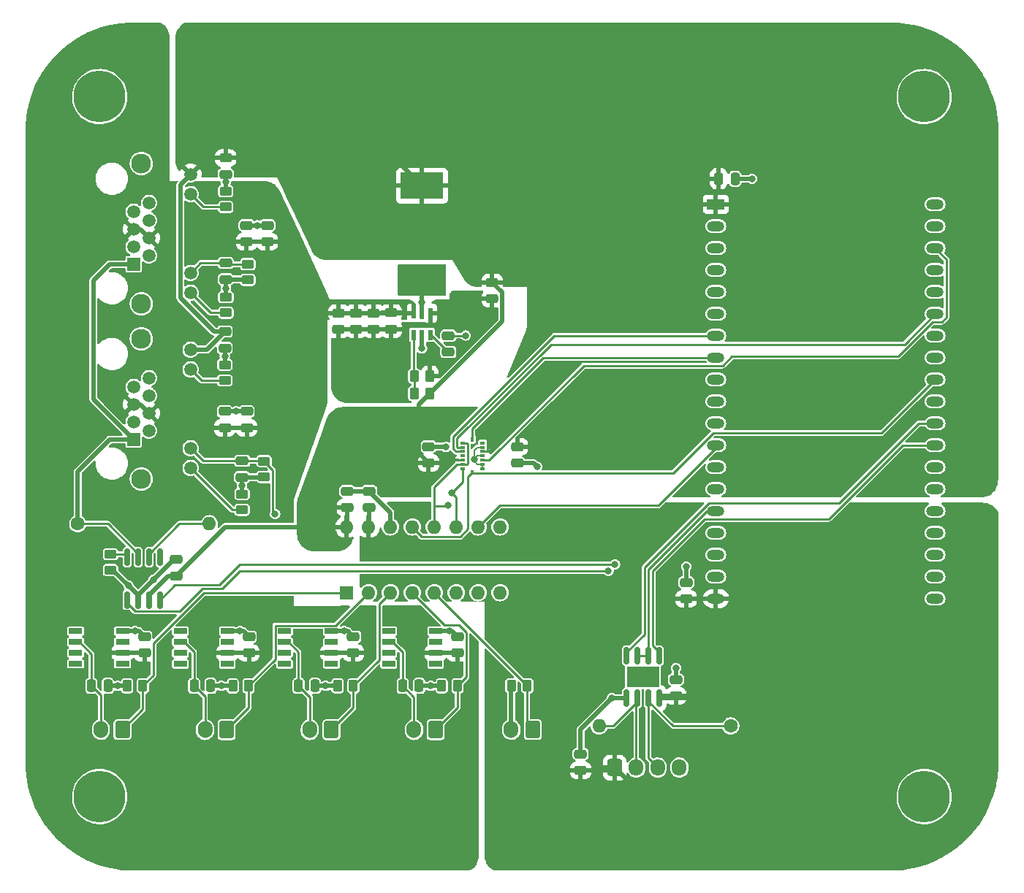
<source format=gtl>
G04 #@! TF.GenerationSoftware,KiCad,Pcbnew,(6.0.11)*
G04 #@! TF.CreationDate,2023-03-05T16:18:29-05:00*
G04 #@! TF.ProjectId,pre-thermal-throttle-pcb,7072652d-7468-4657-926d-616c2d746872,rev?*
G04 #@! TF.SameCoordinates,Original*
G04 #@! TF.FileFunction,Copper,L1,Top*
G04 #@! TF.FilePolarity,Positive*
%FSLAX46Y46*%
G04 Gerber Fmt 4.6, Leading zero omitted, Abs format (unit mm)*
G04 Created by KiCad (PCBNEW (6.0.11)) date 2023-03-05 16:18:29*
%MOMM*%
%LPD*%
G01*
G04 APERTURE LIST*
G04 Aperture macros list*
%AMRoundRect*
0 Rectangle with rounded corners*
0 $1 Rounding radius*
0 $2 $3 $4 $5 $6 $7 $8 $9 X,Y pos of 4 corners*
0 Add a 4 corners polygon primitive as box body*
4,1,4,$2,$3,$4,$5,$6,$7,$8,$9,$2,$3,0*
0 Add four circle primitives for the rounded corners*
1,1,$1+$1,$2,$3*
1,1,$1+$1,$4,$5*
1,1,$1+$1,$6,$7*
1,1,$1+$1,$8,$9*
0 Add four rect primitives between the rounded corners*
20,1,$1+$1,$2,$3,$4,$5,0*
20,1,$1+$1,$4,$5,$6,$7,0*
20,1,$1+$1,$6,$7,$8,$9,0*
20,1,$1+$1,$8,$9,$2,$3,0*%
G04 Aperture macros list end*
G04 #@! TA.AperFunction,SMDPad,CuDef*
%ADD10RoundRect,0.250000X0.262500X0.450000X-0.262500X0.450000X-0.262500X-0.450000X0.262500X-0.450000X0*%
G04 #@! TD*
G04 #@! TA.AperFunction,SMDPad,CuDef*
%ADD11RoundRect,0.250000X0.475000X-0.250000X0.475000X0.250000X-0.475000X0.250000X-0.475000X-0.250000X0*%
G04 #@! TD*
G04 #@! TA.AperFunction,SMDPad,CuDef*
%ADD12RoundRect,0.250000X-0.475000X0.250000X-0.475000X-0.250000X0.475000X-0.250000X0.475000X0.250000X0*%
G04 #@! TD*
G04 #@! TA.AperFunction,ComponentPad*
%ADD13RoundRect,0.250000X0.600000X0.750000X-0.600000X0.750000X-0.600000X-0.750000X0.600000X-0.750000X0*%
G04 #@! TD*
G04 #@! TA.AperFunction,ComponentPad*
%ADD14O,1.700000X2.000000*%
G04 #@! TD*
G04 #@! TA.AperFunction,ComponentPad*
%ADD15C,0.800000*%
G04 #@! TD*
G04 #@! TA.AperFunction,ComponentPad*
%ADD16C,6.000000*%
G04 #@! TD*
G04 #@! TA.AperFunction,ComponentPad*
%ADD17R,1.600000X1.600000*%
G04 #@! TD*
G04 #@! TA.AperFunction,ComponentPad*
%ADD18O,1.600000X1.600000*%
G04 #@! TD*
G04 #@! TA.AperFunction,SMDPad,CuDef*
%ADD19R,5.000000X3.100000*%
G04 #@! TD*
G04 #@! TA.AperFunction,SMDPad,CuDef*
%ADD20RoundRect,0.250000X-0.450000X0.262500X-0.450000X-0.262500X0.450000X-0.262500X0.450000X0.262500X0*%
G04 #@! TD*
G04 #@! TA.AperFunction,ComponentPad*
%ADD21R,1.500000X1.500000*%
G04 #@! TD*
G04 #@! TA.AperFunction,ComponentPad*
%ADD22C,1.500000*%
G04 #@! TD*
G04 #@! TA.AperFunction,ComponentPad*
%ADD23C,2.300000*%
G04 #@! TD*
G04 #@! TA.AperFunction,SMDPad,CuDef*
%ADD24RoundRect,0.250000X0.250000X0.475000X-0.250000X0.475000X-0.250000X-0.475000X0.250000X-0.475000X0*%
G04 #@! TD*
G04 #@! TA.AperFunction,SMDPad,CuDef*
%ADD25RoundRect,0.250000X-0.262500X-0.450000X0.262500X-0.450000X0.262500X0.450000X-0.262500X0.450000X0*%
G04 #@! TD*
G04 #@! TA.AperFunction,SMDPad,CuDef*
%ADD26R,1.525000X0.650000*%
G04 #@! TD*
G04 #@! TA.AperFunction,SMDPad,CuDef*
%ADD27RoundRect,0.250000X-0.250000X-0.475000X0.250000X-0.475000X0.250000X0.475000X-0.250000X0.475000X0*%
G04 #@! TD*
G04 #@! TA.AperFunction,SMDPad,CuDef*
%ADD28RoundRect,0.150000X0.150000X-0.825000X0.150000X0.825000X-0.150000X0.825000X-0.150000X-0.825000X0*%
G04 #@! TD*
G04 #@! TA.AperFunction,ComponentPad*
%ADD29RoundRect,0.250000X-0.600000X-0.725000X0.600000X-0.725000X0.600000X0.725000X-0.600000X0.725000X0*%
G04 #@! TD*
G04 #@! TA.AperFunction,ComponentPad*
%ADD30O,1.700000X1.950000*%
G04 #@! TD*
G04 #@! TA.AperFunction,SMDPad,CuDef*
%ADD31R,0.590000X0.350000*%
G04 #@! TD*
G04 #@! TA.AperFunction,SMDPad,CuDef*
%ADD32R,0.350000X0.590000*%
G04 #@! TD*
G04 #@! TA.AperFunction,SMDPad,CuDef*
%ADD33RoundRect,0.150000X-0.150000X0.825000X-0.150000X-0.825000X0.150000X-0.825000X0.150000X0.825000X0*%
G04 #@! TD*
G04 #@! TA.AperFunction,ComponentPad*
%ADD34C,0.500000*%
G04 #@! TD*
G04 #@! TA.AperFunction,SMDPad,CuDef*
%ADD35R,3.810000X2.410000*%
G04 #@! TD*
G04 #@! TA.AperFunction,SMDPad,CuDef*
%ADD36R,0.600000X1.250000*%
G04 #@! TD*
G04 #@! TA.AperFunction,ComponentPad*
%ADD37C,1.600000*%
G04 #@! TD*
G04 #@! TA.AperFunction,ComponentPad*
%ADD38R,2.000000X1.200000*%
G04 #@! TD*
G04 #@! TA.AperFunction,ComponentPad*
%ADD39O,2.000000X1.200000*%
G04 #@! TD*
G04 #@! TA.AperFunction,ViaPad*
%ADD40C,0.800000*%
G04 #@! TD*
G04 #@! TA.AperFunction,Conductor*
%ADD41C,0.500000*%
G04 #@! TD*
G04 #@! TA.AperFunction,Conductor*
%ADD42C,0.200000*%
G04 #@! TD*
G04 #@! TA.AperFunction,Conductor*
%ADD43C,0.250000*%
G04 #@! TD*
G04 APERTURE END LIST*
D10*
X183687000Y-117475000D03*
X181862000Y-117475000D03*
D11*
X156730000Y-87544000D03*
X156730000Y-85644000D03*
D10*
X180490500Y-83566000D03*
X178665500Y-83566000D03*
D11*
X210185000Y-107376000D03*
X210185000Y-105476000D03*
D12*
X190627000Y-89728000D03*
X190627000Y-91628000D03*
D13*
X181147000Y-122555000D03*
D14*
X178647000Y-122555000D03*
D11*
X173460000Y-96801000D03*
X173460000Y-94901000D03*
D15*
X140649010Y-50739990D03*
X140649010Y-47558010D03*
X144490000Y-49149000D03*
X143830990Y-50739990D03*
X139990000Y-49149000D03*
X143830990Y-47558010D03*
D16*
X142240000Y-49149000D03*
D15*
X142240000Y-46899000D03*
X142240000Y-51399000D03*
D17*
X170830000Y-106670000D03*
D18*
X173370000Y-106670000D03*
X175910000Y-106670000D03*
X178450000Y-106670000D03*
X180990000Y-106670000D03*
X183530000Y-106670000D03*
X186070000Y-106670000D03*
X188610000Y-106670000D03*
X188610000Y-99050000D03*
X186070000Y-99050000D03*
X183530000Y-99050000D03*
X180990000Y-99050000D03*
X178450000Y-99050000D03*
X175910000Y-99050000D03*
X173370000Y-99050000D03*
X170830000Y-99050000D03*
D19*
X179578000Y-70574000D03*
X179578000Y-59474000D03*
D20*
X159385000Y-68572500D03*
X159385000Y-70397500D03*
D21*
X146175000Y-68580000D03*
D22*
X147955000Y-67564000D03*
X146175000Y-66548000D03*
X147955000Y-65532000D03*
X146175000Y-64516000D03*
X147955000Y-63500000D03*
X146175000Y-62484000D03*
X147955000Y-61468000D03*
X152775000Y-71880000D03*
X152775000Y-69590000D03*
X152775000Y-60450000D03*
X152775000Y-58160000D03*
D23*
X147065000Y-56890000D03*
X147065000Y-73150000D03*
D12*
X187706000Y-70678000D03*
X187706000Y-72578000D03*
D13*
X192410000Y-122545000D03*
D14*
X189910000Y-122545000D03*
D15*
X239334990Y-47558010D03*
X237744000Y-51399000D03*
X239994000Y-49149000D03*
X239334990Y-50739990D03*
X236153010Y-47558010D03*
X237744000Y-46899000D03*
X235494000Y-49149000D03*
X236153010Y-50739990D03*
D16*
X237744000Y-49149000D03*
D11*
X197947000Y-127263000D03*
X197947000Y-125363000D03*
D13*
X169082000Y-122555000D03*
D14*
X166582000Y-122555000D03*
D24*
X143190000Y-117465000D03*
X141290000Y-117465000D03*
D20*
X161280000Y-91416500D03*
X161280000Y-93241500D03*
X156730000Y-80236500D03*
X156730000Y-82061500D03*
D13*
X144878000Y-122545000D03*
D14*
X142378000Y-122545000D03*
D11*
X158740000Y-93279000D03*
X158740000Y-91379000D03*
D10*
X171622000Y-117475000D03*
X169797000Y-117475000D03*
D25*
X178665500Y-81534000D03*
X180490500Y-81534000D03*
D12*
X183687000Y-111765000D03*
X183687000Y-113665000D03*
X171622000Y-111765000D03*
X171622000Y-113665000D03*
D24*
X167177000Y-117475000D03*
X165277000Y-117475000D03*
D20*
X156845000Y-72382500D03*
X156845000Y-74207500D03*
D12*
X147418000Y-111755000D03*
X147418000Y-113655000D03*
D26*
X144878000Y-114925000D03*
X144878000Y-113655000D03*
X144878000Y-112385000D03*
X144878000Y-111115000D03*
X139454000Y-111115000D03*
X139454000Y-112385000D03*
X139454000Y-113655000D03*
X139454000Y-114925000D03*
D27*
X213934000Y-58674000D03*
X215834000Y-58674000D03*
D12*
X176022000Y-74222000D03*
X176022000Y-76122000D03*
D11*
X156730000Y-78289000D03*
X156730000Y-76389000D03*
D10*
X147240000Y-117465000D03*
X145415000Y-117465000D03*
D28*
X145415000Y-107504000D03*
X146685000Y-107504000D03*
X147955000Y-107504000D03*
X149225000Y-107504000D03*
X149225000Y-102554000D03*
X147955000Y-102554000D03*
X146685000Y-102554000D03*
X145415000Y-102554000D03*
D21*
X146175000Y-88900000D03*
D22*
X147955000Y-87884000D03*
X146175000Y-86868000D03*
X147955000Y-85852000D03*
X146175000Y-84836000D03*
X147955000Y-83820000D03*
X146175000Y-82804000D03*
X147955000Y-81788000D03*
X152775000Y-92200000D03*
X152775000Y-89910000D03*
X152775000Y-80770000D03*
X152775000Y-78480000D03*
D23*
X147065000Y-93470000D03*
X147065000Y-77210000D03*
D10*
X159483000Y-117475000D03*
X157658000Y-117475000D03*
D12*
X171958000Y-74234000D03*
X171958000Y-76134000D03*
D20*
X156835000Y-60112500D03*
X156835000Y-61937500D03*
D11*
X159270000Y-87544000D03*
X159270000Y-85644000D03*
D26*
X157017000Y-114935000D03*
X157017000Y-113665000D03*
X157017000Y-112395000D03*
X157017000Y-111125000D03*
X151593000Y-111125000D03*
X151593000Y-112395000D03*
X151593000Y-113665000D03*
X151593000Y-114935000D03*
D15*
X142240000Y-128052000D03*
X139990000Y-130302000D03*
X144490000Y-130302000D03*
X143830990Y-131892990D03*
X142240000Y-132552000D03*
D16*
X142240000Y-130302000D03*
D15*
X143830990Y-128711010D03*
X140649010Y-128711010D03*
X140649010Y-131892990D03*
D24*
X179242000Y-117475000D03*
X177342000Y-117475000D03*
D10*
X191761000Y-117465000D03*
X189936000Y-117465000D03*
D11*
X159258000Y-65974000D03*
X159258000Y-64074000D03*
X208986000Y-118644000D03*
X208986000Y-116744000D03*
D20*
X158740000Y-95226500D03*
X158740000Y-97051500D03*
D29*
X201884000Y-126948000D03*
D30*
X204384000Y-126948000D03*
X206884000Y-126948000D03*
X209384000Y-126948000D03*
D31*
X186585000Y-89305000D03*
X186585000Y-89805000D03*
X186585000Y-90305000D03*
X186585000Y-90805000D03*
X186585000Y-91305000D03*
X186585000Y-91805000D03*
X186585000Y-92305000D03*
D32*
X185420000Y-92720000D03*
D31*
X184255000Y-92305000D03*
X184255000Y-91805000D03*
X184255000Y-91305000D03*
X184255000Y-90805000D03*
X184255000Y-90305000D03*
X184255000Y-89805000D03*
X184255000Y-89305000D03*
D32*
X185420000Y-88890000D03*
D26*
X181147000Y-114935000D03*
X181147000Y-113665000D03*
X181147000Y-112395000D03*
X181147000Y-111125000D03*
X175723000Y-111125000D03*
X175723000Y-112395000D03*
X175723000Y-113665000D03*
X175723000Y-114935000D03*
D20*
X143500000Y-102211500D03*
X143500000Y-104036500D03*
D11*
X161671000Y-65974000D03*
X161671000Y-64074000D03*
X156845000Y-70335000D03*
X156845000Y-68435000D03*
X151130000Y-104709000D03*
X151130000Y-102809000D03*
D12*
X159523000Y-111765000D03*
X159523000Y-113665000D03*
D13*
X156943000Y-122555000D03*
D14*
X154443000Y-122555000D03*
D26*
X169082000Y-114935000D03*
X169082000Y-113665000D03*
X169082000Y-112395000D03*
X169082000Y-111125000D03*
X163658000Y-111125000D03*
X163658000Y-112395000D03*
X163658000Y-113665000D03*
X163658000Y-114935000D03*
D11*
X156835000Y-58165000D03*
X156835000Y-56265000D03*
D33*
X207071000Y-113949000D03*
X205801000Y-113949000D03*
X204531000Y-113949000D03*
X203261000Y-113949000D03*
X203261000Y-118899000D03*
X204531000Y-118899000D03*
X205801000Y-118899000D03*
X207071000Y-118899000D03*
D34*
X206566000Y-115724000D03*
X206566000Y-117124000D03*
X203766000Y-117124000D03*
X205166000Y-115724000D03*
X203766000Y-115724000D03*
D35*
X205166000Y-116424000D03*
D34*
X205166000Y-117124000D03*
D15*
X239334990Y-131892990D03*
X236153010Y-128711010D03*
X239994000Y-130302000D03*
X237744000Y-128052000D03*
X237744000Y-132552000D03*
D16*
X237744000Y-130302000D03*
D15*
X239334990Y-128711010D03*
X235494000Y-130302000D03*
X236153010Y-131892990D03*
D36*
X180528000Y-74268000D03*
X179578000Y-74268000D03*
X178628000Y-74268000D03*
X178628000Y-76768000D03*
X179578000Y-76768000D03*
X180528000Y-76768000D03*
D37*
X139700000Y-98679000D03*
D18*
X154940000Y-98679000D03*
D11*
X182626000Y-78754000D03*
X182626000Y-76854000D03*
D38*
X213614000Y-61630560D03*
D39*
X213614000Y-64170560D03*
X213614000Y-66710560D03*
X213614000Y-69250560D03*
X213614000Y-71790560D03*
X213614000Y-74330560D03*
X213614000Y-76870560D03*
X213614000Y-79410560D03*
X213614000Y-81950560D03*
X213614000Y-84490560D03*
X213614000Y-87030560D03*
X213614000Y-89570560D03*
X213614000Y-92110560D03*
X213614000Y-94650560D03*
X213614000Y-97190560D03*
X213614000Y-99730560D03*
X213614000Y-102270560D03*
X213614000Y-104810560D03*
X213614000Y-107350560D03*
X239010320Y-107347840D03*
X239010320Y-104807840D03*
X239014000Y-102270560D03*
X239014000Y-99730560D03*
X239014000Y-97190560D03*
X239014000Y-94650560D03*
X239014000Y-92110560D03*
X239014000Y-89570560D03*
X239014000Y-87030560D03*
X239014000Y-84490560D03*
X239014000Y-81950560D03*
X239014000Y-79410560D03*
X239014000Y-76870560D03*
X239014000Y-74330560D03*
X239014000Y-71790560D03*
X239014000Y-69250560D03*
X239014000Y-66710560D03*
X239014000Y-64170560D03*
X239014000Y-61630560D03*
D12*
X169926000Y-74234000D03*
X169926000Y-76134000D03*
D11*
X170920000Y-96801000D03*
X170920000Y-94901000D03*
D12*
X173990000Y-74234000D03*
X173990000Y-76134000D03*
D24*
X155078000Y-117475000D03*
X153178000Y-117475000D03*
D37*
X215346000Y-122122000D03*
D18*
X200106000Y-122122000D03*
D11*
X180340000Y-91628000D03*
X180340000Y-89728000D03*
D40*
X158069000Y-85644000D03*
X208996000Y-115391000D03*
X184785000Y-74803000D03*
X182372000Y-89789000D03*
X170561000Y-111125000D03*
X183642000Y-72517000D03*
X156835000Y-59065000D03*
X158496000Y-111125000D03*
X183642000Y-73660000D03*
X158740000Y-94244000D03*
X160512800Y-64074000D03*
X210185000Y-103632000D03*
X192913000Y-92075000D03*
X145597264Y-105862736D03*
X185599500Y-91160600D03*
X185928000Y-74803000D03*
X156337000Y-117475000D03*
X184785000Y-72517000D03*
X217805000Y-58674000D03*
X144282000Y-117465000D03*
X182753000Y-111125000D03*
X201561233Y-118899000D03*
X187071000Y-74803000D03*
X185928000Y-72517000D03*
X146314000Y-111115000D03*
X180594000Y-117475000D03*
X156730000Y-79236000D03*
X185928000Y-73660000D03*
X168402000Y-117475000D03*
X148471236Y-105164236D03*
X184785000Y-73660000D03*
X156845000Y-71374000D03*
X179578000Y-78359000D03*
X177573000Y-74268000D03*
X184639000Y-76854000D03*
X179578000Y-73025000D03*
X201168000Y-104140000D03*
X201930000Y-103378000D03*
X182372000Y-91440000D03*
X187198000Y-87376000D03*
X182626000Y-96520000D03*
X183017700Y-95103700D03*
X162560000Y-97536000D03*
D41*
X161242500Y-93279000D02*
X161280000Y-93241500D01*
X208986000Y-115401000D02*
X208996000Y-115391000D01*
X156835000Y-60112500D02*
X156835000Y-59065000D01*
X155078000Y-117475000D02*
X156337000Y-117475000D01*
X158740000Y-93279000D02*
X161242500Y-93279000D01*
X148471236Y-105164236D02*
X146685000Y-106950472D01*
X175910000Y-99050000D02*
X175910000Y-97351000D01*
X201561233Y-118899000D02*
X203261000Y-118899000D01*
D42*
X186585000Y-90805000D02*
X185955100Y-90805000D01*
D41*
X156730000Y-85644000D02*
X158069000Y-85644000D01*
X156730000Y-79236000D02*
X156730000Y-78289000D01*
X189910000Y-122545000D02*
X189910000Y-117491000D01*
X183047000Y-111125000D02*
X183687000Y-111765000D01*
X144878000Y-111115000D02*
X146314000Y-111115000D01*
X192466000Y-91628000D02*
X192913000Y-92075000D01*
X180594000Y-117475000D02*
X181862000Y-117475000D01*
D42*
X186015000Y-89805000D02*
X185599500Y-90220500D01*
D41*
X170561000Y-111125000D02*
X170982000Y-111125000D01*
X158069000Y-85644000D02*
X159270000Y-85644000D01*
X182753000Y-111125000D02*
X183047000Y-111125000D01*
X158740000Y-95226500D02*
X158740000Y-94244000D01*
X158740000Y-94244000D02*
X158740000Y-93279000D01*
D42*
X186015000Y-91805000D02*
X185599500Y-91389500D01*
D41*
X156730000Y-80236500D02*
X156730000Y-79236000D01*
X215834000Y-58674000D02*
X217805000Y-58674000D01*
X143771028Y-104036500D02*
X145597264Y-105862736D01*
X156845000Y-72382500D02*
X156845000Y-71374000D01*
X158496000Y-111125000D02*
X158883000Y-111125000D01*
D43*
X146695000Y-111115000D02*
X146778000Y-111115000D01*
D41*
X146685000Y-106950472D02*
X146685000Y-107504000D01*
X146314000Y-111115000D02*
X146778000Y-111115000D01*
X190627000Y-91628000D02*
X192466000Y-91628000D01*
X157017000Y-111125000D02*
X158496000Y-111125000D01*
X179242000Y-117475000D02*
X180594000Y-117475000D01*
D42*
X185599500Y-91389500D02*
X185599500Y-91160600D01*
X186585000Y-91805000D02*
X186585000Y-92305000D01*
D41*
X189910000Y-117491000D02*
X189936000Y-117465000D01*
X150826472Y-102809000D02*
X148471236Y-105164236D01*
X146778000Y-111115000D02*
X147418000Y-111755000D01*
X143190000Y-117465000D02*
X144282000Y-117465000D01*
X197947000Y-125363000D02*
X197947000Y-122513233D01*
X144282000Y-117465000D02*
X145415000Y-117465000D01*
X182311000Y-89728000D02*
X182372000Y-89789000D01*
X160512800Y-64074000D02*
X161671000Y-64074000D01*
D42*
X186585000Y-89805000D02*
X186015000Y-89805000D01*
X185599500Y-90220500D02*
X185599500Y-91160600D01*
D41*
X145597264Y-105862736D02*
X146685000Y-106950472D01*
X169082000Y-111125000D02*
X170561000Y-111125000D01*
X170982000Y-111125000D02*
X171622000Y-111765000D01*
X143500000Y-104036500D02*
X143771028Y-104036500D01*
X180340000Y-89728000D02*
X182311000Y-89728000D01*
D43*
X146685000Y-107127249D02*
X146685000Y-107504000D01*
D41*
X156337000Y-117475000D02*
X157658000Y-117475000D01*
X197947000Y-122513233D02*
X201561233Y-118899000D01*
D42*
X186585000Y-91805000D02*
X186015000Y-91805000D01*
D41*
X208986000Y-116744000D02*
X208986000Y-115401000D01*
X156835000Y-59065000D02*
X156835000Y-58165000D01*
X168402000Y-117475000D02*
X169797000Y-117475000D01*
X210185000Y-105476000D02*
X210185000Y-103632000D01*
X167177000Y-117475000D02*
X168402000Y-117475000D01*
X158883000Y-111125000D02*
X159523000Y-111765000D01*
X181147000Y-111125000D02*
X182753000Y-111125000D01*
X175910000Y-97351000D02*
X173460000Y-94901000D01*
X170920000Y-94901000D02*
X173460000Y-94901000D01*
X156845000Y-70335000D02*
X159322500Y-70335000D01*
X159258000Y-64074000D02*
X160512800Y-64074000D01*
X159322500Y-70335000D02*
X159385000Y-70397500D01*
X151130000Y-102809000D02*
X150826472Y-102809000D01*
D42*
X185955100Y-90805000D02*
X185599500Y-91160600D01*
D41*
X156845000Y-71374000D02*
X156845000Y-70335000D01*
X146939000Y-64516000D02*
X147955000Y-65532000D01*
X146939000Y-84836000D02*
X147955000Y-85852000D01*
X146175000Y-64516000D02*
X146939000Y-64516000D01*
X146175000Y-84836000D02*
X146939000Y-84836000D01*
X177573000Y-74268000D02*
X176068000Y-74268000D01*
X178628000Y-74268000D02*
X177573000Y-74268000D01*
X176068000Y-74268000D02*
X176022000Y-74222000D01*
X170065000Y-74222000D02*
X170053000Y-74234000D01*
X179578000Y-76768000D02*
X179578000Y-78359000D01*
X216596000Y-121604233D02*
X216596000Y-123031000D01*
X213614000Y-107350560D02*
X210210440Y-107350560D01*
X216596000Y-123031000D02*
X211254000Y-128373000D01*
X201569000Y-127263000D02*
X201884000Y-126948000D01*
X213890767Y-118899000D02*
X216596000Y-121604233D01*
X207326000Y-118644000D02*
X207071000Y-118899000D01*
X173460000Y-98960000D02*
X173370000Y-99050000D01*
X203309000Y-128373000D02*
X201884000Y-126948000D01*
X197947000Y-127263000D02*
X201569000Y-127263000D01*
X210210440Y-107350560D02*
X210185000Y-107376000D01*
X207071000Y-118899000D02*
X213890767Y-118899000D01*
X208986000Y-118644000D02*
X207326000Y-118644000D01*
X211254000Y-128373000D02*
X203309000Y-128373000D01*
X173460000Y-96801000D02*
X173460000Y-98960000D01*
D43*
X139454000Y-112385000D02*
X139891500Y-112385000D01*
X142378000Y-118553000D02*
X142378000Y-122545000D01*
X141290000Y-117465000D02*
X142378000Y-118553000D01*
X141290000Y-113783500D02*
X141290000Y-117465000D01*
X139891500Y-112385000D02*
X141290000Y-113783500D01*
D41*
X139700000Y-92619794D02*
X139700000Y-98679000D01*
X146175000Y-88900000D02*
X141509999Y-84234999D01*
D43*
X146685000Y-102177249D02*
X143186751Y-98679000D01*
D41*
X141509999Y-84234999D02*
X141509999Y-70489795D01*
X143419794Y-88900000D02*
X139700000Y-92619794D01*
X146175000Y-88900000D02*
X143419794Y-88900000D01*
D43*
X143186751Y-98679000D02*
X139700000Y-98679000D01*
D41*
X143419794Y-68580000D02*
X146175000Y-68580000D01*
D43*
X146685000Y-102554000D02*
X146685000Y-102177249D01*
D41*
X141509999Y-70489795D02*
X143419794Y-68580000D01*
D43*
X147955000Y-102554000D02*
X147955000Y-102177249D01*
X147955000Y-102177249D02*
X151453249Y-98679000D01*
X151453249Y-98679000D02*
X154940000Y-98679000D01*
X163658000Y-112395000D02*
X164095500Y-112395000D01*
X165277000Y-117475000D02*
X166582000Y-118780000D01*
X166582000Y-118780000D02*
X166582000Y-122555000D01*
X164095500Y-112395000D02*
X165277000Y-113576500D01*
X165277000Y-113576500D02*
X165277000Y-117475000D01*
X152030500Y-112395000D02*
X153178000Y-113542500D01*
X154443000Y-118740000D02*
X154443000Y-122555000D01*
X153178000Y-117475000D02*
X154443000Y-118740000D01*
X153178000Y-113542500D02*
X153178000Y-117475000D01*
X151593000Y-112395000D02*
X152030500Y-112395000D01*
X204531000Y-119275751D02*
X201684751Y-122122000D01*
X201684751Y-122122000D02*
X200106000Y-122122000D01*
X204531000Y-118899000D02*
X204531000Y-119275751D01*
X204384000Y-119046000D02*
X204384000Y-126948000D01*
X204531000Y-118899000D02*
X204384000Y-119046000D01*
X208647249Y-122122000D02*
X215346000Y-122122000D01*
X206884000Y-126948000D02*
X205801000Y-125865000D01*
X205801000Y-118899000D02*
X205801000Y-119275751D01*
X205801000Y-125865000D02*
X205801000Y-118899000D01*
X205801000Y-119275751D02*
X208647249Y-122122000D01*
X191761000Y-117465000D02*
X191761000Y-121896000D01*
X191761000Y-121896000D02*
X192410000Y-122545000D01*
X191761000Y-117441000D02*
X180990000Y-106670000D01*
X191761000Y-117465000D02*
X191761000Y-117441000D01*
X175723000Y-112395000D02*
X176160500Y-112395000D01*
X176160500Y-112395000D02*
X177342000Y-113576500D01*
X177342000Y-113576500D02*
X177342000Y-117475000D01*
X178647000Y-118780000D02*
X178647000Y-122555000D01*
X177342000Y-117475000D02*
X178647000Y-118780000D01*
X180640000Y-76768000D02*
X182626000Y-78754000D01*
X180528000Y-76768000D02*
X180640000Y-76768000D01*
X182626000Y-76854000D02*
X184639000Y-76854000D01*
X179578000Y-74268000D02*
X179578000Y-73025000D01*
X145415000Y-107504000D02*
X145415000Y-107880751D01*
X156415501Y-106220499D02*
X158496000Y-104140000D01*
X146373249Y-108839000D02*
X151505810Y-108839000D01*
X145415000Y-107880751D02*
X146373249Y-108839000D01*
X154124311Y-106220499D02*
X156415501Y-106220499D01*
X151505810Y-108839000D02*
X154124311Y-106220499D01*
X158496000Y-104140000D02*
X201168000Y-104140000D01*
X149225000Y-107504000D02*
X150958002Y-105770998D01*
X150958002Y-105770998D02*
X156103002Y-105770998D01*
X158496000Y-103378000D02*
X201930000Y-103378000D01*
X156103002Y-105770998D02*
X158496000Y-103378000D01*
X143500000Y-102211500D02*
X145072500Y-102211500D01*
X145072500Y-102211500D02*
X145415000Y-102554000D01*
X239797148Y-75255560D02*
X238725396Y-75255560D01*
X240339000Y-68035560D02*
X240339000Y-74713708D01*
X214397148Y-80335560D02*
X198302440Y-80335560D01*
X239014000Y-66710560D02*
X240339000Y-68035560D01*
X240339000Y-74713708D02*
X239797148Y-75255560D01*
X215484708Y-79248000D02*
X214397148Y-80335560D01*
X198302440Y-80335560D02*
X187333000Y-91305000D01*
X238725396Y-75255560D02*
X234732956Y-79248000D01*
X187333000Y-91305000D02*
X186585000Y-91305000D01*
X234732956Y-79248000D02*
X215484708Y-79248000D01*
X187205000Y-90230000D02*
X187205000Y-87383000D01*
D41*
X180490500Y-83566000D02*
X179165000Y-84891500D01*
X176365000Y-56261000D02*
X179578000Y-59474000D01*
X156839000Y-56261000D02*
X176365000Y-56261000D01*
X188881000Y-75175500D02*
X188881000Y-71853000D01*
X154670000Y-56265000D02*
X152775000Y-58160000D01*
D43*
X187205000Y-87383000D02*
X187198000Y-87376000D01*
D41*
X154639000Y-78480000D02*
X156730000Y-76389000D01*
X152775000Y-78480000D02*
X154639000Y-78480000D01*
X170920000Y-98960000D02*
X170830000Y-99050000D01*
X179165000Y-84891500D02*
X179165000Y-90453000D01*
D43*
X187130000Y-90305000D02*
X187205000Y-90230000D01*
D41*
X152775000Y-58160000D02*
X151575000Y-59360000D01*
X151575000Y-72454000D02*
X155510000Y-76389000D01*
X151575000Y-59360000D02*
X151575000Y-72454000D01*
X156835000Y-56265000D02*
X154670000Y-56265000D01*
X170920000Y-96801000D02*
X170920000Y-98960000D01*
X179165000Y-90453000D02*
X180340000Y-91628000D01*
D43*
X186585000Y-90305000D02*
X187130000Y-90305000D01*
D41*
X156789000Y-99050000D02*
X151130000Y-104709000D01*
X170830000Y-99050000D02*
X156789000Y-99050000D01*
X155510000Y-76389000D02*
X156730000Y-76389000D01*
X180340000Y-91628000D02*
X182184000Y-91628000D01*
X156835000Y-56265000D02*
X156839000Y-56261000D01*
X182184000Y-91628000D02*
X182372000Y-91440000D01*
X188881000Y-71853000D02*
X187706000Y-70678000D01*
X147955000Y-106950472D02*
X147955000Y-107504000D01*
X151130000Y-104709000D02*
X150196472Y-104709000D01*
X150196472Y-104709000D02*
X147955000Y-106950472D01*
X180490500Y-83566000D02*
X188881000Y-75175500D01*
D43*
X194537910Y-77876400D02*
X235468160Y-77876400D01*
X183710000Y-89805000D02*
X183635000Y-89730000D01*
X235468160Y-77876400D02*
X239014000Y-74330560D01*
X183635000Y-88779310D02*
X194537910Y-77876400D01*
X183635000Y-89730000D02*
X183635000Y-88779310D01*
X184255000Y-89805000D02*
X183710000Y-89805000D01*
X178450000Y-99050000D02*
X179575000Y-100175000D01*
X232826560Y-88138000D02*
X239014000Y-81950560D01*
X184912000Y-93228000D02*
X185420000Y-92720000D01*
X213338412Y-88138000D02*
X232826560Y-88138000D01*
X184912000Y-99258991D02*
X184912000Y-93228000D01*
X185505000Y-92805000D02*
X208671412Y-92805000D01*
X208671412Y-92805000D02*
X213338412Y-88138000D01*
X185420000Y-92720000D02*
X185505000Y-92805000D01*
X179575000Y-100175000D02*
X183995991Y-100175000D01*
X183995991Y-100175000D02*
X184912000Y-99258991D01*
X213614000Y-89916000D02*
X213614000Y-89570560D01*
X186070000Y-99050000D02*
X188600000Y-96520000D01*
X188600000Y-96520000D02*
X207010000Y-96520000D01*
X207010000Y-96520000D02*
X213614000Y-89916000D01*
X212272440Y-98115560D02*
X226674240Y-98115560D01*
X206273400Y-104114600D02*
X212272440Y-98115560D01*
X206273400Y-112774649D02*
X206273400Y-104114600D01*
X207071000Y-113572249D02*
X206273400Y-112774649D01*
X207071000Y-113949000D02*
X207071000Y-113572249D01*
X226674240Y-98115560D02*
X235219240Y-89570560D01*
X235219240Y-89570560D02*
X239014000Y-89570560D01*
X205351000Y-111482249D02*
X205351000Y-103745412D01*
X203261000Y-113572249D02*
X205351000Y-111482249D01*
X212830852Y-96265560D02*
X227888550Y-96265560D01*
X237123550Y-87030560D02*
X239014000Y-87030560D01*
X205351000Y-103745412D02*
X212830852Y-96265560D01*
X203261000Y-113949000D02*
X203261000Y-113572249D01*
X227888550Y-96265560D02*
X237123550Y-87030560D01*
X184255000Y-91805000D02*
X183635000Y-91805000D01*
X184800000Y-89305000D02*
X184255000Y-89305000D01*
X183635000Y-91805000D02*
X180990000Y-94450000D01*
X180990000Y-94450000D02*
X180990000Y-96632000D01*
X180990000Y-96632000D02*
X182260000Y-96632000D01*
X184875000Y-89380000D02*
X184800000Y-89305000D01*
X182372000Y-96520000D02*
X182626000Y-96520000D01*
X184875000Y-91730000D02*
X184875000Y-89380000D01*
X184800000Y-91805000D02*
X184875000Y-91730000D01*
X182260000Y-96632000D02*
X182372000Y-96520000D01*
X184255000Y-91805000D02*
X184800000Y-91805000D01*
X180990000Y-96632000D02*
X180990000Y-99050000D01*
X184255000Y-92305000D02*
X184255000Y-93866400D01*
X183530000Y-95616000D02*
X183017700Y-95103700D01*
X184255000Y-93866400D02*
X183017700Y-95103700D01*
X183530000Y-99050000D02*
X183530000Y-95616000D01*
X204531000Y-113949000D02*
X205801000Y-113949000D01*
X212561750Y-97190560D02*
X205801000Y-103951310D01*
X213614000Y-97190560D02*
X212561750Y-97190560D01*
X205801000Y-103951310D02*
X205801000Y-113949000D01*
X153930000Y-68435000D02*
X152775000Y-69590000D01*
X156982500Y-68572500D02*
X156845000Y-68435000D01*
X162305000Y-97281000D02*
X162560000Y-97536000D01*
X161280000Y-91416500D02*
X162305000Y-92441500D01*
X162305000Y-92441500D02*
X162305000Y-97281000D01*
X159385000Y-68572500D02*
X156982500Y-68572500D01*
X158740000Y-91379000D02*
X161242500Y-91379000D01*
X156845000Y-68435000D02*
X153930000Y-68435000D01*
X154244000Y-91379000D02*
X158740000Y-91379000D01*
X152775000Y-89910000D02*
X154244000Y-91379000D01*
X161242500Y-91379000D02*
X161280000Y-91416500D01*
X157626500Y-97051500D02*
X152775000Y-92200000D01*
X158740000Y-97051500D02*
X157626500Y-97051500D01*
X156730000Y-82061500D02*
X154066500Y-82061500D01*
X154066500Y-82061500D02*
X152775000Y-80770000D01*
X194908060Y-76870560D02*
X183185000Y-88593620D01*
X213614000Y-76870560D02*
X194908060Y-76870560D01*
X183185000Y-88593620D02*
X183185000Y-89990690D01*
X183499310Y-90305000D02*
X184255000Y-90305000D01*
X183185000Y-89990690D02*
X183499310Y-90305000D01*
X185420000Y-87630000D02*
X193639440Y-79410560D01*
X193639440Y-79410560D02*
X213614000Y-79410560D01*
X185420000Y-88890000D02*
X185420000Y-87630000D01*
X144878000Y-122545000D02*
X147240000Y-120183000D01*
X147240000Y-117465000D02*
X148468000Y-116237000D01*
X148468000Y-116237000D02*
X148468000Y-112512500D01*
X154310500Y-106670000D02*
X170830000Y-106670000D01*
X148468000Y-112512500D02*
X154310500Y-106670000D01*
X147240000Y-120183000D02*
X147240000Y-117465000D01*
X175910000Y-106670000D02*
X174635500Y-107944500D01*
X174635500Y-114461500D02*
X171622000Y-117475000D01*
X171622000Y-120015000D02*
X171622000Y-117475000D01*
X174635500Y-107944500D02*
X174635500Y-114461500D01*
X169082000Y-122555000D02*
X171622000Y-120015000D01*
X159483000Y-120015000D02*
X159483000Y-117475000D01*
X162570500Y-110475000D02*
X169565000Y-110475000D01*
X156943000Y-122555000D02*
X159483000Y-120015000D01*
X169565000Y-110475000D02*
X173370000Y-106670000D01*
X159483000Y-117475000D02*
X162570500Y-114387500D01*
X162570500Y-114387500D02*
X162570500Y-110475000D01*
X183687000Y-117475000D02*
X184737000Y-116425000D01*
X183860173Y-110400000D02*
X182180000Y-110400000D01*
X181147000Y-122555000D02*
X183687000Y-120015000D01*
X182180000Y-110400000D02*
X178450000Y-106670000D01*
X184737000Y-111276827D02*
X183860173Y-110400000D01*
X183687000Y-120015000D02*
X183687000Y-117475000D01*
X184737000Y-116425000D02*
X184737000Y-111276827D01*
X178628000Y-76768000D02*
X178628000Y-81496500D01*
X178628000Y-81496500D02*
X178665500Y-81534000D01*
X178665500Y-81534000D02*
X178665500Y-83566000D01*
X156845000Y-74207500D02*
X155102500Y-74207500D01*
X155102500Y-74207500D02*
X152775000Y-71880000D01*
X154262500Y-61937500D02*
X156835000Y-61937500D01*
X152775000Y-60450000D02*
X154262500Y-61937500D01*
G04 #@! TA.AperFunction,Conductor*
G36*
X180538672Y-96149688D02*
G01*
X180606766Y-96169783D01*
X180653185Y-96223503D01*
X180664500Y-96275688D01*
X180664500Y-98014837D01*
X180644498Y-98082958D01*
X180596876Y-98126498D01*
X180444976Y-98205910D01*
X180444972Y-98205912D01*
X180439512Y-98208767D01*
X180434712Y-98212627D01*
X180434711Y-98212627D01*
X180404768Y-98236702D01*
X180286600Y-98331711D01*
X180160480Y-98482016D01*
X180157516Y-98487408D01*
X180157513Y-98487412D01*
X180097846Y-98595947D01*
X180065956Y-98653954D01*
X180006628Y-98840978D01*
X179984757Y-99035963D01*
X180001175Y-99231483D01*
X180055258Y-99420091D01*
X180058076Y-99425574D01*
X180142123Y-99589113D01*
X180142126Y-99589117D01*
X180144944Y-99594601D01*
X180148773Y-99599433D01*
X180148775Y-99599435D01*
X180185076Y-99645236D01*
X180211713Y-99711047D01*
X180198542Y-99780811D01*
X180149744Y-99832379D01*
X180086330Y-99849500D01*
X179762017Y-99849500D01*
X179693896Y-99829498D01*
X179672922Y-99812595D01*
X179411173Y-99550846D01*
X179377147Y-99488534D01*
X179380710Y-99421979D01*
X179394153Y-99381567D01*
X179430358Y-99272732D01*
X179454949Y-99078071D01*
X179455341Y-99050000D01*
X179436194Y-98854728D01*
X179434413Y-98848829D01*
X179434412Y-98848824D01*
X179381265Y-98672793D01*
X179379484Y-98666894D01*
X179287370Y-98493653D01*
X179163361Y-98341602D01*
X179012180Y-98216535D01*
X178839585Y-98123213D01*
X178709542Y-98082958D01*
X178658039Y-98067015D01*
X178658036Y-98067014D01*
X178652152Y-98065193D01*
X178646027Y-98064549D01*
X178646026Y-98064549D01*
X178463147Y-98045327D01*
X178463146Y-98045327D01*
X178457019Y-98044683D01*
X178334383Y-98055844D01*
X178267759Y-98061907D01*
X178267758Y-98061907D01*
X178261618Y-98062466D01*
X178255704Y-98064207D01*
X178255702Y-98064207D01*
X178176088Y-98087639D01*
X178073393Y-98117864D01*
X178067928Y-98120721D01*
X177904972Y-98205912D01*
X177904968Y-98205915D01*
X177899512Y-98208767D01*
X177894712Y-98212627D01*
X177894711Y-98212627D01*
X177864768Y-98236702D01*
X177746600Y-98331711D01*
X177620480Y-98482016D01*
X177617516Y-98487408D01*
X177617513Y-98487412D01*
X177557846Y-98595947D01*
X177525956Y-98653954D01*
X177466628Y-98840978D01*
X177444757Y-99035963D01*
X177461175Y-99231483D01*
X177515258Y-99420091D01*
X177518076Y-99425574D01*
X177602123Y-99589113D01*
X177602126Y-99589117D01*
X177604944Y-99594601D01*
X177726818Y-99748369D01*
X177731511Y-99752363D01*
X177731512Y-99752364D01*
X177822145Y-99829498D01*
X177876238Y-99875535D01*
X177881616Y-99878541D01*
X177881618Y-99878542D01*
X177933470Y-99907521D01*
X178047513Y-99971257D01*
X178234118Y-100031889D01*
X178428946Y-100055121D01*
X178435081Y-100054649D01*
X178435083Y-100054649D01*
X178618434Y-100040541D01*
X178618438Y-100040540D01*
X178624576Y-100040068D01*
X178813556Y-99987303D01*
X178818464Y-99984824D01*
X178888980Y-99978858D01*
X178952895Y-100013221D01*
X179160188Y-100220515D01*
X179330901Y-100391228D01*
X179338321Y-100399325D01*
X179362545Y-100428194D01*
X179372088Y-100433704D01*
X179372092Y-100433707D01*
X179395179Y-100447036D01*
X179404448Y-100452940D01*
X179435316Y-100474554D01*
X179445964Y-100477407D01*
X179449135Y-100478886D01*
X179452411Y-100480078D01*
X179461955Y-100485588D01*
X179499076Y-100492134D01*
X179509783Y-100494508D01*
X179546193Y-100504263D01*
X179557168Y-100503303D01*
X179557170Y-100503303D01*
X179583731Y-100500979D01*
X179594712Y-100500500D01*
X183976281Y-100500500D01*
X183987263Y-100500980D01*
X184013811Y-100503303D01*
X184013813Y-100503303D01*
X184024798Y-100504264D01*
X184061206Y-100494508D01*
X184071933Y-100492130D01*
X184075292Y-100491538D01*
X184109036Y-100485588D01*
X184118581Y-100480077D01*
X184121857Y-100478885D01*
X184125025Y-100477408D01*
X184135675Y-100474554D01*
X184166541Y-100452941D01*
X184175806Y-100447039D01*
X184198897Y-100433707D01*
X184208446Y-100428194D01*
X184232670Y-100399325D01*
X184240097Y-100391220D01*
X185041722Y-99589596D01*
X185104034Y-99555571D01*
X185174850Y-99560636D01*
X185229562Y-99600427D01*
X185346818Y-99748369D01*
X185351511Y-99752363D01*
X185351512Y-99752364D01*
X185442145Y-99829498D01*
X185496238Y-99875535D01*
X185501616Y-99878541D01*
X185501618Y-99878542D01*
X185553470Y-99907521D01*
X185667513Y-99971257D01*
X185854118Y-100031889D01*
X186048946Y-100055121D01*
X186055081Y-100054649D01*
X186055083Y-100054649D01*
X186238434Y-100040541D01*
X186238438Y-100040540D01*
X186244576Y-100040068D01*
X186433556Y-99987303D01*
X186608689Y-99898837D01*
X186638515Y-99875535D01*
X186758453Y-99781829D01*
X186763303Y-99778040D01*
X186793084Y-99743539D01*
X186887485Y-99634173D01*
X186887485Y-99634172D01*
X186891509Y-99629511D01*
X186988425Y-99458909D01*
X187050358Y-99272732D01*
X187074949Y-99078071D01*
X187075341Y-99050000D01*
X187073965Y-99035963D01*
X187604757Y-99035963D01*
X187621175Y-99231483D01*
X187675258Y-99420091D01*
X187678076Y-99425574D01*
X187762123Y-99589113D01*
X187762126Y-99589117D01*
X187764944Y-99594601D01*
X187886818Y-99748369D01*
X187891511Y-99752363D01*
X187891512Y-99752364D01*
X187982145Y-99829498D01*
X188036238Y-99875535D01*
X188041616Y-99878541D01*
X188041618Y-99878542D01*
X188093470Y-99907521D01*
X188207513Y-99971257D01*
X188394118Y-100031889D01*
X188588946Y-100055121D01*
X188595081Y-100054649D01*
X188595083Y-100054649D01*
X188778434Y-100040541D01*
X188778438Y-100040540D01*
X188784576Y-100040068D01*
X188973556Y-99987303D01*
X189148689Y-99898837D01*
X189178515Y-99875535D01*
X189298453Y-99781829D01*
X189303303Y-99778040D01*
X189333084Y-99743539D01*
X189427485Y-99634173D01*
X189427485Y-99634172D01*
X189431509Y-99629511D01*
X189528425Y-99458909D01*
X189590358Y-99272732D01*
X189614949Y-99078071D01*
X189615341Y-99050000D01*
X189596194Y-98854728D01*
X189594413Y-98848829D01*
X189594412Y-98848824D01*
X189541265Y-98672793D01*
X189539484Y-98666894D01*
X189447370Y-98493653D01*
X189323361Y-98341602D01*
X189172180Y-98216535D01*
X188999585Y-98123213D01*
X188869542Y-98082958D01*
X188818039Y-98067015D01*
X188818036Y-98067014D01*
X188812152Y-98065193D01*
X188806027Y-98064549D01*
X188806026Y-98064549D01*
X188623147Y-98045327D01*
X188623146Y-98045327D01*
X188617019Y-98044683D01*
X188494383Y-98055844D01*
X188427759Y-98061907D01*
X188427758Y-98061907D01*
X188421618Y-98062466D01*
X188415704Y-98064207D01*
X188415702Y-98064207D01*
X188336088Y-98087639D01*
X188233393Y-98117864D01*
X188227928Y-98120721D01*
X188064972Y-98205912D01*
X188064968Y-98205915D01*
X188059512Y-98208767D01*
X188054712Y-98212627D01*
X188054711Y-98212627D01*
X188024768Y-98236702D01*
X187906600Y-98331711D01*
X187780480Y-98482016D01*
X187777516Y-98487408D01*
X187777513Y-98487412D01*
X187717846Y-98595947D01*
X187685956Y-98653954D01*
X187626628Y-98840978D01*
X187604757Y-99035963D01*
X187073965Y-99035963D01*
X187056194Y-98854728D01*
X187054413Y-98848829D01*
X187054412Y-98848824D01*
X187001324Y-98672988D01*
X187000783Y-98601993D01*
X187032851Y-98547475D01*
X187863925Y-97716402D01*
X188697922Y-96882405D01*
X188760234Y-96848379D01*
X188787017Y-96845500D01*
X206990290Y-96845500D01*
X207001272Y-96845980D01*
X207027820Y-96848303D01*
X207027822Y-96848303D01*
X207038807Y-96849264D01*
X207075215Y-96839508D01*
X207085942Y-96837130D01*
X207089301Y-96836538D01*
X207123045Y-96830588D01*
X207132590Y-96825077D01*
X207135866Y-96823885D01*
X207139034Y-96822408D01*
X207149684Y-96819554D01*
X207180544Y-96797945D01*
X207189815Y-96792039D01*
X207212906Y-96778707D01*
X207222455Y-96773194D01*
X207246685Y-96744317D01*
X207254111Y-96736215D01*
X207766357Y-96223969D01*
X207828669Y-96189943D01*
X207855624Y-96187064D01*
X212139143Y-96192925D01*
X212207237Y-96213020D01*
X212253656Y-96266740D01*
X212263664Y-96337027D01*
X212234082Y-96401568D01*
X212228066Y-96408020D01*
X205134785Y-103501301D01*
X205126681Y-103508728D01*
X205097806Y-103532957D01*
X205092293Y-103542506D01*
X205078961Y-103565597D01*
X205073055Y-103574868D01*
X205051446Y-103605728D01*
X205048592Y-103616378D01*
X205047115Y-103619546D01*
X205045923Y-103622822D01*
X205040412Y-103632367D01*
X205034462Y-103666111D01*
X205033870Y-103669470D01*
X205031492Y-103680197D01*
X205021736Y-103716605D01*
X205022697Y-103727590D01*
X205022697Y-103727592D01*
X205025020Y-103754140D01*
X205025500Y-103765122D01*
X205025500Y-111295232D01*
X205005498Y-111363353D01*
X204988595Y-111384327D01*
X203623806Y-112749116D01*
X203561494Y-112783142D01*
X203512868Y-112781063D01*
X203512518Y-112783464D01*
X203448744Y-112774160D01*
X203448740Y-112774160D01*
X203444218Y-112773500D01*
X203077782Y-112773500D01*
X203073232Y-112774170D01*
X203073229Y-112774170D01*
X203018574Y-112782216D01*
X203018573Y-112782216D01*
X203008888Y-112783642D01*
X202979174Y-112798231D01*
X202913493Y-112830478D01*
X202913491Y-112830479D01*
X202904145Y-112835068D01*
X202821707Y-112917650D01*
X202770464Y-113022482D01*
X202760500Y-113090782D01*
X202760500Y-114807218D01*
X202761170Y-114811768D01*
X202761170Y-114811771D01*
X202769216Y-114866426D01*
X202770642Y-114876112D01*
X202774958Y-114884902D01*
X202804387Y-114944842D01*
X202822068Y-114980855D01*
X202904650Y-115063293D01*
X202989834Y-115104932D01*
X203042250Y-115152816D01*
X203060500Y-115218131D01*
X203060500Y-117629797D01*
X203040498Y-117697918D01*
X202990031Y-117742900D01*
X202913493Y-117780478D01*
X202913491Y-117780479D01*
X202904145Y-117785068D01*
X202888142Y-117801099D01*
X202838540Y-117850788D01*
X202821707Y-117867650D01*
X202770464Y-117972482D01*
X202769052Y-117982162D01*
X202761290Y-118035369D01*
X202760500Y-118040782D01*
X202760500Y-118322500D01*
X202740498Y-118390621D01*
X202686842Y-118437114D01*
X202634500Y-118448500D01*
X202003332Y-118448500D01*
X201935211Y-118428498D01*
X201926628Y-118422463D01*
X201878489Y-118385525D01*
X201864074Y-118374464D01*
X201733714Y-118320467D01*
X201725624Y-118317116D01*
X201717995Y-118313956D01*
X201561233Y-118293318D01*
X201404471Y-118313956D01*
X201396842Y-118317116D01*
X201388752Y-118320467D01*
X201258392Y-118374464D01*
X201132951Y-118470718D01*
X201036697Y-118596159D01*
X200976189Y-118742238D01*
X200969347Y-118794214D01*
X200965898Y-118820409D01*
X200937176Y-118885337D01*
X200930071Y-118893059D01*
X197652650Y-122170480D01*
X197641561Y-122180334D01*
X197622291Y-122195526D01*
X197622289Y-122195528D01*
X197614890Y-122201361D01*
X197609535Y-122209108D01*
X197609534Y-122209110D01*
X197581545Y-122249608D01*
X197579250Y-122252820D01*
X197544366Y-122300049D01*
X197541973Y-122306865D01*
X197537869Y-122312802D01*
X197535029Y-122321782D01*
X197535028Y-122321784D01*
X197528650Y-122341950D01*
X197520808Y-122366749D01*
X197520182Y-122368728D01*
X197518929Y-122372483D01*
X197503918Y-122415230D01*
X197499481Y-122427864D01*
X197499199Y-122435052D01*
X197499188Y-122435111D01*
X197497020Y-122441963D01*
X197496500Y-122448570D01*
X197496500Y-122501249D01*
X197496403Y-122506195D01*
X197494162Y-122563227D01*
X197496046Y-122570333D01*
X197496500Y-122578580D01*
X197496500Y-124540978D01*
X197476498Y-124609099D01*
X197422842Y-124655592D01*
X197397500Y-124664051D01*
X197394275Y-124664758D01*
X197386631Y-124665481D01*
X197379392Y-124668023D01*
X197379388Y-124668024D01*
X197319128Y-124689186D01*
X197258816Y-124710366D01*
X197251246Y-124715958D01*
X197251243Y-124715959D01*
X197166794Y-124778335D01*
X197149850Y-124790850D01*
X197144258Y-124798421D01*
X197074959Y-124892243D01*
X197074958Y-124892246D01*
X197069366Y-124899816D01*
X197024481Y-125027631D01*
X197021500Y-125059166D01*
X197021500Y-125666834D01*
X197024481Y-125698369D01*
X197069366Y-125826184D01*
X197074958Y-125833754D01*
X197074959Y-125833757D01*
X197111198Y-125882820D01*
X197149850Y-125935150D01*
X197157421Y-125940742D01*
X197251243Y-126010041D01*
X197251246Y-126010042D01*
X197258816Y-126015634D01*
X197304973Y-126031843D01*
X197362619Y-126073286D01*
X197388707Y-126139316D01*
X197374956Y-126208968D01*
X197325731Y-126260129D01*
X197303101Y-126270250D01*
X197155216Y-126319588D01*
X197142038Y-126325761D01*
X197004193Y-126411063D01*
X196992792Y-126420099D01*
X196878261Y-126534829D01*
X196869249Y-126546240D01*
X196784184Y-126684243D01*
X196778037Y-126697424D01*
X196726862Y-126851710D01*
X196723995Y-126865086D01*
X196714328Y-126959438D01*
X196714000Y-126965855D01*
X196714000Y-126990885D01*
X196718475Y-127006124D01*
X196719865Y-127007329D01*
X196727548Y-127009000D01*
X199161884Y-127009000D01*
X199177123Y-127004525D01*
X199178328Y-127003135D01*
X199179999Y-126995452D01*
X199179999Y-126965905D01*
X199179662Y-126959386D01*
X199169743Y-126863794D01*
X199166851Y-126850400D01*
X199115412Y-126696216D01*
X199109239Y-126683038D01*
X199104813Y-126675885D01*
X200526000Y-126675885D01*
X200530475Y-126691124D01*
X200531865Y-126692329D01*
X200539548Y-126694000D01*
X201611885Y-126694000D01*
X201627124Y-126689525D01*
X201628329Y-126688135D01*
X201630000Y-126680452D01*
X201630000Y-125483116D01*
X201625525Y-125467877D01*
X201624135Y-125466672D01*
X201616452Y-125465001D01*
X201236905Y-125465001D01*
X201230386Y-125465338D01*
X201134794Y-125475257D01*
X201121400Y-125478149D01*
X200967216Y-125529588D01*
X200954038Y-125535761D01*
X200816193Y-125621063D01*
X200804792Y-125630099D01*
X200690261Y-125744829D01*
X200681249Y-125756240D01*
X200596184Y-125894243D01*
X200590037Y-125907424D01*
X200538862Y-126061710D01*
X200535995Y-126075086D01*
X200526328Y-126169438D01*
X200526000Y-126175855D01*
X200526000Y-126675885D01*
X199104813Y-126675885D01*
X199023937Y-126545193D01*
X199014901Y-126533792D01*
X198900171Y-126419261D01*
X198888760Y-126410249D01*
X198750757Y-126325184D01*
X198737576Y-126319037D01*
X198590908Y-126270389D01*
X198532549Y-126229958D01*
X198505312Y-126164394D01*
X198517846Y-126094512D01*
X198566170Y-126042500D01*
X198588828Y-126031913D01*
X198594908Y-126029778D01*
X198635184Y-126015634D01*
X198642754Y-126010042D01*
X198642757Y-126010041D01*
X198736579Y-125940742D01*
X198744150Y-125935150D01*
X198782802Y-125882820D01*
X198819041Y-125833757D01*
X198819042Y-125833754D01*
X198824634Y-125826184D01*
X198869519Y-125698369D01*
X198872500Y-125666834D01*
X198872500Y-125059166D01*
X198869519Y-125027631D01*
X198824634Y-124899816D01*
X198819042Y-124892246D01*
X198819041Y-124892243D01*
X198749742Y-124798421D01*
X198744150Y-124790850D01*
X198727206Y-124778335D01*
X198642757Y-124715959D01*
X198642754Y-124715958D01*
X198635184Y-124710366D01*
X198574872Y-124689186D01*
X198514612Y-124668024D01*
X198514608Y-124668023D01*
X198507369Y-124665481D01*
X198499725Y-124664758D01*
X198496500Y-124664051D01*
X198434247Y-124629916D01*
X198400332Y-124567544D01*
X198397500Y-124540978D01*
X198397500Y-122752026D01*
X198417502Y-122683905D01*
X198434405Y-122662931D01*
X198900189Y-122197147D01*
X198962501Y-122163121D01*
X199033316Y-122168186D01*
X199090152Y-122210733D01*
X199114842Y-122275699D01*
X199117175Y-122303483D01*
X199171258Y-122492091D01*
X199174076Y-122497574D01*
X199258123Y-122661113D01*
X199258125Y-122661116D01*
X199260944Y-122666601D01*
X199382818Y-122820369D01*
X199387511Y-122824363D01*
X199387512Y-122824364D01*
X199488170Y-122910030D01*
X199532238Y-122947535D01*
X199537616Y-122950541D01*
X199537618Y-122950542D01*
X199573932Y-122970837D01*
X199703513Y-123043257D01*
X199890118Y-123103889D01*
X200084946Y-123127121D01*
X200091081Y-123126649D01*
X200091083Y-123126649D01*
X200274434Y-123112541D01*
X200274438Y-123112540D01*
X200280576Y-123112068D01*
X200469556Y-123059303D01*
X200644689Y-122970837D01*
X200674515Y-122947535D01*
X200794453Y-122853829D01*
X200799303Y-122850040D01*
X200829084Y-122815539D01*
X200923485Y-122706173D01*
X200923485Y-122706172D01*
X200927509Y-122701511D01*
X200950457Y-122661116D01*
X201021379Y-122536272D01*
X201021381Y-122536267D01*
X201024425Y-122530909D01*
X201026372Y-122525056D01*
X201027621Y-122522251D01*
X201073601Y-122468155D01*
X201142728Y-122447500D01*
X201665041Y-122447500D01*
X201676023Y-122447980D01*
X201702571Y-122450303D01*
X201702573Y-122450303D01*
X201713558Y-122451264D01*
X201749966Y-122441508D01*
X201760693Y-122439130D01*
X201764052Y-122438538D01*
X201797796Y-122432588D01*
X201807341Y-122427077D01*
X201810617Y-122425885D01*
X201813785Y-122424408D01*
X201824435Y-122421554D01*
X201855295Y-122399945D01*
X201864566Y-122394039D01*
X201887657Y-122380707D01*
X201897206Y-122375194D01*
X201921436Y-122346317D01*
X201928862Y-122338215D01*
X203843405Y-120423672D01*
X203905717Y-120389646D01*
X203976532Y-120394711D01*
X204033368Y-120437258D01*
X204058179Y-120503778D01*
X204058500Y-120512767D01*
X204058500Y-125731688D01*
X204038498Y-125799809D01*
X203987436Y-125842107D01*
X203988572Y-125844280D01*
X203806002Y-125939726D01*
X203801201Y-125943586D01*
X203801198Y-125943588D01*
X203650254Y-126064950D01*
X203645447Y-126068815D01*
X203513024Y-126226630D01*
X203510055Y-126232031D01*
X203510048Y-126232041D01*
X203478413Y-126289585D01*
X203428068Y-126339644D01*
X203358651Y-126354537D01*
X203292202Y-126329536D01*
X203249818Y-126272579D01*
X203241999Y-126228884D01*
X203241999Y-126175905D01*
X203241662Y-126169386D01*
X203231743Y-126073794D01*
X203228851Y-126060400D01*
X203177412Y-125906216D01*
X203171239Y-125893038D01*
X203085937Y-125755193D01*
X203076901Y-125743792D01*
X202962171Y-125629261D01*
X202950760Y-125620249D01*
X202812757Y-125535184D01*
X202799576Y-125529037D01*
X202645290Y-125477862D01*
X202631914Y-125474995D01*
X202537562Y-125465328D01*
X202531145Y-125465000D01*
X202156115Y-125465000D01*
X202140876Y-125469475D01*
X202139671Y-125470865D01*
X202138000Y-125478548D01*
X202138000Y-128412884D01*
X202142475Y-128428123D01*
X202143865Y-128429328D01*
X202151548Y-128430999D01*
X202531095Y-128430999D01*
X202537614Y-128430662D01*
X202633206Y-128420743D01*
X202646600Y-128417851D01*
X202800784Y-128366412D01*
X202813962Y-128360239D01*
X202951807Y-128274937D01*
X202963208Y-128265901D01*
X203077739Y-128151171D01*
X203086751Y-128139760D01*
X203171816Y-128001757D01*
X203177963Y-127988576D01*
X203229138Y-127834290D01*
X203232005Y-127820914D01*
X203241672Y-127726562D01*
X203242000Y-127720146D01*
X203242000Y-127668289D01*
X203262002Y-127600168D01*
X203315658Y-127553675D01*
X203385932Y-127543571D01*
X203450512Y-127573065D01*
X203479251Y-127609136D01*
X203501884Y-127651702D01*
X203501888Y-127651708D01*
X203504782Y-127657151D01*
X203561435Y-127726614D01*
X203631094Y-127812025D01*
X203631097Y-127812028D01*
X203634989Y-127816800D01*
X203639736Y-127820727D01*
X203639738Y-127820729D01*
X203788975Y-127944189D01*
X203788979Y-127944191D01*
X203793725Y-127948118D01*
X203974945Y-128046103D01*
X204171746Y-128107023D01*
X204177871Y-128107667D01*
X204177872Y-128107667D01*
X204370502Y-128127913D01*
X204370504Y-128127913D01*
X204376631Y-128128557D01*
X204463471Y-128120654D01*
X204575658Y-128110445D01*
X204575661Y-128110444D01*
X204581797Y-128109886D01*
X204779428Y-128051720D01*
X204961998Y-127956274D01*
X204966799Y-127952414D01*
X204966802Y-127952412D01*
X205117746Y-127831050D01*
X205117747Y-127831050D01*
X205122553Y-127827185D01*
X205254976Y-127669370D01*
X205257944Y-127663972D01*
X205257947Y-127663967D01*
X205351257Y-127494235D01*
X205354224Y-127488838D01*
X205416516Y-127292468D01*
X205417474Y-127283932D01*
X205430114Y-127171235D01*
X205434500Y-127132136D01*
X205434500Y-126771159D01*
X205419480Y-126617970D01*
X205359935Y-126420749D01*
X205263218Y-126238849D01*
X205182041Y-126139316D01*
X205136906Y-126083975D01*
X205136903Y-126083972D01*
X205133011Y-126079200D01*
X205128038Y-126075086D01*
X204979025Y-125951811D01*
X204979021Y-125951809D01*
X204974275Y-125947882D01*
X204793055Y-125849897D01*
X204787167Y-125848074D01*
X204786676Y-125847868D01*
X204731628Y-125803033D01*
X204709500Y-125731712D01*
X204709500Y-120178438D01*
X204729502Y-120110317D01*
X204782425Y-120064459D01*
X204783112Y-120064358D01*
X204825997Y-120043303D01*
X204878507Y-120017522D01*
X204878509Y-120017521D01*
X204887855Y-120012932D01*
X204970293Y-119930350D01*
X205021536Y-119825518D01*
X205031500Y-119757218D01*
X205031500Y-118040782D01*
X205022871Y-117982162D01*
X205021647Y-117973851D01*
X205031515Y-117903543D01*
X205077827Y-117849732D01*
X205146304Y-117829500D01*
X205185608Y-117829500D01*
X205253729Y-117849502D01*
X205300222Y-117903158D01*
X205310288Y-117973689D01*
X205301290Y-118035369D01*
X205300500Y-118040782D01*
X205300500Y-119757218D01*
X205301170Y-119761768D01*
X205301170Y-119761771D01*
X205309216Y-119816426D01*
X205310642Y-119826112D01*
X205362068Y-119930855D01*
X205369438Y-119938212D01*
X205438518Y-120007172D01*
X205472597Y-120069455D01*
X205475500Y-120096345D01*
X205475500Y-125845290D01*
X205475020Y-125856272D01*
X205471736Y-125893807D01*
X205475385Y-125907424D01*
X205481491Y-125930210D01*
X205483870Y-125940942D01*
X205490412Y-125978045D01*
X205495923Y-125987590D01*
X205497115Y-125990866D01*
X205498592Y-125994034D01*
X205501446Y-126004684D01*
X205523055Y-126035544D01*
X205528961Y-126044815D01*
X205539749Y-126063500D01*
X205547806Y-126077455D01*
X205556248Y-126084539D01*
X205576674Y-126101679D01*
X205584776Y-126109103D01*
X205735803Y-126260129D01*
X205852154Y-126376480D01*
X205886179Y-126438793D01*
X205883161Y-126503673D01*
X205851484Y-126603532D01*
X205833500Y-126763864D01*
X205833500Y-127124841D01*
X205848520Y-127278030D01*
X205908065Y-127475251D01*
X206004782Y-127657151D01*
X206061435Y-127726614D01*
X206131094Y-127812025D01*
X206131097Y-127812028D01*
X206134989Y-127816800D01*
X206139736Y-127820727D01*
X206139738Y-127820729D01*
X206288975Y-127944189D01*
X206288979Y-127944191D01*
X206293725Y-127948118D01*
X206474945Y-128046103D01*
X206671746Y-128107023D01*
X206677871Y-128107667D01*
X206677872Y-128107667D01*
X206870502Y-128127913D01*
X206870504Y-128127913D01*
X206876631Y-128128557D01*
X206963471Y-128120654D01*
X207075658Y-128110445D01*
X207075661Y-128110444D01*
X207081797Y-128109886D01*
X207279428Y-128051720D01*
X207461998Y-127956274D01*
X207466799Y-127952414D01*
X207466802Y-127952412D01*
X207617746Y-127831050D01*
X207617747Y-127831050D01*
X207622553Y-127827185D01*
X207754976Y-127669370D01*
X207757944Y-127663972D01*
X207757947Y-127663967D01*
X207851257Y-127494235D01*
X207854224Y-127488838D01*
X207916516Y-127292468D01*
X207917474Y-127283932D01*
X207930114Y-127171235D01*
X207934500Y-127132136D01*
X207934500Y-127124841D01*
X208333500Y-127124841D01*
X208348520Y-127278030D01*
X208408065Y-127475251D01*
X208504782Y-127657151D01*
X208561435Y-127726614D01*
X208631094Y-127812025D01*
X208631097Y-127812028D01*
X208634989Y-127816800D01*
X208639736Y-127820727D01*
X208639738Y-127820729D01*
X208788975Y-127944189D01*
X208788979Y-127944191D01*
X208793725Y-127948118D01*
X208974945Y-128046103D01*
X209171746Y-128107023D01*
X209177871Y-128107667D01*
X209177872Y-128107667D01*
X209370502Y-128127913D01*
X209370504Y-128127913D01*
X209376631Y-128128557D01*
X209463471Y-128120654D01*
X209575658Y-128110445D01*
X209575661Y-128110444D01*
X209581797Y-128109886D01*
X209779428Y-128051720D01*
X209961998Y-127956274D01*
X209966799Y-127952414D01*
X209966802Y-127952412D01*
X210117746Y-127831050D01*
X210117747Y-127831050D01*
X210122553Y-127827185D01*
X210254976Y-127669370D01*
X210257944Y-127663972D01*
X210257947Y-127663967D01*
X210351257Y-127494235D01*
X210354224Y-127488838D01*
X210416516Y-127292468D01*
X210417474Y-127283932D01*
X210430114Y-127171235D01*
X210434500Y-127132136D01*
X210434500Y-126771159D01*
X210419480Y-126617970D01*
X210359935Y-126420749D01*
X210263218Y-126238849D01*
X210182041Y-126139316D01*
X210136906Y-126083975D01*
X210136903Y-126083972D01*
X210133011Y-126079200D01*
X210128038Y-126075086D01*
X209979025Y-125951811D01*
X209979021Y-125951809D01*
X209974275Y-125947882D01*
X209793055Y-125849897D01*
X209596254Y-125788977D01*
X209590129Y-125788333D01*
X209590128Y-125788333D01*
X209397498Y-125768087D01*
X209397496Y-125768087D01*
X209391369Y-125767443D01*
X209304529Y-125775346D01*
X209192342Y-125785555D01*
X209192339Y-125785556D01*
X209186203Y-125786114D01*
X208988572Y-125844280D01*
X208806002Y-125939726D01*
X208801201Y-125943586D01*
X208801198Y-125943588D01*
X208650254Y-126064950D01*
X208645447Y-126068815D01*
X208513024Y-126226630D01*
X208510056Y-126232028D01*
X208510053Y-126232033D01*
X208429278Y-126378963D01*
X208413776Y-126407162D01*
X208351484Y-126603532D01*
X208350798Y-126609649D01*
X208350797Y-126609653D01*
X208343368Y-126675885D01*
X208333500Y-126763864D01*
X208333500Y-127124841D01*
X207934500Y-127124841D01*
X207934500Y-126771159D01*
X207919480Y-126617970D01*
X207859935Y-126420749D01*
X207763218Y-126238849D01*
X207682041Y-126139316D01*
X207636906Y-126083975D01*
X207636903Y-126083972D01*
X207633011Y-126079200D01*
X207628038Y-126075086D01*
X207479025Y-125951811D01*
X207479021Y-125951809D01*
X207474275Y-125947882D01*
X207293055Y-125849897D01*
X207096254Y-125788977D01*
X207090129Y-125788333D01*
X207090128Y-125788333D01*
X206897498Y-125768087D01*
X206897496Y-125768087D01*
X206891369Y-125767443D01*
X206804529Y-125775346D01*
X206692342Y-125785555D01*
X206692339Y-125785556D01*
X206686203Y-125786114D01*
X206488572Y-125844280D01*
X206483108Y-125847137D01*
X206483102Y-125847139D01*
X206407760Y-125886527D01*
X206338124Y-125900362D01*
X206272063Y-125874352D01*
X206260289Y-125863962D01*
X206163405Y-125767079D01*
X206129380Y-125704767D01*
X206126500Y-125677983D01*
X206126500Y-120365767D01*
X206146502Y-120297646D01*
X206200158Y-120251153D01*
X206270432Y-120241049D01*
X206335012Y-120270543D01*
X206341595Y-120276672D01*
X208403138Y-122338215D01*
X208410564Y-122346318D01*
X208434794Y-122375194D01*
X208444343Y-122380707D01*
X208467434Y-122394039D01*
X208476705Y-122399945D01*
X208507565Y-122421554D01*
X208518215Y-122424408D01*
X208521383Y-122425885D01*
X208524659Y-122427077D01*
X208534204Y-122432588D01*
X208567948Y-122438538D01*
X208571307Y-122439130D01*
X208582034Y-122441508D01*
X208618442Y-122451264D01*
X208629427Y-122450303D01*
X208629429Y-122450303D01*
X208655977Y-122447980D01*
X208666959Y-122447500D01*
X214311431Y-122447500D01*
X214379552Y-122467502D01*
X214423496Y-122515904D01*
X214500944Y-122666601D01*
X214622818Y-122820369D01*
X214627511Y-122824363D01*
X214627512Y-122824364D01*
X214728170Y-122910030D01*
X214772238Y-122947535D01*
X214777616Y-122950541D01*
X214777618Y-122950542D01*
X214813932Y-122970837D01*
X214943513Y-123043257D01*
X215130118Y-123103889D01*
X215324946Y-123127121D01*
X215331081Y-123126649D01*
X215331083Y-123126649D01*
X215514434Y-123112541D01*
X215514438Y-123112540D01*
X215520576Y-123112068D01*
X215709556Y-123059303D01*
X215884689Y-122970837D01*
X215914515Y-122947535D01*
X216034453Y-122853829D01*
X216039303Y-122850040D01*
X216069084Y-122815539D01*
X216163485Y-122706173D01*
X216163485Y-122706172D01*
X216167509Y-122701511D01*
X216264425Y-122530909D01*
X216326358Y-122344732D01*
X216350949Y-122150071D01*
X216351341Y-122122000D01*
X216332194Y-121926728D01*
X216330413Y-121920829D01*
X216330412Y-121920824D01*
X216277265Y-121744793D01*
X216275484Y-121738894D01*
X216183370Y-121565653D01*
X216059361Y-121413602D01*
X215908180Y-121288535D01*
X215735585Y-121195213D01*
X215641869Y-121166203D01*
X215554039Y-121139015D01*
X215554036Y-121139014D01*
X215548152Y-121137193D01*
X215542027Y-121136549D01*
X215542026Y-121136549D01*
X215359147Y-121117327D01*
X215359146Y-121117327D01*
X215353019Y-121116683D01*
X215230383Y-121127844D01*
X215163759Y-121133907D01*
X215163758Y-121133907D01*
X215157618Y-121134466D01*
X215151704Y-121136207D01*
X215151702Y-121136207D01*
X215022734Y-121174165D01*
X214969393Y-121189864D01*
X214963928Y-121192721D01*
X214800972Y-121277912D01*
X214800968Y-121277915D01*
X214795512Y-121280767D01*
X214790712Y-121284627D01*
X214790711Y-121284627D01*
X214756326Y-121312273D01*
X214642600Y-121403711D01*
X214516480Y-121554016D01*
X214513516Y-121559408D01*
X214513513Y-121559412D01*
X214421956Y-121725954D01*
X214420816Y-121725327D01*
X214379881Y-121774871D01*
X214309292Y-121796500D01*
X208834265Y-121796500D01*
X208766144Y-121776498D01*
X208745170Y-121759595D01*
X207494861Y-120509286D01*
X207460835Y-120446974D01*
X207465900Y-120376159D01*
X207508447Y-120319323D01*
X207519817Y-120311737D01*
X207620677Y-120252089D01*
X207633104Y-120242449D01*
X207739449Y-120136104D01*
X207749089Y-120123678D01*
X207825648Y-119994221D01*
X207831893Y-119979790D01*
X207874269Y-119833935D01*
X207876570Y-119821333D01*
X207878807Y-119792916D01*
X207879000Y-119787986D01*
X207879000Y-119620577D01*
X207899002Y-119552456D01*
X207952658Y-119505963D01*
X208022932Y-119495859D01*
X208071116Y-119513317D01*
X208182243Y-119581816D01*
X208195424Y-119587963D01*
X208349710Y-119639138D01*
X208363086Y-119642005D01*
X208457438Y-119651672D01*
X208463854Y-119652000D01*
X208713885Y-119652000D01*
X208729124Y-119647525D01*
X208730329Y-119646135D01*
X208732000Y-119638452D01*
X208732000Y-119633884D01*
X209240000Y-119633884D01*
X209244475Y-119649123D01*
X209245865Y-119650328D01*
X209253548Y-119651999D01*
X209508095Y-119651999D01*
X209514614Y-119651662D01*
X209610206Y-119641743D01*
X209623600Y-119638851D01*
X209777784Y-119587412D01*
X209790962Y-119581239D01*
X209928807Y-119495937D01*
X209940208Y-119486901D01*
X210054739Y-119372171D01*
X210063751Y-119360760D01*
X210148816Y-119222757D01*
X210154963Y-119209576D01*
X210206138Y-119055290D01*
X210209005Y-119041914D01*
X210218672Y-118947562D01*
X210219000Y-118941146D01*
X210219000Y-118916115D01*
X210214525Y-118900876D01*
X210213135Y-118899671D01*
X210205452Y-118898000D01*
X209258115Y-118898000D01*
X209242876Y-118902475D01*
X209241671Y-118903865D01*
X209240000Y-118911548D01*
X209240000Y-119633884D01*
X208732000Y-119633884D01*
X208732000Y-118516000D01*
X208752002Y-118447879D01*
X208805658Y-118401386D01*
X208858000Y-118390000D01*
X210200884Y-118390000D01*
X210216123Y-118385525D01*
X210217328Y-118384135D01*
X210218999Y-118376452D01*
X210218999Y-118346905D01*
X210218662Y-118340386D01*
X210208743Y-118244794D01*
X210205851Y-118231400D01*
X210154412Y-118077216D01*
X210148239Y-118064038D01*
X210062937Y-117926193D01*
X210053901Y-117914792D01*
X209939171Y-117800261D01*
X209927760Y-117791249D01*
X209789757Y-117706184D01*
X209776576Y-117700037D01*
X209629908Y-117651389D01*
X209571549Y-117610958D01*
X209544312Y-117545394D01*
X209556846Y-117475512D01*
X209605170Y-117423500D01*
X209627828Y-117412913D01*
X209633908Y-117410778D01*
X209674184Y-117396634D01*
X209681754Y-117391042D01*
X209681757Y-117391041D01*
X209775579Y-117321742D01*
X209783150Y-117316150D01*
X209852450Y-117222326D01*
X209858041Y-117214757D01*
X209858042Y-117214754D01*
X209863634Y-117207184D01*
X209908519Y-117079369D01*
X209911500Y-117047834D01*
X209911500Y-116440166D01*
X209908519Y-116408631D01*
X209863634Y-116280816D01*
X209858042Y-116273246D01*
X209858041Y-116273243D01*
X209788742Y-116179421D01*
X209783150Y-116171850D01*
X209766206Y-116159335D01*
X209681757Y-116096959D01*
X209681754Y-116096958D01*
X209674184Y-116091366D01*
X209613872Y-116070186D01*
X209553612Y-116049024D01*
X209553608Y-116049023D01*
X209546369Y-116046481D01*
X209538725Y-116045758D01*
X209535500Y-116045051D01*
X209473247Y-116010916D01*
X209439332Y-115948544D01*
X209436500Y-115921978D01*
X209436500Y-115846131D01*
X209456502Y-115778010D01*
X209462537Y-115769427D01*
X209515509Y-115700392D01*
X209520536Y-115693841D01*
X209581044Y-115547762D01*
X209601682Y-115391000D01*
X209581044Y-115234238D01*
X209520536Y-115088159D01*
X209438199Y-114980855D01*
X209429305Y-114969264D01*
X209424282Y-114962718D01*
X209400986Y-114944842D01*
X209322093Y-114884306D01*
X209298841Y-114866464D01*
X209152762Y-114805956D01*
X209127613Y-114802645D01*
X209004188Y-114786396D01*
X208996000Y-114785318D01*
X208987812Y-114786396D01*
X208864388Y-114802645D01*
X208839238Y-114805956D01*
X208693159Y-114866464D01*
X208669907Y-114884306D01*
X208591015Y-114944842D01*
X208567718Y-114962718D01*
X208562695Y-114969264D01*
X208553801Y-114980855D01*
X208471464Y-115088159D01*
X208410956Y-115234238D01*
X208390318Y-115391000D01*
X208410956Y-115547762D01*
X208471464Y-115693841D01*
X208476491Y-115700392D01*
X208476493Y-115700396D01*
X208509463Y-115743364D01*
X208535063Y-115809584D01*
X208535500Y-115820067D01*
X208535500Y-115921978D01*
X208515498Y-115990099D01*
X208461842Y-116036592D01*
X208436500Y-116045051D01*
X208433275Y-116045758D01*
X208425631Y-116046481D01*
X208418392Y-116049023D01*
X208418388Y-116049024D01*
X208358128Y-116070186D01*
X208297816Y-116091366D01*
X208290246Y-116096958D01*
X208290243Y-116096959D01*
X208205794Y-116159335D01*
X208188850Y-116171850D01*
X208183258Y-116179421D01*
X208113959Y-116273243D01*
X208113958Y-116273246D01*
X208108366Y-116280816D01*
X208063481Y-116408631D01*
X208060500Y-116440166D01*
X208060500Y-117047834D01*
X208063481Y-117079369D01*
X208108366Y-117207184D01*
X208113958Y-117214754D01*
X208113959Y-117214757D01*
X208119550Y-117222326D01*
X208188850Y-117316150D01*
X208196421Y-117321742D01*
X208290243Y-117391041D01*
X208290246Y-117391042D01*
X208297816Y-117396634D01*
X208343973Y-117412843D01*
X208401619Y-117454286D01*
X208427707Y-117520316D01*
X208413956Y-117589968D01*
X208364731Y-117641129D01*
X208342101Y-117651250D01*
X208194216Y-117700588D01*
X208181038Y-117706761D01*
X208043193Y-117792063D01*
X208031792Y-117801099D01*
X208016209Y-117816709D01*
X207953926Y-117850788D01*
X207883106Y-117845785D01*
X207826233Y-117803287D01*
X207818582Y-117791830D01*
X207749089Y-117674323D01*
X207739449Y-117661896D01*
X207633104Y-117555551D01*
X207620678Y-117545911D01*
X207491221Y-117469352D01*
X207476790Y-117463107D01*
X207362346Y-117429857D01*
X207302511Y-117391643D01*
X207272834Y-117327147D01*
X207271500Y-117308860D01*
X207271500Y-115218203D01*
X207291502Y-115150082D01*
X207341969Y-115105100D01*
X207418507Y-115067522D01*
X207418509Y-115067521D01*
X207427855Y-115062932D01*
X207510293Y-114980350D01*
X207561536Y-114875518D01*
X207571500Y-114807218D01*
X207571500Y-113090782D01*
X207562871Y-113032162D01*
X207562784Y-113031574D01*
X207562784Y-113031573D01*
X207561358Y-113021888D01*
X207509932Y-112917145D01*
X207427350Y-112834707D01*
X207322518Y-112783464D01*
X207292027Y-112779016D01*
X207258744Y-112774160D01*
X207258740Y-112774160D01*
X207254218Y-112773500D01*
X206887782Y-112773500D01*
X206883232Y-112774170D01*
X206883229Y-112774170D01*
X206818888Y-112783642D01*
X206818437Y-112780579D01*
X206763676Y-112781441D01*
X206708173Y-112749096D01*
X206635805Y-112676728D01*
X206601779Y-112614416D01*
X206598900Y-112587633D01*
X206598900Y-107673095D01*
X208952001Y-107673095D01*
X208952338Y-107679614D01*
X208962257Y-107775206D01*
X208965149Y-107788600D01*
X209016588Y-107942784D01*
X209022761Y-107955962D01*
X209108063Y-108093807D01*
X209117099Y-108105208D01*
X209231829Y-108219739D01*
X209243240Y-108228751D01*
X209381243Y-108313816D01*
X209394424Y-108319963D01*
X209548710Y-108371138D01*
X209562086Y-108374005D01*
X209656438Y-108383672D01*
X209662854Y-108384000D01*
X209912885Y-108384000D01*
X209928124Y-108379525D01*
X209929329Y-108378135D01*
X209931000Y-108370452D01*
X209931000Y-108365884D01*
X210439000Y-108365884D01*
X210443475Y-108381123D01*
X210444865Y-108382328D01*
X210452548Y-108383999D01*
X210707095Y-108383999D01*
X210713614Y-108383662D01*
X210809206Y-108373743D01*
X210822600Y-108370851D01*
X210976784Y-108319412D01*
X210989962Y-108313239D01*
X211127807Y-108227937D01*
X211139208Y-108218901D01*
X211253739Y-108104171D01*
X211262751Y-108092760D01*
X211347816Y-107954757D01*
X211353963Y-107941576D01*
X211405138Y-107787290D01*
X211408005Y-107773914D01*
X211417672Y-107679562D01*
X211418000Y-107673146D01*
X211418000Y-107648115D01*
X211413525Y-107632876D01*
X211412135Y-107631671D01*
X211404452Y-107630000D01*
X210457115Y-107630000D01*
X210441876Y-107634475D01*
X210440671Y-107635865D01*
X210439000Y-107643548D01*
X210439000Y-108365884D01*
X209931000Y-108365884D01*
X209931000Y-107648115D01*
X209926525Y-107632876D01*
X209925135Y-107631671D01*
X209917452Y-107630000D01*
X208970116Y-107630000D01*
X208954877Y-107634475D01*
X208953672Y-107635865D01*
X208952001Y-107643548D01*
X208952001Y-107673095D01*
X206598900Y-107673095D01*
X206598900Y-107617959D01*
X212138712Y-107617959D01*
X212160194Y-107707097D01*
X212164083Y-107718392D01*
X212246629Y-107899942D01*
X212252576Y-107910284D01*
X212367968Y-108072957D01*
X212375761Y-108081985D01*
X212519831Y-108219902D01*
X212529196Y-108227298D01*
X212696741Y-108335481D01*
X212707345Y-108340977D01*
X212892312Y-108415521D01*
X212903770Y-108418915D01*
X213100928Y-108457417D01*
X213109791Y-108458494D01*
X213112500Y-108458560D01*
X213341885Y-108458560D01*
X213357124Y-108454085D01*
X213358329Y-108452695D01*
X213360000Y-108445012D01*
X213360000Y-108440445D01*
X213868000Y-108440445D01*
X213872475Y-108455684D01*
X213873865Y-108456889D01*
X213881548Y-108458560D01*
X214063832Y-108458560D01*
X214069808Y-108458275D01*
X214218494Y-108444089D01*
X214230228Y-108441830D01*
X214421599Y-108385688D01*
X214432675Y-108381258D01*
X214609978Y-108289941D01*
X214620024Y-108283491D01*
X214776857Y-108160298D01*
X214785506Y-108152061D01*
X214916212Y-108001437D01*
X214923147Y-107991713D01*
X215023010Y-107819093D01*
X215027984Y-107808229D01*
X215093407Y-107619833D01*
X215093648Y-107618844D01*
X215092180Y-107608552D01*
X215078615Y-107604560D01*
X213886115Y-107604560D01*
X213870876Y-107609035D01*
X213869671Y-107610425D01*
X213868000Y-107618108D01*
X213868000Y-108440445D01*
X213360000Y-108440445D01*
X213360000Y-107622675D01*
X213355525Y-107607436D01*
X213354135Y-107606231D01*
X213346452Y-107604560D01*
X212153598Y-107604560D01*
X212140067Y-107608533D01*
X212138712Y-107617959D01*
X206598900Y-107617959D01*
X206598900Y-107342216D01*
X237804775Y-107342216D01*
X237805511Y-107349219D01*
X237805511Y-107349220D01*
X237820470Y-107491543D01*
X237823547Y-107520823D01*
X237825818Y-107527494D01*
X237878781Y-107683071D01*
X237881423Y-107690833D01*
X237885113Y-107696831D01*
X237885114Y-107696833D01*
X237928475Y-107767314D01*
X237975526Y-107843795D01*
X237980452Y-107848826D01*
X237980455Y-107848829D01*
X237984158Y-107852610D01*
X238101179Y-107972108D01*
X238107104Y-107975927D01*
X238107106Y-107975928D01*
X238246211Y-108065575D01*
X238252137Y-108069394D01*
X238258757Y-108071803D01*
X238258760Y-108071805D01*
X238414281Y-108128410D01*
X238414284Y-108128411D01*
X238420898Y-108130818D01*
X238447441Y-108134171D01*
X238555675Y-108147844D01*
X238555678Y-108147844D01*
X238559603Y-108148340D01*
X239455475Y-108148340D01*
X239588792Y-108133386D01*
X239596167Y-108130818D01*
X239669709Y-108105208D01*
X239758393Y-108074325D01*
X239766285Y-108069394D01*
X239904721Y-107982889D01*
X239910695Y-107979156D01*
X239990464Y-107899942D01*
X240033130Y-107857573D01*
X240033133Y-107857569D01*
X240038127Y-107852610D01*
X240051553Y-107831455D01*
X240088069Y-107773914D01*
X240134357Y-107700976D01*
X240149514Y-107658410D01*
X240192239Y-107538426D01*
X240192240Y-107538421D01*
X240194601Y-107531791D01*
X240195434Y-107524805D01*
X240195435Y-107524801D01*
X240215031Y-107360457D01*
X240215865Y-107353464D01*
X240213948Y-107335223D01*
X240197830Y-107181865D01*
X240197829Y-107181861D01*
X240197093Y-107174857D01*
X240177576Y-107117525D01*
X240141488Y-107011517D01*
X240141487Y-107011514D01*
X240139217Y-107004847D01*
X240122754Y-106978086D01*
X240066479Y-106886613D01*
X240045114Y-106851885D01*
X240040188Y-106846854D01*
X240040185Y-106846851D01*
X239979344Y-106784723D01*
X239919461Y-106723572D01*
X239902733Y-106712791D01*
X239774429Y-106630105D01*
X239768503Y-106626286D01*
X239761883Y-106623877D01*
X239761880Y-106623875D01*
X239606359Y-106567270D01*
X239606356Y-106567269D01*
X239599742Y-106564862D01*
X239543012Y-106557696D01*
X239464965Y-106547836D01*
X239464962Y-106547836D01*
X239461037Y-106547340D01*
X238565165Y-106547340D01*
X238431848Y-106562294D01*
X238425195Y-106564611D01*
X238425194Y-106564611D01*
X238356869Y-106588404D01*
X238262247Y-106621355D01*
X238256273Y-106625088D01*
X238256271Y-106625089D01*
X238203294Y-106658193D01*
X238109945Y-106716524D01*
X238045955Y-106780069D01*
X237987510Y-106838107D01*
X237987507Y-106838111D01*
X237982513Y-106843070D01*
X237886283Y-106994704D01*
X237883918Y-107001346D01*
X237828401Y-107157254D01*
X237828400Y-107157259D01*
X237826039Y-107163889D01*
X237825206Y-107170875D01*
X237825205Y-107170879D01*
X237816468Y-107244153D01*
X237804775Y-107342216D01*
X206598900Y-107342216D01*
X206598900Y-107103885D01*
X208952000Y-107103885D01*
X208956475Y-107119124D01*
X208957865Y-107120329D01*
X208965548Y-107122000D01*
X211399884Y-107122000D01*
X211415123Y-107117525D01*
X211416328Y-107116135D01*
X211417999Y-107108452D01*
X211417999Y-107082276D01*
X212134352Y-107082276D01*
X212135820Y-107092568D01*
X212149385Y-107096560D01*
X213341885Y-107096560D01*
X213357124Y-107092085D01*
X213358329Y-107090695D01*
X213360000Y-107083012D01*
X213360000Y-107078445D01*
X213868000Y-107078445D01*
X213872475Y-107093684D01*
X213873865Y-107094889D01*
X213881548Y-107096560D01*
X215074402Y-107096560D01*
X215087933Y-107092587D01*
X215089288Y-107083161D01*
X215067806Y-106994023D01*
X215063917Y-106982728D01*
X214981371Y-106801178D01*
X214975424Y-106790836D01*
X214860032Y-106628163D01*
X214852239Y-106619135D01*
X214708169Y-106481218D01*
X214698804Y-106473822D01*
X214531259Y-106365639D01*
X214520655Y-106360143D01*
X214335688Y-106285599D01*
X214324230Y-106282205D01*
X214127072Y-106243703D01*
X214118209Y-106242626D01*
X214115500Y-106242560D01*
X213886115Y-106242560D01*
X213870876Y-106247035D01*
X213869671Y-106248425D01*
X213868000Y-106256108D01*
X213868000Y-107078445D01*
X213360000Y-107078445D01*
X213360000Y-106260675D01*
X213355525Y-106245436D01*
X213354135Y-106244231D01*
X213346452Y-106242560D01*
X213164168Y-106242560D01*
X213158192Y-106242845D01*
X213009506Y-106257031D01*
X212997772Y-106259290D01*
X212806401Y-106315432D01*
X212795325Y-106319862D01*
X212618022Y-106411179D01*
X212607976Y-106417629D01*
X212451143Y-106540822D01*
X212442494Y-106549059D01*
X212311788Y-106699683D01*
X212304853Y-106709407D01*
X212204990Y-106882027D01*
X212200016Y-106892891D01*
X212134593Y-107081287D01*
X212134352Y-107082276D01*
X211417999Y-107082276D01*
X211417999Y-107078905D01*
X211417662Y-107072386D01*
X211407743Y-106976794D01*
X211404851Y-106963400D01*
X211353412Y-106809216D01*
X211347239Y-106796038D01*
X211261937Y-106658193D01*
X211252901Y-106646792D01*
X211138171Y-106532261D01*
X211126760Y-106523249D01*
X210988757Y-106438184D01*
X210975576Y-106432037D01*
X210828908Y-106383389D01*
X210770549Y-106342958D01*
X210743312Y-106277394D01*
X210755846Y-106207512D01*
X210804170Y-106155500D01*
X210826828Y-106144913D01*
X210832908Y-106142778D01*
X210873184Y-106128634D01*
X210880754Y-106123042D01*
X210880757Y-106123041D01*
X210974579Y-106053742D01*
X210982150Y-106048150D01*
X211049896Y-105956430D01*
X211057041Y-105946757D01*
X211057042Y-105946754D01*
X211062634Y-105939184D01*
X211107519Y-105811369D01*
X211110500Y-105779834D01*
X211110500Y-105172166D01*
X211107519Y-105140631D01*
X211062634Y-105012816D01*
X211057042Y-105005246D01*
X211057041Y-105005243D01*
X210987742Y-104911421D01*
X210982150Y-104903850D01*
X210965206Y-104891335D01*
X210880757Y-104828959D01*
X210880754Y-104828958D01*
X210873184Y-104823366D01*
X210820703Y-104804936D01*
X212408455Y-104804936D01*
X212409191Y-104811939D01*
X212409191Y-104811940D01*
X212426205Y-104973815D01*
X212427227Y-104983543D01*
X212485103Y-105153553D01*
X212488793Y-105159551D01*
X212488794Y-105159553D01*
X212532154Y-105230034D01*
X212579206Y-105306515D01*
X212584132Y-105311546D01*
X212584135Y-105311549D01*
X212592698Y-105320293D01*
X212704859Y-105434828D01*
X212710784Y-105438647D01*
X212710786Y-105438648D01*
X212845670Y-105525575D01*
X212855817Y-105532114D01*
X212862437Y-105534523D01*
X212862440Y-105534525D01*
X213017961Y-105591130D01*
X213017964Y-105591131D01*
X213024578Y-105593538D01*
X213051121Y-105596891D01*
X213159355Y-105610564D01*
X213159358Y-105610564D01*
X213163283Y-105611060D01*
X214059155Y-105611060D01*
X214192472Y-105596106D01*
X214199847Y-105593538D01*
X214267451Y-105569996D01*
X214362073Y-105537045D01*
X214369965Y-105532114D01*
X214508401Y-105445609D01*
X214514375Y-105441876D01*
X214578365Y-105378331D01*
X214636810Y-105320293D01*
X214636813Y-105320289D01*
X214641807Y-105315330D01*
X214649128Y-105303795D01*
X214730781Y-105175129D01*
X214738037Y-105163696D01*
X214794460Y-105005243D01*
X214795919Y-105001146D01*
X214795920Y-105001141D01*
X214798281Y-104994511D01*
X214799114Y-104987525D01*
X214799115Y-104987521D01*
X214818022Y-104828959D01*
X214819545Y-104816184D01*
X214818077Y-104802216D01*
X237804775Y-104802216D01*
X237805511Y-104809219D01*
X237805511Y-104809220D01*
X237816253Y-104911421D01*
X237823547Y-104980823D01*
X237881423Y-105150833D01*
X237885113Y-105156831D01*
X237885114Y-105156833D01*
X237892999Y-105169650D01*
X237975526Y-105303795D01*
X237980452Y-105308826D01*
X237980455Y-105308829D01*
X238041296Y-105370957D01*
X238101179Y-105432108D01*
X238107104Y-105435927D01*
X238107106Y-105435928D01*
X238122128Y-105445609D01*
X238252137Y-105529394D01*
X238258757Y-105531803D01*
X238258760Y-105531805D01*
X238414281Y-105588410D01*
X238414284Y-105588411D01*
X238420898Y-105590818D01*
X238442430Y-105593538D01*
X238555675Y-105607844D01*
X238555678Y-105607844D01*
X238559603Y-105608340D01*
X239455475Y-105608340D01*
X239588792Y-105593386D01*
X239596167Y-105590818D01*
X239663771Y-105567276D01*
X239758393Y-105534325D01*
X239766285Y-105529394D01*
X239904721Y-105442889D01*
X239910695Y-105439156D01*
X239974685Y-105375611D01*
X240033130Y-105317573D01*
X240033133Y-105317569D01*
X240038127Y-105312610D01*
X240134357Y-105160976D01*
X240144963Y-105131192D01*
X240192239Y-104998426D01*
X240192240Y-104998421D01*
X240194601Y-104991791D01*
X240195434Y-104984805D01*
X240195435Y-104984801D01*
X240215031Y-104820457D01*
X240215865Y-104813464D01*
X240213948Y-104795223D01*
X240197830Y-104641865D01*
X240197829Y-104641861D01*
X240197093Y-104634857D01*
X240146249Y-104485502D01*
X240141488Y-104471517D01*
X240141487Y-104471514D01*
X240139217Y-104464847D01*
X240134651Y-104457424D01*
X240092166Y-104388366D01*
X240045114Y-104311885D01*
X240040188Y-104306854D01*
X240040185Y-104306851D01*
X239927057Y-104191329D01*
X239919461Y-104183572D01*
X239912746Y-104179244D01*
X239774429Y-104090105D01*
X239768503Y-104086286D01*
X239761883Y-104083877D01*
X239761880Y-104083875D01*
X239606359Y-104027270D01*
X239606356Y-104027269D01*
X239599742Y-104024862D01*
X239543012Y-104017696D01*
X239464965Y-104007836D01*
X239464962Y-104007836D01*
X239461037Y-104007340D01*
X238565165Y-104007340D01*
X238431848Y-104022294D01*
X238425195Y-104024611D01*
X238425194Y-104024611D01*
X238356869Y-104048404D01*
X238262247Y-104081355D01*
X238256273Y-104085088D01*
X238256271Y-104085089D01*
X238155292Y-104148188D01*
X238109945Y-104176524D01*
X238088929Y-104197394D01*
X237987510Y-104298107D01*
X237987507Y-104298111D01*
X237982513Y-104303070D01*
X237978739Y-104309016D01*
X237978738Y-104309018D01*
X237973111Y-104317885D01*
X237886283Y-104454704D01*
X237883918Y-104461346D01*
X237828401Y-104617254D01*
X237828400Y-104617259D01*
X237826039Y-104623889D01*
X237825206Y-104630875D01*
X237825205Y-104630879D01*
X237811846Y-104742916D01*
X237804775Y-104802216D01*
X214818077Y-104802216D01*
X214815850Y-104781024D01*
X214801510Y-104644585D01*
X214801509Y-104644581D01*
X214800773Y-104637577D01*
X214749003Y-104485502D01*
X214745168Y-104474237D01*
X214745167Y-104474234D01*
X214742897Y-104467567D01*
X214737533Y-104458847D01*
X214652485Y-104320605D01*
X214648794Y-104314605D01*
X214643868Y-104309574D01*
X214643865Y-104309571D01*
X214548826Y-104212521D01*
X214523141Y-104186292D01*
X214507985Y-104176524D01*
X214378109Y-104092825D01*
X214372183Y-104089006D01*
X214365563Y-104086597D01*
X214365560Y-104086595D01*
X214210039Y-104029990D01*
X214210036Y-104029989D01*
X214203422Y-104027582D01*
X214146692Y-104020416D01*
X214068645Y-104010556D01*
X214068642Y-104010556D01*
X214064717Y-104010060D01*
X213168845Y-104010060D01*
X213035528Y-104025014D01*
X213028875Y-104027331D01*
X213028874Y-104027331D01*
X213017399Y-104031327D01*
X212865927Y-104084075D01*
X212859953Y-104087808D01*
X212859951Y-104087809D01*
X212776428Y-104140000D01*
X212713625Y-104179244D01*
X212680115Y-104212521D01*
X212591190Y-104300827D01*
X212591187Y-104300831D01*
X212586193Y-104305790D01*
X212489963Y-104457424D01*
X212487598Y-104464066D01*
X212432081Y-104619974D01*
X212432080Y-104619979D01*
X212429719Y-104626609D01*
X212428886Y-104633595D01*
X212428885Y-104633599D01*
X212413648Y-104761383D01*
X212408455Y-104804936D01*
X210820703Y-104804936D01*
X210812872Y-104802186D01*
X210752612Y-104781024D01*
X210752608Y-104781023D01*
X210745369Y-104778481D01*
X210737725Y-104777758D01*
X210734500Y-104777051D01*
X210672247Y-104742916D01*
X210638332Y-104680544D01*
X210635500Y-104653978D01*
X210635500Y-104074099D01*
X210655502Y-104005978D01*
X210661537Y-103997395D01*
X210704509Y-103941392D01*
X210709536Y-103934841D01*
X210770044Y-103788762D01*
X210790682Y-103632000D01*
X210770044Y-103475238D01*
X210709536Y-103329159D01*
X210613282Y-103203718D01*
X210487841Y-103107464D01*
X210341762Y-103046956D01*
X210185000Y-103026318D01*
X210028238Y-103046956D01*
X209882159Y-103107464D01*
X209756718Y-103203718D01*
X209660464Y-103329159D01*
X209599956Y-103475238D01*
X209579318Y-103632000D01*
X209599956Y-103788762D01*
X209660464Y-103934841D01*
X209665491Y-103941392D01*
X209708463Y-103997395D01*
X209734063Y-104063616D01*
X209734500Y-104074099D01*
X209734500Y-104653978D01*
X209714498Y-104722099D01*
X209660842Y-104768592D01*
X209635500Y-104777051D01*
X209632275Y-104777758D01*
X209624631Y-104778481D01*
X209617392Y-104781023D01*
X209617388Y-104781024D01*
X209557128Y-104802186D01*
X209496816Y-104823366D01*
X209489246Y-104828958D01*
X209489243Y-104828959D01*
X209404794Y-104891335D01*
X209387850Y-104903850D01*
X209382258Y-104911421D01*
X209312959Y-105005243D01*
X209312958Y-105005246D01*
X209307366Y-105012816D01*
X209262481Y-105140631D01*
X209259500Y-105172166D01*
X209259500Y-105779834D01*
X209262481Y-105811369D01*
X209307366Y-105939184D01*
X209312958Y-105946754D01*
X209312959Y-105946757D01*
X209320104Y-105956430D01*
X209387850Y-106048150D01*
X209395421Y-106053742D01*
X209489243Y-106123041D01*
X209489246Y-106123042D01*
X209496816Y-106128634D01*
X209542973Y-106144843D01*
X209600619Y-106186286D01*
X209626707Y-106252316D01*
X209612956Y-106321968D01*
X209563731Y-106373129D01*
X209541101Y-106383250D01*
X209393216Y-106432588D01*
X209380038Y-106438761D01*
X209242193Y-106524063D01*
X209230792Y-106533099D01*
X209116261Y-106647829D01*
X209107249Y-106659240D01*
X209022184Y-106797243D01*
X209016037Y-106810424D01*
X208964862Y-106964710D01*
X208961995Y-106978086D01*
X208952328Y-107072438D01*
X208952000Y-107078855D01*
X208952000Y-107103885D01*
X206598900Y-107103885D01*
X206598900Y-104301616D01*
X206618902Y-104233495D01*
X206635805Y-104212521D01*
X208583390Y-102264936D01*
X212408455Y-102264936D01*
X212427227Y-102443543D01*
X212485103Y-102613553D01*
X212579206Y-102766515D01*
X212584132Y-102771546D01*
X212584135Y-102771549D01*
X212608193Y-102796116D01*
X212704859Y-102894828D01*
X212710784Y-102898647D01*
X212710786Y-102898648D01*
X212782237Y-102944695D01*
X212855817Y-102992114D01*
X212862437Y-102994523D01*
X212862440Y-102994525D01*
X213017961Y-103051130D01*
X213017964Y-103051131D01*
X213024578Y-103053538D01*
X213051121Y-103056891D01*
X213159355Y-103070564D01*
X213159358Y-103070564D01*
X213163283Y-103071060D01*
X214059155Y-103071060D01*
X214192472Y-103056106D01*
X214199847Y-103053538D01*
X214278012Y-103026318D01*
X214362073Y-102997045D01*
X214369965Y-102992114D01*
X214508401Y-102905609D01*
X214514375Y-102901876D01*
X214578365Y-102838331D01*
X214636810Y-102780293D01*
X214636813Y-102780289D01*
X214641807Y-102775330D01*
X214738037Y-102623696D01*
X214748643Y-102593912D01*
X214795919Y-102461146D01*
X214795920Y-102461141D01*
X214798281Y-102454511D01*
X214799114Y-102447525D01*
X214799115Y-102447521D01*
X214818711Y-102283177D01*
X214819545Y-102276184D01*
X214818363Y-102264936D01*
X237808455Y-102264936D01*
X237827227Y-102443543D01*
X237885103Y-102613553D01*
X237979206Y-102766515D01*
X237984132Y-102771546D01*
X237984135Y-102771549D01*
X238008193Y-102796116D01*
X238104859Y-102894828D01*
X238110784Y-102898647D01*
X238110786Y-102898648D01*
X238182237Y-102944695D01*
X238255817Y-102992114D01*
X238262437Y-102994523D01*
X238262440Y-102994525D01*
X238417961Y-103051130D01*
X238417964Y-103051131D01*
X238424578Y-103053538D01*
X238451121Y-103056891D01*
X238559355Y-103070564D01*
X238559358Y-103070564D01*
X238563283Y-103071060D01*
X239459155Y-103071060D01*
X239592472Y-103056106D01*
X239599847Y-103053538D01*
X239678012Y-103026318D01*
X239762073Y-102997045D01*
X239769965Y-102992114D01*
X239908401Y-102905609D01*
X239914375Y-102901876D01*
X239978365Y-102838331D01*
X240036810Y-102780293D01*
X240036813Y-102780289D01*
X240041807Y-102775330D01*
X240138037Y-102623696D01*
X240148643Y-102593912D01*
X240195919Y-102461146D01*
X240195920Y-102461141D01*
X240198281Y-102454511D01*
X240199114Y-102447525D01*
X240199115Y-102447521D01*
X240218711Y-102283177D01*
X240219545Y-102276184D01*
X240200773Y-102097577D01*
X240142897Y-101927567D01*
X240048794Y-101774605D01*
X240043868Y-101769574D01*
X240043865Y-101769571D01*
X239983024Y-101707443D01*
X239923141Y-101646292D01*
X239906413Y-101635511D01*
X239778109Y-101552825D01*
X239772183Y-101549006D01*
X239765563Y-101546597D01*
X239765560Y-101546595D01*
X239610039Y-101489990D01*
X239610036Y-101489989D01*
X239603422Y-101487582D01*
X239546692Y-101480416D01*
X239468645Y-101470556D01*
X239468642Y-101470556D01*
X239464717Y-101470060D01*
X238568845Y-101470060D01*
X238435528Y-101485014D01*
X238428875Y-101487331D01*
X238428874Y-101487331D01*
X238360549Y-101511124D01*
X238265927Y-101544075D01*
X238259953Y-101547808D01*
X238259951Y-101547809D01*
X238251924Y-101552825D01*
X238113625Y-101639244D01*
X238049635Y-101702789D01*
X237991190Y-101760827D01*
X237991187Y-101760831D01*
X237986193Y-101765790D01*
X237889963Y-101917424D01*
X237887598Y-101924066D01*
X237832081Y-102079974D01*
X237832080Y-102079979D01*
X237829719Y-102086609D01*
X237828886Y-102093595D01*
X237828885Y-102093599D01*
X237813648Y-102221383D01*
X237808455Y-102264936D01*
X214818363Y-102264936D01*
X214800773Y-102097577D01*
X214742897Y-101927567D01*
X214648794Y-101774605D01*
X214643868Y-101769574D01*
X214643865Y-101769571D01*
X214583024Y-101707443D01*
X214523141Y-101646292D01*
X214506413Y-101635511D01*
X214378109Y-101552825D01*
X214372183Y-101549006D01*
X214365563Y-101546597D01*
X214365560Y-101546595D01*
X214210039Y-101489990D01*
X214210036Y-101489989D01*
X214203422Y-101487582D01*
X214146692Y-101480416D01*
X214068645Y-101470556D01*
X214068642Y-101470556D01*
X214064717Y-101470060D01*
X213168845Y-101470060D01*
X213035528Y-101485014D01*
X213028875Y-101487331D01*
X213028874Y-101487331D01*
X212960549Y-101511124D01*
X212865927Y-101544075D01*
X212859953Y-101547808D01*
X212859951Y-101547809D01*
X212851924Y-101552825D01*
X212713625Y-101639244D01*
X212649635Y-101702789D01*
X212591190Y-101760827D01*
X212591187Y-101760831D01*
X212586193Y-101765790D01*
X212489963Y-101917424D01*
X212487598Y-101924066D01*
X212432081Y-102079974D01*
X212432080Y-102079979D01*
X212429719Y-102086609D01*
X212428886Y-102093595D01*
X212428885Y-102093599D01*
X212413648Y-102221383D01*
X212408455Y-102264936D01*
X208583390Y-102264936D01*
X211123390Y-99724936D01*
X212408455Y-99724936D01*
X212409191Y-99731939D01*
X212409191Y-99731940D01*
X212425748Y-99889467D01*
X212427227Y-99903543D01*
X212429498Y-99910214D01*
X212478668Y-100054649D01*
X212485103Y-100073553D01*
X212579206Y-100226515D01*
X212584132Y-100231546D01*
X212584135Y-100231549D01*
X212587838Y-100235330D01*
X212704859Y-100354828D01*
X212710784Y-100358647D01*
X212710786Y-100358648D01*
X212847942Y-100447039D01*
X212855817Y-100452114D01*
X212862437Y-100454523D01*
X212862440Y-100454525D01*
X213017961Y-100511130D01*
X213017964Y-100511131D01*
X213024578Y-100513538D01*
X213051121Y-100516891D01*
X213159355Y-100530564D01*
X213159358Y-100530564D01*
X213163283Y-100531060D01*
X214059155Y-100531060D01*
X214192472Y-100516106D01*
X214199847Y-100513538D01*
X214300985Y-100478318D01*
X214362073Y-100457045D01*
X214368635Y-100452945D01*
X214508401Y-100365609D01*
X214514375Y-100361876D01*
X214595324Y-100281490D01*
X214636810Y-100240293D01*
X214636813Y-100240289D01*
X214641807Y-100235330D01*
X214738037Y-100083696D01*
X214778075Y-99971257D01*
X214795919Y-99921146D01*
X214795920Y-99921141D01*
X214798281Y-99914511D01*
X214799114Y-99907525D01*
X214799115Y-99907521D01*
X214818711Y-99743177D01*
X214819545Y-99736184D01*
X214818363Y-99724936D01*
X237808455Y-99724936D01*
X237809191Y-99731939D01*
X237809191Y-99731940D01*
X237825748Y-99889467D01*
X237827227Y-99903543D01*
X237829498Y-99910214D01*
X237878668Y-100054649D01*
X237885103Y-100073553D01*
X237979206Y-100226515D01*
X237984132Y-100231546D01*
X237984135Y-100231549D01*
X237987838Y-100235330D01*
X238104859Y-100354828D01*
X238110784Y-100358647D01*
X238110786Y-100358648D01*
X238247942Y-100447039D01*
X238255817Y-100452114D01*
X238262437Y-100454523D01*
X238262440Y-100454525D01*
X238417961Y-100511130D01*
X238417964Y-100511131D01*
X238424578Y-100513538D01*
X238451121Y-100516891D01*
X238559355Y-100530564D01*
X238559358Y-100530564D01*
X238563283Y-100531060D01*
X239459155Y-100531060D01*
X239592472Y-100516106D01*
X239599847Y-100513538D01*
X239700985Y-100478318D01*
X239762073Y-100457045D01*
X239768635Y-100452945D01*
X239908401Y-100365609D01*
X239914375Y-100361876D01*
X239995324Y-100281490D01*
X240036810Y-100240293D01*
X240036813Y-100240289D01*
X240041807Y-100235330D01*
X240138037Y-100083696D01*
X240178075Y-99971257D01*
X240195919Y-99921146D01*
X240195920Y-99921141D01*
X240198281Y-99914511D01*
X240199114Y-99907525D01*
X240199115Y-99907521D01*
X240218711Y-99743177D01*
X240219545Y-99736184D01*
X240208824Y-99634179D01*
X240201510Y-99564585D01*
X240201509Y-99564581D01*
X240200773Y-99557577D01*
X240172159Y-99473523D01*
X240145168Y-99394237D01*
X240145167Y-99394234D01*
X240142897Y-99387567D01*
X240048794Y-99234605D01*
X240043868Y-99229574D01*
X240043865Y-99229571D01*
X239953422Y-99137214D01*
X239923141Y-99106292D01*
X239906413Y-99095511D01*
X239778109Y-99012825D01*
X239772183Y-99009006D01*
X239765563Y-99006597D01*
X239765560Y-99006595D01*
X239610039Y-98949990D01*
X239610036Y-98949989D01*
X239603422Y-98947582D01*
X239546692Y-98940416D01*
X239468645Y-98930556D01*
X239468642Y-98930556D01*
X239464717Y-98930060D01*
X238568845Y-98930060D01*
X238435528Y-98945014D01*
X238428875Y-98947331D01*
X238428874Y-98947331D01*
X238381590Y-98963797D01*
X238265927Y-99004075D01*
X238259953Y-99007808D01*
X238259951Y-99007809D01*
X238205063Y-99042107D01*
X238113625Y-99099244D01*
X238088531Y-99124164D01*
X237991190Y-99220827D01*
X237991187Y-99220831D01*
X237986193Y-99225790D01*
X237889963Y-99377424D01*
X237887598Y-99384066D01*
X237832081Y-99539974D01*
X237832080Y-99539979D01*
X237829719Y-99546609D01*
X237828886Y-99553595D01*
X237828885Y-99553599D01*
X237813648Y-99681383D01*
X237808455Y-99724936D01*
X214818363Y-99724936D01*
X214808824Y-99634179D01*
X214801510Y-99564585D01*
X214801509Y-99564581D01*
X214800773Y-99557577D01*
X214772159Y-99473523D01*
X214745168Y-99394237D01*
X214745167Y-99394234D01*
X214742897Y-99387567D01*
X214648794Y-99234605D01*
X214643868Y-99229574D01*
X214643865Y-99229571D01*
X214553422Y-99137214D01*
X214523141Y-99106292D01*
X214506413Y-99095511D01*
X214378109Y-99012825D01*
X214372183Y-99009006D01*
X214365563Y-99006597D01*
X214365560Y-99006595D01*
X214210039Y-98949990D01*
X214210036Y-98949989D01*
X214203422Y-98947582D01*
X214146692Y-98940416D01*
X214068645Y-98930556D01*
X214068642Y-98930556D01*
X214064717Y-98930060D01*
X213168845Y-98930060D01*
X213035528Y-98945014D01*
X213028875Y-98947331D01*
X213028874Y-98947331D01*
X212981590Y-98963797D01*
X212865927Y-99004075D01*
X212859953Y-99007808D01*
X212859951Y-99007809D01*
X212805063Y-99042107D01*
X212713625Y-99099244D01*
X212688531Y-99124164D01*
X212591190Y-99220827D01*
X212591187Y-99220831D01*
X212586193Y-99225790D01*
X212489963Y-99377424D01*
X212487598Y-99384066D01*
X212432081Y-99539974D01*
X212432080Y-99539979D01*
X212429719Y-99546609D01*
X212428886Y-99553595D01*
X212428885Y-99553599D01*
X212413648Y-99681383D01*
X212408455Y-99724936D01*
X211123390Y-99724936D01*
X212370361Y-98477965D01*
X212432673Y-98443939D01*
X212459456Y-98441060D01*
X226654530Y-98441060D01*
X226665512Y-98441540D01*
X226692060Y-98443863D01*
X226692062Y-98443863D01*
X226703047Y-98444824D01*
X226739455Y-98435068D01*
X226750182Y-98432690D01*
X226753541Y-98432098D01*
X226787285Y-98426148D01*
X226796830Y-98420637D01*
X226800106Y-98419445D01*
X226803274Y-98417968D01*
X226813924Y-98415114D01*
X226844784Y-98393505D01*
X226854055Y-98387599D01*
X226877146Y-98374267D01*
X226886695Y-98368754D01*
X226910925Y-98339877D01*
X226918351Y-98331775D01*
X228997109Y-96253017D01*
X229059421Y-96218991D01*
X229086376Y-96216112D01*
X233344078Y-96221937D01*
X238204825Y-96228588D01*
X238272919Y-96248683D01*
X238319338Y-96302403D01*
X238329346Y-96372690D01*
X238299764Y-96437231D01*
X238265477Y-96463356D01*
X238265927Y-96464075D01*
X238113625Y-96559244D01*
X238061444Y-96611062D01*
X237991190Y-96680827D01*
X237991187Y-96680831D01*
X237986193Y-96685790D01*
X237982419Y-96691736D01*
X237982418Y-96691738D01*
X237963630Y-96721344D01*
X237889963Y-96837424D01*
X237887598Y-96844066D01*
X237832081Y-96999974D01*
X237832080Y-96999979D01*
X237829719Y-97006609D01*
X237828886Y-97013595D01*
X237828885Y-97013599D01*
X237813648Y-97141383D01*
X237808455Y-97184936D01*
X237809191Y-97191939D01*
X237809191Y-97191940D01*
X237825388Y-97346041D01*
X237827227Y-97363543D01*
X237829498Y-97370214D01*
X237879727Y-97517760D01*
X237885103Y-97533553D01*
X237979206Y-97686515D01*
X237984132Y-97691546D01*
X237984135Y-97691549D01*
X238029858Y-97738239D01*
X238104859Y-97814828D01*
X238110784Y-97818647D01*
X238110786Y-97818648D01*
X238166984Y-97854865D01*
X238255817Y-97912114D01*
X238262437Y-97914523D01*
X238262440Y-97914525D01*
X238417961Y-97971130D01*
X238417964Y-97971131D01*
X238424578Y-97973538D01*
X238451121Y-97976891D01*
X238559355Y-97990564D01*
X238559358Y-97990564D01*
X238563283Y-97991060D01*
X239459155Y-97991060D01*
X239592472Y-97976106D01*
X239599847Y-97973538D01*
X239702544Y-97937775D01*
X239762073Y-97917045D01*
X239769965Y-97912114D01*
X239908401Y-97825609D01*
X239914375Y-97821876D01*
X239987450Y-97749309D01*
X240036810Y-97700293D01*
X240036813Y-97700289D01*
X240041807Y-97695330D01*
X240068711Y-97652937D01*
X240134258Y-97549650D01*
X240138037Y-97543696D01*
X240153348Y-97500698D01*
X240195919Y-97381146D01*
X240195920Y-97381141D01*
X240198281Y-97374511D01*
X240199114Y-97367525D01*
X240199115Y-97367521D01*
X240217835Y-97210525D01*
X240219545Y-97196184D01*
X240217628Y-97177943D01*
X240201510Y-97024585D01*
X240201509Y-97024581D01*
X240200773Y-97017577D01*
X240191678Y-96990861D01*
X240145168Y-96854237D01*
X240145167Y-96854234D01*
X240142897Y-96847567D01*
X240133629Y-96832501D01*
X240052485Y-96700605D01*
X240048794Y-96694605D01*
X240043868Y-96689574D01*
X240043865Y-96689571D01*
X239957559Y-96601439D01*
X239923141Y-96566292D01*
X239912205Y-96559244D01*
X239778110Y-96472825D01*
X239778105Y-96472823D01*
X239772183Y-96469006D01*
X239770289Y-96468316D01*
X239719628Y-96421464D01*
X239701841Y-96352731D01*
X239724037Y-96285293D01*
X239779170Y-96240561D01*
X239827947Y-96230809D01*
X244541987Y-96237259D01*
X244550968Y-96237592D01*
X244821853Y-96257322D01*
X244839628Y-96259900D01*
X245100563Y-96316985D01*
X245117789Y-96322064D01*
X245367956Y-96415673D01*
X245384281Y-96423149D01*
X245618594Y-96551377D01*
X245633684Y-96561093D01*
X245771878Y-96664718D01*
X245847394Y-96721344D01*
X245860954Y-96733111D01*
X246049700Y-96922117D01*
X246061444Y-96935686D01*
X246139074Y-97039509D01*
X246221397Y-97149608D01*
X246231100Y-97164723D01*
X246327858Y-97342105D01*
X246343244Y-97402442D01*
X246343244Y-126364664D01*
X246341278Y-126381988D01*
X246341268Y-126387555D01*
X246338088Y-126401385D01*
X246341219Y-126415224D01*
X246341199Y-126426621D01*
X246342273Y-126437574D01*
X246339638Y-126534829D01*
X246325004Y-127075051D01*
X246324634Y-127081865D01*
X246270249Y-127749760D01*
X246269512Y-127756544D01*
X246221799Y-128106739D01*
X246179412Y-128417851D01*
X246179043Y-128420556D01*
X246177940Y-128427283D01*
X246091083Y-128879942D01*
X246051656Y-129085413D01*
X246050192Y-129092064D01*
X245935883Y-129551709D01*
X245888458Y-129742410D01*
X245886635Y-129748973D01*
X245690019Y-130389319D01*
X245689936Y-130389590D01*
X245687757Y-130396057D01*
X245456662Y-131025086D01*
X245454136Y-131031425D01*
X245189332Y-131647009D01*
X245186467Y-131653202D01*
X244888714Y-132253565D01*
X244885530Y-132259571D01*
X244555695Y-132842961D01*
X244552199Y-132848772D01*
X244191562Y-133412984D01*
X244191283Y-133413420D01*
X244187463Y-133419055D01*
X244124407Y-133506840D01*
X243796493Y-133963354D01*
X243792363Y-133968786D01*
X243372523Y-134491090D01*
X243368105Y-134496291D01*
X242920599Y-134995105D01*
X242915906Y-135000059D01*
X242442059Y-135473906D01*
X242437105Y-135478599D01*
X241938291Y-135926105D01*
X241933090Y-135930523D01*
X241410786Y-136350363D01*
X241405354Y-136354493D01*
X241179445Y-136516764D01*
X240861055Y-136745463D01*
X240855433Y-136749274D01*
X240290777Y-137110196D01*
X240284961Y-137113695D01*
X239701571Y-137443530D01*
X239695565Y-137446714D01*
X239095202Y-137744467D01*
X239089009Y-137747332D01*
X238473425Y-138012136D01*
X238467086Y-138014662D01*
X237838057Y-138245757D01*
X237831594Y-138247935D01*
X237190973Y-138444635D01*
X237184421Y-138446455D01*
X236534064Y-138608192D01*
X236527428Y-138609653D01*
X235869283Y-138735940D01*
X235862564Y-138737042D01*
X235561371Y-138778078D01*
X235198544Y-138827512D01*
X235191760Y-138828249D01*
X234523865Y-138882634D01*
X234517051Y-138883004D01*
X234150611Y-138892931D01*
X233880148Y-138900258D01*
X233870454Y-138899290D01*
X233857932Y-138899268D01*
X233844103Y-138896088D01*
X233830264Y-138899219D01*
X233825433Y-138899211D01*
X233807240Y-138901244D01*
X233791830Y-138901244D01*
X187971973Y-138901245D01*
X187911550Y-138885810D01*
X187732785Y-138788110D01*
X187717670Y-138778388D01*
X187503565Y-138617950D01*
X187489977Y-138606163D01*
X187300915Y-138416878D01*
X187289142Y-138403274D01*
X187128962Y-138188989D01*
X187119247Y-138173847D01*
X187032491Y-138014662D01*
X186991219Y-137938933D01*
X186983761Y-137922565D01*
X186963082Y-137866966D01*
X186890496Y-137671814D01*
X186885444Y-137654548D01*
X186828841Y-137393068D01*
X186826300Y-137375258D01*
X186807889Y-137113715D01*
X186807197Y-137103876D01*
X186806886Y-137094889D01*
X186807298Y-136745454D01*
X186814934Y-130257244D01*
X234538769Y-130257244D01*
X234553756Y-130614806D01*
X234608506Y-130968470D01*
X234702337Y-131313827D01*
X234834080Y-131646572D01*
X234835735Y-131649684D01*
X234835737Y-131649689D01*
X235000436Y-131959443D01*
X235000442Y-131959453D01*
X235002093Y-131962558D01*
X235004085Y-131965467D01*
X235202290Y-132254940D01*
X235202295Y-132254946D01*
X235204281Y-132257847D01*
X235438125Y-132528757D01*
X235700710Y-132771913D01*
X235988763Y-132984284D01*
X235991800Y-132986038D01*
X235991804Y-132986040D01*
X236155892Y-133080776D01*
X236298693Y-133163222D01*
X236427748Y-133219605D01*
X236623416Y-133305091D01*
X236623420Y-133305092D01*
X236626637Y-133306498D01*
X236629994Y-133307537D01*
X236629999Y-133307539D01*
X236772173Y-133351549D01*
X236968509Y-133412325D01*
X236989352Y-133416301D01*
X237316595Y-133478726D01*
X237316600Y-133478727D01*
X237320046Y-133479384D01*
X237516145Y-133494473D01*
X237673371Y-133506571D01*
X237673372Y-133506571D01*
X237676868Y-133506840D01*
X237900962Y-133499014D01*
X238031012Y-133494473D01*
X238031016Y-133494473D01*
X238034527Y-133494350D01*
X238038008Y-133493836D01*
X238385072Y-133442587D01*
X238385078Y-133442586D01*
X238388564Y-133442071D01*
X238391968Y-133441172D01*
X238391971Y-133441171D01*
X238731176Y-133351549D01*
X238731177Y-133351549D01*
X238734567Y-133350653D01*
X239068224Y-133221236D01*
X239385375Y-133055433D01*
X239682068Y-132855311D01*
X239689746Y-132848777D01*
X239951932Y-132625639D01*
X239951933Y-132625638D01*
X239954605Y-132623364D01*
X239957000Y-132620814D01*
X239957008Y-132620806D01*
X240197177Y-132365051D01*
X240197181Y-132365046D01*
X240199588Y-132362483D01*
X240201693Y-132359669D01*
X240201699Y-132359662D01*
X240411856Y-132078739D01*
X240413965Y-132075920D01*
X240595062Y-131767247D01*
X240596494Y-131764031D01*
X240739192Y-131443528D01*
X240739194Y-131443523D01*
X240740624Y-131440311D01*
X240848835Y-131099186D01*
X240918347Y-130748125D01*
X240948293Y-130391504D01*
X240949543Y-130302000D01*
X240929566Y-129944682D01*
X240869883Y-129591817D01*
X240771239Y-129247804D01*
X240704306Y-129085413D01*
X240636201Y-128920176D01*
X240636197Y-128920168D01*
X240634863Y-128916931D01*
X240462455Y-128603321D01*
X240336759Y-128425135D01*
X240258194Y-128313763D01*
X240258193Y-128313762D01*
X240256163Y-128310884D01*
X240018560Y-128043265D01*
X239752605Y-127803799D01*
X239749755Y-127801758D01*
X239749748Y-127801753D01*
X239464470Y-127597514D01*
X239464467Y-127597512D01*
X239461616Y-127595471D01*
X239149218Y-127420877D01*
X238819304Y-127282194D01*
X238815935Y-127281203D01*
X238815931Y-127281201D01*
X238566755Y-127207865D01*
X238475989Y-127181151D01*
X238156641Y-127124841D01*
X238127009Y-127119616D01*
X238127007Y-127119616D01*
X238123549Y-127119006D01*
X238120040Y-127118785D01*
X238120038Y-127118785D01*
X237769897Y-127096756D01*
X237769891Y-127096756D01*
X237766379Y-127096535D01*
X237664609Y-127101512D01*
X237412437Y-127113845D01*
X237412428Y-127113846D01*
X237408930Y-127114017D01*
X237405462Y-127114579D01*
X237405459Y-127114579D01*
X237059132Y-127170672D01*
X237059129Y-127170673D01*
X237055657Y-127171235D01*
X236710963Y-127267475D01*
X236379146Y-127401538D01*
X236064341Y-127571753D01*
X235770471Y-127775998D01*
X235767829Y-127778311D01*
X235767825Y-127778314D01*
X235707585Y-127831050D01*
X235501199Y-128011727D01*
X235259882Y-128276003D01*
X235049528Y-128565531D01*
X234872757Y-128876703D01*
X234854125Y-128920176D01*
X234780448Y-129092078D01*
X234731775Y-129205640D01*
X234628337Y-129548242D01*
X234627701Y-129551709D01*
X234572173Y-129854259D01*
X234563734Y-129900239D01*
X234538769Y-130257244D01*
X186814934Y-130257244D01*
X186814938Y-130253726D01*
X186818108Y-127560095D01*
X196714001Y-127560095D01*
X196714338Y-127566614D01*
X196724257Y-127662206D01*
X196727149Y-127675600D01*
X196778588Y-127829784D01*
X196784761Y-127842962D01*
X196870063Y-127980807D01*
X196879099Y-127992208D01*
X196993829Y-128106739D01*
X197005240Y-128115751D01*
X197143243Y-128200816D01*
X197156424Y-128206963D01*
X197310710Y-128258138D01*
X197324086Y-128261005D01*
X197418438Y-128270672D01*
X197424854Y-128271000D01*
X197674885Y-128271000D01*
X197690124Y-128266525D01*
X197691329Y-128265135D01*
X197693000Y-128257452D01*
X197693000Y-128252884D01*
X198201000Y-128252884D01*
X198205475Y-128268123D01*
X198206865Y-128269328D01*
X198214548Y-128270999D01*
X198469095Y-128270999D01*
X198475614Y-128270662D01*
X198571206Y-128260743D01*
X198584600Y-128257851D01*
X198738784Y-128206412D01*
X198751962Y-128200239D01*
X198889807Y-128114937D01*
X198901208Y-128105901D01*
X199015739Y-127991171D01*
X199024751Y-127979760D01*
X199109816Y-127841757D01*
X199115963Y-127828576D01*
X199151945Y-127720095D01*
X200526001Y-127720095D01*
X200526338Y-127726614D01*
X200536257Y-127822206D01*
X200539149Y-127835600D01*
X200590588Y-127989784D01*
X200596761Y-128002962D01*
X200682063Y-128140807D01*
X200691099Y-128152208D01*
X200805829Y-128266739D01*
X200817240Y-128275751D01*
X200955243Y-128360816D01*
X200968424Y-128366963D01*
X201122710Y-128418138D01*
X201136086Y-128421005D01*
X201230438Y-128430672D01*
X201236854Y-128431000D01*
X201611885Y-128431000D01*
X201627124Y-128426525D01*
X201628329Y-128425135D01*
X201630000Y-128417452D01*
X201630000Y-127220115D01*
X201625525Y-127204876D01*
X201624135Y-127203671D01*
X201616452Y-127202000D01*
X200544116Y-127202000D01*
X200528877Y-127206475D01*
X200527672Y-127207865D01*
X200526001Y-127215548D01*
X200526001Y-127720095D01*
X199151945Y-127720095D01*
X199167138Y-127674290D01*
X199170005Y-127660914D01*
X199179672Y-127566562D01*
X199180000Y-127560146D01*
X199180000Y-127535115D01*
X199175525Y-127519876D01*
X199174135Y-127518671D01*
X199166452Y-127517000D01*
X198219115Y-127517000D01*
X198203876Y-127521475D01*
X198202671Y-127522865D01*
X198201000Y-127530548D01*
X198201000Y-128252884D01*
X197693000Y-128252884D01*
X197693000Y-127535115D01*
X197688525Y-127519876D01*
X197687135Y-127518671D01*
X197679452Y-127517000D01*
X196732116Y-127517000D01*
X196716877Y-127521475D01*
X196715672Y-127522865D01*
X196714001Y-127530548D01*
X196714001Y-127560095D01*
X186818108Y-127560095D01*
X186834916Y-113279285D01*
X186854998Y-113211188D01*
X186908709Y-113164758D01*
X186978994Y-113154737D01*
X187043540Y-113184306D01*
X187050011Y-113190338D01*
X190209078Y-116349405D01*
X190243104Y-116411717D01*
X190238039Y-116482532D01*
X190195492Y-116539368D01*
X190128972Y-116564179D01*
X190119983Y-116564500D01*
X189619666Y-116564500D01*
X189601748Y-116566194D01*
X189595778Y-116566758D01*
X189595777Y-116566758D01*
X189588131Y-116567481D01*
X189460316Y-116612366D01*
X189452746Y-116617958D01*
X189452743Y-116617959D01*
X189426348Y-116637455D01*
X189351350Y-116692850D01*
X189345758Y-116700421D01*
X189276459Y-116794243D01*
X189276458Y-116794246D01*
X189270866Y-116801816D01*
X189225981Y-116929631D01*
X189223000Y-116961166D01*
X189223000Y-117968834D01*
X189225981Y-118000369D01*
X189270866Y-118128184D01*
X189276458Y-118135754D01*
X189276459Y-118135757D01*
X189345754Y-118229574D01*
X189351350Y-118237150D01*
X189408360Y-118279258D01*
X189451271Y-118335819D01*
X189459500Y-118380609D01*
X189459500Y-121368763D01*
X189439498Y-121436884D01*
X189391876Y-121480424D01*
X189387236Y-121482850D01*
X189332002Y-121511726D01*
X189327201Y-121515586D01*
X189327198Y-121515588D01*
X189176254Y-121636950D01*
X189171447Y-121640815D01*
X189039024Y-121798630D01*
X189036056Y-121804028D01*
X189036053Y-121804033D01*
X188947657Y-121964826D01*
X188939776Y-121979162D01*
X188877484Y-122175532D01*
X188876798Y-122181649D01*
X188876797Y-122181653D01*
X188869175Y-122249608D01*
X188859500Y-122335864D01*
X188859500Y-122746841D01*
X188874520Y-122900030D01*
X188934065Y-123097251D01*
X189030782Y-123279151D01*
X189085198Y-123345871D01*
X189157094Y-123434025D01*
X189157097Y-123434028D01*
X189160989Y-123438800D01*
X189165736Y-123442727D01*
X189165738Y-123442729D01*
X189314975Y-123566189D01*
X189314979Y-123566191D01*
X189319725Y-123570118D01*
X189500945Y-123668103D01*
X189697746Y-123729023D01*
X189703871Y-123729667D01*
X189703872Y-123729667D01*
X189896502Y-123749913D01*
X189896504Y-123749913D01*
X189902631Y-123750557D01*
X189997912Y-123741886D01*
X190101658Y-123732445D01*
X190101661Y-123732444D01*
X190107797Y-123731886D01*
X190305428Y-123673720D01*
X190487998Y-123578274D01*
X190492799Y-123574414D01*
X190492802Y-123574412D01*
X190643746Y-123453050D01*
X190643747Y-123453050D01*
X190648553Y-123449185D01*
X190780976Y-123291370D01*
X190783944Y-123285972D01*
X190783947Y-123285967D01*
X190877257Y-123116235D01*
X190880224Y-123110838D01*
X190942516Y-122914468D01*
X190943474Y-122905932D01*
X190960107Y-122757636D01*
X190960500Y-122754136D01*
X190960500Y-122343159D01*
X190945480Y-122189970D01*
X190885935Y-121992749D01*
X190789218Y-121810849D01*
X190667167Y-121661200D01*
X190662906Y-121655975D01*
X190662903Y-121655972D01*
X190659011Y-121651200D01*
X190641786Y-121636950D01*
X190505025Y-121523811D01*
X190505021Y-121523809D01*
X190500275Y-121519882D01*
X190494850Y-121516949D01*
X190494846Y-121516946D01*
X190426571Y-121480029D01*
X190376162Y-121430035D01*
X190360500Y-121369194D01*
X190360500Y-118419008D01*
X190380502Y-118350887D01*
X190413776Y-118320467D01*
X190411684Y-118317634D01*
X190513079Y-118242742D01*
X190520650Y-118237150D01*
X190533165Y-118220206D01*
X190595541Y-118135757D01*
X190595542Y-118135754D01*
X190601134Y-118128184D01*
X190646019Y-118000369D01*
X190649000Y-117968834D01*
X190649000Y-117093517D01*
X190669002Y-117025396D01*
X190722658Y-116978903D01*
X190792932Y-116968799D01*
X190857512Y-116998293D01*
X190864095Y-117004422D01*
X191011095Y-117151422D01*
X191045121Y-117213734D01*
X191048000Y-117240517D01*
X191048000Y-117968834D01*
X191050981Y-118000369D01*
X191095866Y-118128184D01*
X191101458Y-118135754D01*
X191101459Y-118135757D01*
X191163835Y-118220206D01*
X191176350Y-118237150D01*
X191183921Y-118242742D01*
X191277743Y-118312041D01*
X191277746Y-118312042D01*
X191285316Y-118317634D01*
X191294199Y-118320753D01*
X191294200Y-118320754D01*
X191351247Y-118340787D01*
X191408893Y-118382230D01*
X191434982Y-118448259D01*
X191435500Y-118459670D01*
X191435500Y-121502238D01*
X191416879Y-121565656D01*
X191417369Y-121565915D01*
X191416098Y-121568315D01*
X191415498Y-121570359D01*
X191413423Y-121573368D01*
X191412960Y-121574242D01*
X191407366Y-121581816D01*
X191362481Y-121709631D01*
X191359500Y-121741166D01*
X191359500Y-123348834D01*
X191362481Y-123380369D01*
X191407366Y-123508184D01*
X191412958Y-123515754D01*
X191412959Y-123515757D01*
X191461246Y-123581131D01*
X191487850Y-123617150D01*
X191495421Y-123622742D01*
X191589243Y-123692041D01*
X191589246Y-123692042D01*
X191596816Y-123697634D01*
X191724631Y-123742519D01*
X191732277Y-123743242D01*
X191732278Y-123743242D01*
X191738248Y-123743806D01*
X191756166Y-123745500D01*
X193063834Y-123745500D01*
X193081752Y-123743806D01*
X193087722Y-123743242D01*
X193087723Y-123743242D01*
X193095369Y-123742519D01*
X193223184Y-123697634D01*
X193230754Y-123692042D01*
X193230757Y-123692041D01*
X193324579Y-123622742D01*
X193332150Y-123617150D01*
X193358754Y-123581131D01*
X193407041Y-123515757D01*
X193407042Y-123515754D01*
X193412634Y-123508184D01*
X193457519Y-123380369D01*
X193460500Y-123348834D01*
X193460500Y-121741166D01*
X193457519Y-121709631D01*
X193412634Y-121581816D01*
X193407042Y-121574246D01*
X193407041Y-121574243D01*
X193337742Y-121480421D01*
X193332150Y-121472850D01*
X193315206Y-121460335D01*
X193230757Y-121397959D01*
X193230754Y-121397958D01*
X193223184Y-121392366D01*
X193095369Y-121347481D01*
X193087723Y-121346758D01*
X193087722Y-121346758D01*
X193081752Y-121346194D01*
X193063834Y-121344500D01*
X192212500Y-121344500D01*
X192144379Y-121324498D01*
X192097886Y-121270842D01*
X192086500Y-121218500D01*
X192086500Y-118459670D01*
X192106502Y-118391549D01*
X192160158Y-118345056D01*
X192170753Y-118340787D01*
X192227800Y-118320754D01*
X192227801Y-118320753D01*
X192236684Y-118317634D01*
X192244254Y-118312042D01*
X192244257Y-118312041D01*
X192338079Y-118242742D01*
X192345650Y-118237150D01*
X192358165Y-118220206D01*
X192420541Y-118135757D01*
X192420542Y-118135754D01*
X192426134Y-118128184D01*
X192471019Y-118000369D01*
X192474000Y-117968834D01*
X192474000Y-116961166D01*
X192471019Y-116929631D01*
X192426134Y-116801816D01*
X192420542Y-116794246D01*
X192420541Y-116794243D01*
X192351242Y-116700421D01*
X192345650Y-116692850D01*
X192270652Y-116637455D01*
X192244257Y-116617959D01*
X192244254Y-116617958D01*
X192236684Y-116612366D01*
X192108869Y-116567481D01*
X192101223Y-116566758D01*
X192101222Y-116566758D01*
X192095252Y-116566194D01*
X192077334Y-116564500D01*
X191444666Y-116564500D01*
X191413131Y-116567481D01*
X191412821Y-116564198D01*
X191356904Y-116560318D01*
X191311591Y-116531264D01*
X186873322Y-112092995D01*
X186839296Y-112030683D01*
X186836417Y-112003752D01*
X186839118Y-109708011D01*
X186839121Y-109705749D01*
X186841486Y-107696500D01*
X184832249Y-107703407D01*
X184832247Y-107703407D01*
X184471750Y-107704646D01*
X184196014Y-107705594D01*
X184127825Y-107685826D01*
X184081148Y-107632331D01*
X184070803Y-107562092D01*
X184100073Y-107497410D01*
X184118008Y-107480305D01*
X184119787Y-107478915D01*
X184223303Y-107398040D01*
X184253084Y-107363539D01*
X184347485Y-107254173D01*
X184347485Y-107254172D01*
X184351509Y-107249511D01*
X184448425Y-107078909D01*
X184510358Y-106892732D01*
X184534949Y-106698071D01*
X184535341Y-106670000D01*
X184533965Y-106655963D01*
X185064757Y-106655963D01*
X185081175Y-106851483D01*
X185135258Y-107040091D01*
X185138076Y-107045574D01*
X185222123Y-107209113D01*
X185222126Y-107209117D01*
X185224944Y-107214601D01*
X185346818Y-107368369D01*
X185351511Y-107372363D01*
X185351512Y-107372364D01*
X185386141Y-107401835D01*
X185496238Y-107495535D01*
X185501616Y-107498541D01*
X185501618Y-107498542D01*
X185553422Y-107527494D01*
X185667513Y-107591257D01*
X185854118Y-107651889D01*
X186048946Y-107675121D01*
X186055081Y-107674649D01*
X186055083Y-107674649D01*
X186238434Y-107660541D01*
X186238438Y-107660540D01*
X186244576Y-107660068D01*
X186433556Y-107607303D01*
X186608689Y-107518837D01*
X186636115Y-107497410D01*
X186685996Y-107458439D01*
X186763303Y-107398040D01*
X186793084Y-107363539D01*
X186887485Y-107254173D01*
X186887485Y-107254172D01*
X186891509Y-107249511D01*
X186988425Y-107078909D01*
X187050358Y-106892732D01*
X187074949Y-106698071D01*
X187075341Y-106670000D01*
X187073965Y-106655963D01*
X187604757Y-106655963D01*
X187621175Y-106851483D01*
X187675258Y-107040091D01*
X187678076Y-107045574D01*
X187762123Y-107209113D01*
X187762126Y-107209117D01*
X187764944Y-107214601D01*
X187886818Y-107368369D01*
X187891511Y-107372363D01*
X187891512Y-107372364D01*
X187926141Y-107401835D01*
X188036238Y-107495535D01*
X188041616Y-107498541D01*
X188041618Y-107498542D01*
X188093422Y-107527494D01*
X188207513Y-107591257D01*
X188394118Y-107651889D01*
X188588946Y-107675121D01*
X188595081Y-107674649D01*
X188595083Y-107674649D01*
X188778434Y-107660541D01*
X188778438Y-107660540D01*
X188784576Y-107660068D01*
X188973556Y-107607303D01*
X189148689Y-107518837D01*
X189176115Y-107497410D01*
X189225996Y-107458439D01*
X189303303Y-107398040D01*
X189333084Y-107363539D01*
X189427485Y-107254173D01*
X189427485Y-107254172D01*
X189431509Y-107249511D01*
X189528425Y-107078909D01*
X189590358Y-106892732D01*
X189614949Y-106698071D01*
X189615341Y-106670000D01*
X189596194Y-106474728D01*
X189594413Y-106468829D01*
X189594412Y-106468824D01*
X189541265Y-106292793D01*
X189539484Y-106286894D01*
X189447370Y-106113653D01*
X189323361Y-105961602D01*
X189172180Y-105836535D01*
X188999585Y-105743213D01*
X188905868Y-105714203D01*
X188818039Y-105687015D01*
X188818036Y-105687014D01*
X188812152Y-105685193D01*
X188806027Y-105684549D01*
X188806026Y-105684549D01*
X188623147Y-105665327D01*
X188623146Y-105665327D01*
X188617019Y-105664683D01*
X188494383Y-105675844D01*
X188427759Y-105681907D01*
X188427758Y-105681907D01*
X188421618Y-105682466D01*
X188415704Y-105684207D01*
X188415702Y-105684207D01*
X188286734Y-105722165D01*
X188233393Y-105737864D01*
X188227928Y-105740721D01*
X188064972Y-105825912D01*
X188064968Y-105825915D01*
X188059512Y-105828767D01*
X188054712Y-105832627D01*
X188054711Y-105832627D01*
X188020326Y-105860273D01*
X187906600Y-105951711D01*
X187780480Y-106102016D01*
X187777516Y-106107408D01*
X187777513Y-106107412D01*
X187739532Y-106176500D01*
X187685956Y-106273954D01*
X187684095Y-106279821D01*
X187684094Y-106279823D01*
X187682262Y-106285599D01*
X187626628Y-106460978D01*
X187604757Y-106655963D01*
X187073965Y-106655963D01*
X187056194Y-106474728D01*
X187054413Y-106468829D01*
X187054412Y-106468824D01*
X187001265Y-106292793D01*
X186999484Y-106286894D01*
X186907370Y-106113653D01*
X186783361Y-105961602D01*
X186632180Y-105836535D01*
X186459585Y-105743213D01*
X186365868Y-105714203D01*
X186278039Y-105687015D01*
X186278036Y-105687014D01*
X186272152Y-105685193D01*
X186266027Y-105684549D01*
X186266026Y-105684549D01*
X186083147Y-105665327D01*
X186083146Y-105665327D01*
X186077019Y-105664683D01*
X185954383Y-105675844D01*
X185887759Y-105681907D01*
X185887758Y-105681907D01*
X185881618Y-105682466D01*
X185875704Y-105684207D01*
X185875702Y-105684207D01*
X185746734Y-105722165D01*
X185693393Y-105737864D01*
X185687928Y-105740721D01*
X185524972Y-105825912D01*
X185524968Y-105825915D01*
X185519512Y-105828767D01*
X185514712Y-105832627D01*
X185514711Y-105832627D01*
X185480326Y-105860273D01*
X185366600Y-105951711D01*
X185240480Y-106102016D01*
X185237516Y-106107408D01*
X185237513Y-106107412D01*
X185199532Y-106176500D01*
X185145956Y-106273954D01*
X185144095Y-106279821D01*
X185144094Y-106279823D01*
X185142262Y-106285599D01*
X185086628Y-106460978D01*
X185064757Y-106655963D01*
X184533965Y-106655963D01*
X184516194Y-106474728D01*
X184514413Y-106468829D01*
X184514412Y-106468824D01*
X184461265Y-106292793D01*
X184459484Y-106286894D01*
X184367370Y-106113653D01*
X184243361Y-105961602D01*
X184092180Y-105836535D01*
X183919585Y-105743213D01*
X183825868Y-105714203D01*
X183738039Y-105687015D01*
X183738036Y-105687014D01*
X183732152Y-105685193D01*
X183726027Y-105684549D01*
X183726026Y-105684549D01*
X183543147Y-105665327D01*
X183543146Y-105665327D01*
X183537019Y-105664683D01*
X183414383Y-105675844D01*
X183347759Y-105681907D01*
X183347758Y-105681907D01*
X183341618Y-105682466D01*
X183335704Y-105684207D01*
X183335702Y-105684207D01*
X183206734Y-105722165D01*
X183153393Y-105737864D01*
X183147928Y-105740721D01*
X182984972Y-105825912D01*
X182984968Y-105825915D01*
X182979512Y-105828767D01*
X182974712Y-105832627D01*
X182974711Y-105832627D01*
X182940326Y-105860273D01*
X182826600Y-105951711D01*
X182700480Y-106102016D01*
X182697516Y-106107408D01*
X182697513Y-106107412D01*
X182659532Y-106176500D01*
X182605956Y-106273954D01*
X182604095Y-106279821D01*
X182604094Y-106279823D01*
X182602262Y-106285599D01*
X182546628Y-106460978D01*
X182524757Y-106655963D01*
X182541175Y-106851483D01*
X182595258Y-107040091D01*
X182598076Y-107045574D01*
X182682123Y-107209113D01*
X182682126Y-107209117D01*
X182684944Y-107214601D01*
X182806818Y-107368369D01*
X182947635Y-107488213D01*
X182986547Y-107547595D01*
X182987178Y-107618588D01*
X182949327Y-107678653D01*
X182885011Y-107708719D01*
X182866405Y-107710165D01*
X182544222Y-107711272D01*
X182476035Y-107691506D01*
X182454696Y-107674369D01*
X181951173Y-107170846D01*
X181917147Y-107108534D01*
X181920710Y-107041979D01*
X181968411Y-106898584D01*
X181970358Y-106892732D01*
X181994949Y-106698071D01*
X181995341Y-106670000D01*
X181976194Y-106474728D01*
X181974413Y-106468829D01*
X181974412Y-106468824D01*
X181921265Y-106292793D01*
X181919484Y-106286894D01*
X181827370Y-106113653D01*
X181703361Y-105961602D01*
X181552180Y-105836535D01*
X181379585Y-105743213D01*
X181285868Y-105714203D01*
X181198039Y-105687015D01*
X181198036Y-105687014D01*
X181192152Y-105685193D01*
X181186027Y-105684549D01*
X181186026Y-105684549D01*
X181003147Y-105665327D01*
X181003146Y-105665327D01*
X180997019Y-105664683D01*
X180874383Y-105675844D01*
X180807759Y-105681907D01*
X180807758Y-105681907D01*
X180801618Y-105682466D01*
X180795704Y-105684207D01*
X180795702Y-105684207D01*
X180666734Y-105722165D01*
X180613393Y-105737864D01*
X180607928Y-105740721D01*
X180444972Y-105825912D01*
X180444968Y-105825915D01*
X180439512Y-105828767D01*
X180434712Y-105832627D01*
X180434711Y-105832627D01*
X180400326Y-105860273D01*
X180286600Y-105951711D01*
X180160480Y-106102016D01*
X180157516Y-106107408D01*
X180157513Y-106107412D01*
X180119532Y-106176500D01*
X180065956Y-106273954D01*
X180064095Y-106279821D01*
X180064094Y-106279823D01*
X180062262Y-106285599D01*
X180006628Y-106460978D01*
X179984757Y-106655963D01*
X180001175Y-106851483D01*
X180055258Y-107040091D01*
X180058076Y-107045574D01*
X180142123Y-107209113D01*
X180142126Y-107209117D01*
X180144944Y-107214601D01*
X180266818Y-107368369D01*
X180271511Y-107372363D01*
X180271512Y-107372364D01*
X180416238Y-107495535D01*
X180414782Y-107497246D01*
X180452987Y-107544713D01*
X180460535Y-107615307D01*
X180428718Y-107678775D01*
X180367638Y-107714967D01*
X180336987Y-107718860D01*
X180012923Y-107719975D01*
X179944736Y-107700207D01*
X179923397Y-107683071D01*
X179411173Y-107170847D01*
X179377147Y-107108535D01*
X179380710Y-107041980D01*
X179428411Y-106898584D01*
X179430358Y-106892732D01*
X179454949Y-106698071D01*
X179455341Y-106670000D01*
X179436194Y-106474728D01*
X179434413Y-106468829D01*
X179434412Y-106468824D01*
X179381265Y-106292793D01*
X179379484Y-106286894D01*
X179287370Y-106113653D01*
X179163361Y-105961602D01*
X179012180Y-105836535D01*
X178839585Y-105743213D01*
X178745868Y-105714203D01*
X178658039Y-105687015D01*
X178658036Y-105687014D01*
X178652152Y-105685193D01*
X178646027Y-105684549D01*
X178646026Y-105684549D01*
X178463147Y-105665327D01*
X178463146Y-105665327D01*
X178457019Y-105664683D01*
X178334383Y-105675844D01*
X178267759Y-105681907D01*
X178267758Y-105681907D01*
X178261618Y-105682466D01*
X178255704Y-105684207D01*
X178255702Y-105684207D01*
X178126734Y-105722165D01*
X178073393Y-105737864D01*
X178067928Y-105740721D01*
X177904972Y-105825912D01*
X177904968Y-105825915D01*
X177899512Y-105828767D01*
X177894712Y-105832627D01*
X177894711Y-105832627D01*
X177860326Y-105860273D01*
X177746600Y-105951711D01*
X177620480Y-106102016D01*
X177617516Y-106107408D01*
X177617513Y-106107412D01*
X177579532Y-106176500D01*
X177525956Y-106273954D01*
X177524095Y-106279821D01*
X177524094Y-106279823D01*
X177522262Y-106285599D01*
X177466628Y-106460978D01*
X177444757Y-106655963D01*
X177461175Y-106851483D01*
X177515258Y-107040091D01*
X177518076Y-107045574D01*
X177602123Y-107209113D01*
X177602126Y-107209117D01*
X177604944Y-107214601D01*
X177726818Y-107368369D01*
X177731511Y-107372363D01*
X177731512Y-107372364D01*
X177858343Y-107480305D01*
X177876238Y-107495535D01*
X177881090Y-107498246D01*
X177925482Y-107553383D01*
X177933040Y-107623976D01*
X177901233Y-107687449D01*
X177840159Y-107723650D01*
X177809485Y-107727549D01*
X177099955Y-107729989D01*
X176542336Y-107731906D01*
X176474148Y-107712139D01*
X176427471Y-107658643D01*
X176417126Y-107588404D01*
X176446396Y-107523722D01*
X176464331Y-107506618D01*
X176598447Y-107401835D01*
X176598453Y-107401829D01*
X176603303Y-107398040D01*
X176633084Y-107363539D01*
X176727485Y-107254173D01*
X176727485Y-107254172D01*
X176731509Y-107249511D01*
X176828425Y-107078909D01*
X176890358Y-106892732D01*
X176914949Y-106698071D01*
X176915341Y-106670000D01*
X176896194Y-106474728D01*
X176894413Y-106468829D01*
X176894412Y-106468824D01*
X176841265Y-106292793D01*
X176839484Y-106286894D01*
X176747370Y-106113653D01*
X176623361Y-105961602D01*
X176472180Y-105836535D01*
X176299585Y-105743213D01*
X176205868Y-105714203D01*
X176118039Y-105687015D01*
X176118036Y-105687014D01*
X176112152Y-105685193D01*
X176106027Y-105684549D01*
X176106026Y-105684549D01*
X175923147Y-105665327D01*
X175923146Y-105665327D01*
X175917019Y-105664683D01*
X175794383Y-105675844D01*
X175727759Y-105681907D01*
X175727758Y-105681907D01*
X175721618Y-105682466D01*
X175715704Y-105684207D01*
X175715702Y-105684207D01*
X175586734Y-105722165D01*
X175533393Y-105737864D01*
X175527928Y-105740721D01*
X175364972Y-105825912D01*
X175364968Y-105825915D01*
X175359512Y-105828767D01*
X175354712Y-105832627D01*
X175354711Y-105832627D01*
X175320326Y-105860273D01*
X175206600Y-105951711D01*
X175080480Y-106102016D01*
X175077516Y-106107408D01*
X175077513Y-106107412D01*
X175039532Y-106176500D01*
X174985956Y-106273954D01*
X174984095Y-106279821D01*
X174984094Y-106279823D01*
X174982262Y-106285599D01*
X174926628Y-106460978D01*
X174904757Y-106655963D01*
X174921175Y-106851483D01*
X174975008Y-107039219D01*
X174975258Y-107040091D01*
X174975092Y-107040139D01*
X174981323Y-107108108D01*
X174946786Y-107172888D01*
X174419892Y-107699782D01*
X174357580Y-107733808D01*
X174322233Y-107736396D01*
X174119659Y-107722595D01*
X174090183Y-107720587D01*
X174072370Y-107718085D01*
X174007434Y-107704181D01*
X173945011Y-107670359D01*
X173910783Y-107608158D01*
X173915618Y-107537326D01*
X173956243Y-107481684D01*
X173973268Y-107468383D01*
X174063303Y-107398040D01*
X174093084Y-107363539D01*
X174187485Y-107254173D01*
X174187485Y-107254172D01*
X174191509Y-107249511D01*
X174288425Y-107078909D01*
X174350358Y-106892732D01*
X174374949Y-106698071D01*
X174375341Y-106670000D01*
X174356194Y-106474728D01*
X174354413Y-106468829D01*
X174354412Y-106468824D01*
X174301265Y-106292793D01*
X174299484Y-106286894D01*
X174207370Y-106113653D01*
X174083361Y-105961602D01*
X173932180Y-105836535D01*
X173759585Y-105743213D01*
X173665868Y-105714203D01*
X173578039Y-105687015D01*
X173578036Y-105687014D01*
X173572152Y-105685193D01*
X173566027Y-105684549D01*
X173566026Y-105684549D01*
X173383147Y-105665327D01*
X173383146Y-105665327D01*
X173377019Y-105664683D01*
X173254383Y-105675844D01*
X173187759Y-105681907D01*
X173187758Y-105681907D01*
X173181618Y-105682466D01*
X173175704Y-105684207D01*
X173175702Y-105684207D01*
X173046734Y-105722165D01*
X172993393Y-105737864D01*
X172987928Y-105740721D01*
X172824972Y-105825912D01*
X172824968Y-105825915D01*
X172819512Y-105828767D01*
X172814712Y-105832627D01*
X172814711Y-105832627D01*
X172780326Y-105860273D01*
X172666600Y-105951711D01*
X172662642Y-105956428D01*
X172662640Y-105956430D01*
X172597552Y-106033999D01*
X172538442Y-106073326D01*
X172467454Y-106074452D01*
X172407127Y-106037021D01*
X172376613Y-105972916D01*
X172375371Y-105962269D01*
X172374309Y-105947852D01*
X172365321Y-105825912D01*
X172359588Y-105748119D01*
X172359247Y-105739124D01*
X172356824Y-104591766D01*
X172376682Y-104523603D01*
X172430240Y-104476997D01*
X172482824Y-104465500D01*
X200598714Y-104465500D01*
X200666835Y-104485502D01*
X200698677Y-104514796D01*
X200739718Y-104568282D01*
X200865159Y-104664536D01*
X201011238Y-104725044D01*
X201168000Y-104745682D01*
X201176188Y-104744604D01*
X201316574Y-104726122D01*
X201324762Y-104725044D01*
X201470841Y-104664536D01*
X201596282Y-104568282D01*
X201692536Y-104442841D01*
X201748865Y-104306851D01*
X201749884Y-104304391D01*
X201753044Y-104296762D01*
X201773682Y-104140000D01*
X201771415Y-104122783D01*
X201782353Y-104052637D01*
X201829480Y-103999537D01*
X201897834Y-103980346D01*
X201912774Y-103981414D01*
X201930000Y-103983682D01*
X201938188Y-103982604D01*
X201947220Y-103981415D01*
X202086762Y-103963044D01*
X202232841Y-103902536D01*
X202358282Y-103806282D01*
X202454536Y-103680841D01*
X202515044Y-103534762D01*
X202535682Y-103378000D01*
X202515044Y-103221238D01*
X202454536Y-103075159D01*
X202358282Y-102949718D01*
X202232841Y-102853464D01*
X202086762Y-102792956D01*
X201930000Y-102772318D01*
X201773238Y-102792956D01*
X201627159Y-102853464D01*
X201501718Y-102949718D01*
X201496695Y-102956264D01*
X201460677Y-103003204D01*
X201403339Y-103045071D01*
X201360714Y-103052500D01*
X172479307Y-103052500D01*
X172411186Y-103032498D01*
X172364693Y-102978842D01*
X172353308Y-102926769D01*
X172348172Y-100494509D01*
X172347493Y-100173115D01*
X172367351Y-100104952D01*
X172420909Y-100058346D01*
X172491161Y-100048094D01*
X172545764Y-100069636D01*
X172708994Y-100183931D01*
X172718489Y-100189414D01*
X172915947Y-100281490D01*
X172926239Y-100285236D01*
X173098503Y-100331394D01*
X173112599Y-100331058D01*
X173116000Y-100323116D01*
X173116000Y-97817430D01*
X173136002Y-97749309D01*
X173189658Y-97702816D01*
X173202781Y-97697921D01*
X173204329Y-97696135D01*
X173206000Y-97688452D01*
X173206000Y-96673000D01*
X173226002Y-96604879D01*
X173279658Y-96558386D01*
X173332000Y-96547000D01*
X173588000Y-96547000D01*
X173656121Y-96567002D01*
X173702614Y-96620658D01*
X173714000Y-96673000D01*
X173714000Y-97733570D01*
X173693998Y-97801691D01*
X173640342Y-97848184D01*
X173627219Y-97853079D01*
X173625671Y-97854865D01*
X173624000Y-97862548D01*
X173624000Y-100317967D01*
X173627973Y-100331498D01*
X173636522Y-100332727D01*
X173813761Y-100285236D01*
X173824053Y-100281490D01*
X174021511Y-100189414D01*
X174031007Y-100183931D01*
X174209467Y-100058972D01*
X174217875Y-100051916D01*
X174371916Y-99897875D01*
X174378972Y-99889467D01*
X174503931Y-99711007D01*
X174509414Y-99701511D01*
X174601490Y-99504053D01*
X174605236Y-99493761D01*
X174661625Y-99283312D01*
X174663530Y-99272509D01*
X174668658Y-99213902D01*
X174694521Y-99147784D01*
X174752025Y-99106144D01*
X174822912Y-99102204D01*
X174884676Y-99137214D01*
X174917708Y-99200058D01*
X174919736Y-99214344D01*
X174920659Y-99225343D01*
X174920660Y-99225347D01*
X174921175Y-99231483D01*
X174975258Y-99420091D01*
X174978076Y-99425574D01*
X175062123Y-99589113D01*
X175062126Y-99589117D01*
X175064944Y-99594601D01*
X175186818Y-99748369D01*
X175191511Y-99752363D01*
X175191512Y-99752364D01*
X175282145Y-99829498D01*
X175336238Y-99875535D01*
X175341616Y-99878541D01*
X175341618Y-99878542D01*
X175393470Y-99907521D01*
X175507513Y-99971257D01*
X175694118Y-100031889D01*
X175888946Y-100055121D01*
X175895081Y-100054649D01*
X175895083Y-100054649D01*
X176078434Y-100040541D01*
X176078438Y-100040540D01*
X176084576Y-100040068D01*
X176273556Y-99987303D01*
X176448689Y-99898837D01*
X176478515Y-99875535D01*
X176598453Y-99781829D01*
X176603303Y-99778040D01*
X176633084Y-99743539D01*
X176727485Y-99634173D01*
X176727485Y-99634172D01*
X176731509Y-99629511D01*
X176828425Y-99458909D01*
X176890358Y-99272732D01*
X176914949Y-99078071D01*
X176915341Y-99050000D01*
X176896194Y-98854728D01*
X176894413Y-98848829D01*
X176894412Y-98848824D01*
X176841265Y-98672793D01*
X176839484Y-98666894D01*
X176747370Y-98493653D01*
X176623361Y-98341602D01*
X176472180Y-98216535D01*
X176466755Y-98213602D01*
X176466751Y-98213599D01*
X176426571Y-98191873D01*
X176376162Y-98141878D01*
X176360500Y-98081038D01*
X176360500Y-97385219D01*
X176361373Y-97370410D01*
X176364257Y-97346041D01*
X176365364Y-97336689D01*
X176363672Y-97327426D01*
X176363672Y-97327419D01*
X176354825Y-97278982D01*
X176354174Y-97275075D01*
X176346850Y-97226356D01*
X176346850Y-97226355D01*
X176345449Y-97217038D01*
X176342321Y-97210525D01*
X176341025Y-97203427D01*
X176313972Y-97151347D01*
X176312223Y-97147845D01*
X176290887Y-97103413D01*
X176290886Y-97103412D01*
X176286809Y-97094921D01*
X176281923Y-97089636D01*
X176281892Y-97089589D01*
X176278579Y-97083211D01*
X176274275Y-97078172D01*
X176237048Y-97040945D01*
X176233618Y-97037379D01*
X176201246Y-97002359D01*
X176194854Y-96995444D01*
X176188495Y-96991751D01*
X176182337Y-96986234D01*
X175554188Y-96358085D01*
X175520162Y-96295773D01*
X175525227Y-96224958D01*
X175567774Y-96168122D01*
X175634294Y-96143311D01*
X175643455Y-96142990D01*
X180538672Y-96149688D01*
G37*
G04 #@! TD.AperFunction*
G04 #@! TA.AperFunction,Conductor*
G36*
X182314121Y-68600002D02*
G01*
X182360614Y-68653658D01*
X182372000Y-68706000D01*
X182372000Y-72137000D01*
X182351998Y-72205121D01*
X182298342Y-72251614D01*
X182246000Y-72263000D01*
X179832000Y-72263000D01*
X179832000Y-74804000D01*
X179811998Y-74872121D01*
X179758342Y-74918614D01*
X179706000Y-74930000D01*
X179450000Y-74930000D01*
X179381879Y-74909998D01*
X179335386Y-74856342D01*
X179324000Y-74804000D01*
X179324000Y-72263000D01*
X176910000Y-72263000D01*
X176841879Y-72242998D01*
X176795386Y-72189342D01*
X176784000Y-72137000D01*
X176784000Y-68706000D01*
X176804002Y-68637879D01*
X176857658Y-68591386D01*
X176910000Y-68580000D01*
X182246000Y-68580000D01*
X182314121Y-68600002D01*
G37*
G04 #@! TD.AperFunction*
G04 #@! TA.AperFunction,Conductor*
G36*
X217170512Y-58223500D02*
G01*
X216656022Y-58223500D01*
X216587901Y-58203498D01*
X216541408Y-58149842D01*
X216532949Y-58124500D01*
X216532242Y-58121275D01*
X216531519Y-58113631D01*
X216528977Y-58106392D01*
X216528976Y-58106388D01*
X216502843Y-58031973D01*
X216486634Y-57985816D01*
X216481042Y-57978246D01*
X216481041Y-57978243D01*
X216411742Y-57884421D01*
X216406150Y-57876850D01*
X216384916Y-57861166D01*
X216304757Y-57801959D01*
X216304754Y-57801958D01*
X216297184Y-57796366D01*
X216169369Y-57751481D01*
X216161723Y-57750758D01*
X216161722Y-57750758D01*
X216155752Y-57750194D01*
X216137834Y-57748500D01*
X215530166Y-57748500D01*
X215512248Y-57750194D01*
X215506278Y-57750758D01*
X215506277Y-57750758D01*
X215498631Y-57751481D01*
X215370816Y-57796366D01*
X215363246Y-57801958D01*
X215363243Y-57801959D01*
X215283084Y-57861166D01*
X215261850Y-57876850D01*
X215256258Y-57884421D01*
X215186959Y-57978243D01*
X215186958Y-57978246D01*
X215181366Y-57985816D01*
X215178247Y-57994699D01*
X215165157Y-58031973D01*
X215123714Y-58089619D01*
X215057684Y-58115707D01*
X214988032Y-58101956D01*
X214936871Y-58052731D01*
X214926750Y-58030101D01*
X214877412Y-57882216D01*
X214871239Y-57869038D01*
X214785937Y-57731193D01*
X214776901Y-57719792D01*
X214662171Y-57605261D01*
X214650760Y-57596249D01*
X214512757Y-57511184D01*
X214499576Y-57505037D01*
X214345290Y-57453862D01*
X214331914Y-57450995D01*
X214237562Y-57441328D01*
X214231145Y-57441000D01*
X214206115Y-57441000D01*
X214190876Y-57445475D01*
X214189671Y-57446865D01*
X214188000Y-57454548D01*
X214188000Y-59888884D01*
X214192475Y-59904123D01*
X214193865Y-59905328D01*
X214201548Y-59906999D01*
X214231095Y-59906999D01*
X214237614Y-59906662D01*
X214333206Y-59896743D01*
X214346600Y-59893851D01*
X214500784Y-59842412D01*
X214513962Y-59836239D01*
X214651807Y-59750937D01*
X214663208Y-59741901D01*
X214777739Y-59627171D01*
X214786751Y-59615760D01*
X214871816Y-59477757D01*
X214877963Y-59464576D01*
X214926611Y-59317908D01*
X214967042Y-59259549D01*
X215032606Y-59232312D01*
X215102488Y-59244846D01*
X215154500Y-59293170D01*
X215165087Y-59315828D01*
X215167222Y-59321908D01*
X215181366Y-59362184D01*
X215186958Y-59369754D01*
X215186959Y-59369757D01*
X215208928Y-59399500D01*
X215261850Y-59471150D01*
X215269421Y-59476742D01*
X215363243Y-59546041D01*
X215363246Y-59546042D01*
X215370816Y-59551634D01*
X215498631Y-59596519D01*
X215506277Y-59597242D01*
X215506278Y-59597242D01*
X215512248Y-59597806D01*
X215530166Y-59599500D01*
X216137834Y-59599500D01*
X216155752Y-59597806D01*
X216161722Y-59597242D01*
X216161723Y-59597242D01*
X216169369Y-59596519D01*
X216297184Y-59551634D01*
X216304754Y-59546042D01*
X216304757Y-59546041D01*
X216398579Y-59476742D01*
X216406150Y-59471150D01*
X216459072Y-59399500D01*
X216481041Y-59369757D01*
X216481042Y-59369754D01*
X216486634Y-59362184D01*
X216510870Y-59293170D01*
X216528976Y-59241612D01*
X216528977Y-59241608D01*
X216531519Y-59234369D01*
X216532242Y-59226725D01*
X216532949Y-59223500D01*
X216567084Y-59161247D01*
X216629456Y-59127332D01*
X216656022Y-59124500D01*
X217170497Y-59124500D01*
X217170433Y-62992439D01*
X203073873Y-62991310D01*
X194564000Y-71247000D01*
X189048203Y-71247000D01*
X188980082Y-71226998D01*
X188933589Y-71173342D01*
X188923485Y-71103068D01*
X188925002Y-71094588D01*
X188929005Y-71075914D01*
X188938672Y-70981562D01*
X188939000Y-70975146D01*
X188939000Y-70950115D01*
X188934525Y-70934876D01*
X188933135Y-70933671D01*
X188925452Y-70932000D01*
X186491116Y-70932000D01*
X186475877Y-70936475D01*
X186474672Y-70937865D01*
X186473001Y-70945548D01*
X186473001Y-70975095D01*
X186473338Y-70981614D01*
X186483256Y-71077202D01*
X186486971Y-71094406D01*
X186481797Y-71165214D01*
X186439163Y-71221984D01*
X186372605Y-71246693D01*
X186363809Y-71247000D01*
X186089025Y-71247000D01*
X186079491Y-71246639D01*
X185791995Y-71224823D01*
X185773146Y-71221946D01*
X185496892Y-71158076D01*
X185478694Y-71152387D01*
X185215257Y-71047570D01*
X185198124Y-71039201D01*
X184953507Y-70895825D01*
X184937834Y-70884966D01*
X184717658Y-70706325D01*
X184703803Y-70693226D01*
X184513102Y-70483406D01*
X184501382Y-70468366D01*
X184459888Y-70405885D01*
X186473000Y-70405885D01*
X186477475Y-70421124D01*
X186478865Y-70422329D01*
X186486548Y-70424000D01*
X187433885Y-70424000D01*
X187449124Y-70419525D01*
X187450329Y-70418135D01*
X187452000Y-70410452D01*
X187452000Y-70405885D01*
X187960000Y-70405885D01*
X187964475Y-70421124D01*
X187965865Y-70422329D01*
X187973548Y-70424000D01*
X188920884Y-70424000D01*
X188936123Y-70419525D01*
X188937328Y-70418135D01*
X188938999Y-70410452D01*
X188938999Y-70380905D01*
X188938662Y-70374386D01*
X188928743Y-70278794D01*
X188925851Y-70265400D01*
X188874412Y-70111216D01*
X188868239Y-70098038D01*
X188782937Y-69960193D01*
X188773901Y-69948792D01*
X188659171Y-69834261D01*
X188647760Y-69825249D01*
X188509757Y-69740184D01*
X188496576Y-69734037D01*
X188342290Y-69682862D01*
X188328914Y-69679995D01*
X188234562Y-69670328D01*
X188228145Y-69670000D01*
X187978115Y-69670000D01*
X187962876Y-69674475D01*
X187961671Y-69675865D01*
X187960000Y-69683548D01*
X187960000Y-70405885D01*
X187452000Y-70405885D01*
X187452000Y-69688116D01*
X187447525Y-69672877D01*
X187446135Y-69671672D01*
X187438452Y-69670001D01*
X187183905Y-69670001D01*
X187177386Y-69670338D01*
X187081794Y-69680257D01*
X187068400Y-69683149D01*
X186914216Y-69734588D01*
X186901038Y-69740761D01*
X186763193Y-69826063D01*
X186751792Y-69835099D01*
X186637261Y-69949829D01*
X186628249Y-69961240D01*
X186543184Y-70099243D01*
X186537037Y-70112424D01*
X186485862Y-70266710D01*
X186482995Y-70280086D01*
X186473328Y-70374438D01*
X186473000Y-70380855D01*
X186473000Y-70405885D01*
X184459888Y-70405885D01*
X184341875Y-70228181D01*
X184336906Y-70220047D01*
X183706764Y-69094793D01*
X183134000Y-68072000D01*
X168537199Y-68072000D01*
X168528275Y-68071684D01*
X168259050Y-68052568D01*
X168241393Y-68050048D01*
X167981953Y-67994029D01*
X167964821Y-67989036D01*
X167715899Y-67896921D01*
X167699641Y-67889557D01*
X167466245Y-67763201D01*
X167451191Y-67753614D01*
X167399522Y-67715308D01*
X167237978Y-67595540D01*
X167224432Y-67583924D01*
X167035701Y-67397315D01*
X167023930Y-67383899D01*
X166863457Y-67172494D01*
X166853699Y-67157548D01*
X166722531Y-66921674D01*
X166718471Y-66913722D01*
X164553840Y-62275229D01*
X212106001Y-62275229D01*
X212106371Y-62282050D01*
X212111895Y-62332912D01*
X212115521Y-62348164D01*
X212160676Y-62468614D01*
X212169214Y-62484209D01*
X212245715Y-62586284D01*
X212258276Y-62598845D01*
X212360351Y-62675346D01*
X212375946Y-62683884D01*
X212496394Y-62729038D01*
X212511649Y-62732665D01*
X212562514Y-62738191D01*
X212569328Y-62738560D01*
X213341885Y-62738560D01*
X213357124Y-62734085D01*
X213358329Y-62732695D01*
X213360000Y-62725012D01*
X213360000Y-62720444D01*
X213868000Y-62720444D01*
X213872475Y-62735683D01*
X213873865Y-62736888D01*
X213881548Y-62738559D01*
X214658669Y-62738559D01*
X214665490Y-62738189D01*
X214716352Y-62732665D01*
X214731604Y-62729039D01*
X214852054Y-62683884D01*
X214867649Y-62675346D01*
X214969724Y-62598845D01*
X214982285Y-62586284D01*
X215058786Y-62484209D01*
X215067324Y-62468614D01*
X215112478Y-62348166D01*
X215116105Y-62332911D01*
X215121631Y-62282046D01*
X215122000Y-62275232D01*
X215122000Y-61902675D01*
X215117525Y-61887436D01*
X215116135Y-61886231D01*
X215108452Y-61884560D01*
X213886115Y-61884560D01*
X213870876Y-61889035D01*
X213869671Y-61890425D01*
X213868000Y-61898108D01*
X213868000Y-62720444D01*
X213360000Y-62720444D01*
X213360000Y-61902675D01*
X213355525Y-61887436D01*
X213354135Y-61886231D01*
X213346452Y-61884560D01*
X212124116Y-61884560D01*
X212108877Y-61889035D01*
X212107672Y-61890425D01*
X212106001Y-61898108D01*
X212106001Y-62275229D01*
X164553840Y-62275229D01*
X163990779Y-61068669D01*
X176570001Y-61068669D01*
X176570371Y-61075490D01*
X176575895Y-61126352D01*
X176579521Y-61141604D01*
X176624676Y-61262054D01*
X176633214Y-61277649D01*
X176709715Y-61379724D01*
X176722276Y-61392285D01*
X176824351Y-61468786D01*
X176839946Y-61477324D01*
X176960394Y-61522478D01*
X176975649Y-61526105D01*
X177026514Y-61531631D01*
X177033328Y-61532000D01*
X179305885Y-61532000D01*
X179321124Y-61527525D01*
X179322329Y-61526135D01*
X179324000Y-61518452D01*
X179324000Y-61513884D01*
X179832000Y-61513884D01*
X179836475Y-61529123D01*
X179837865Y-61530328D01*
X179845548Y-61531999D01*
X182122669Y-61531999D01*
X182129490Y-61531629D01*
X182180352Y-61526105D01*
X182195604Y-61522479D01*
X182316054Y-61477324D01*
X182331649Y-61468786D01*
X182433724Y-61392285D01*
X182446285Y-61379724D01*
X182462233Y-61358445D01*
X212106000Y-61358445D01*
X212110475Y-61373684D01*
X212111865Y-61374889D01*
X212119548Y-61376560D01*
X213341885Y-61376560D01*
X213357124Y-61372085D01*
X213358329Y-61370695D01*
X213360000Y-61363012D01*
X213360000Y-61358445D01*
X213868000Y-61358445D01*
X213872475Y-61373684D01*
X213873865Y-61374889D01*
X213881548Y-61376560D01*
X215103884Y-61376560D01*
X215119123Y-61372085D01*
X215120328Y-61370695D01*
X215121999Y-61363012D01*
X215121999Y-60985891D01*
X215121629Y-60979070D01*
X215116105Y-60928208D01*
X215112479Y-60912956D01*
X215067324Y-60792506D01*
X215058786Y-60776911D01*
X214982285Y-60674836D01*
X214969724Y-60662275D01*
X214867649Y-60585774D01*
X214852054Y-60577236D01*
X214731606Y-60532082D01*
X214716351Y-60528455D01*
X214665486Y-60522929D01*
X214658672Y-60522560D01*
X213886115Y-60522560D01*
X213870876Y-60527035D01*
X213869671Y-60528425D01*
X213868000Y-60536108D01*
X213868000Y-61358445D01*
X213360000Y-61358445D01*
X213360000Y-60540676D01*
X213355525Y-60525437D01*
X213354135Y-60524232D01*
X213346452Y-60522561D01*
X212569331Y-60522561D01*
X212562510Y-60522931D01*
X212511648Y-60528455D01*
X212496396Y-60532081D01*
X212375946Y-60577236D01*
X212360351Y-60585774D01*
X212258276Y-60662275D01*
X212245715Y-60674836D01*
X212169214Y-60776911D01*
X212160676Y-60792506D01*
X212115522Y-60912954D01*
X212111895Y-60928209D01*
X212106369Y-60979074D01*
X212106000Y-60985888D01*
X212106000Y-61358445D01*
X182462233Y-61358445D01*
X182522786Y-61277649D01*
X182531324Y-61262054D01*
X182576478Y-61141606D01*
X182580105Y-61126351D01*
X182585631Y-61075486D01*
X182586000Y-61068672D01*
X182586000Y-59746115D01*
X182581525Y-59730876D01*
X182580135Y-59729671D01*
X182572452Y-59728000D01*
X179850115Y-59728000D01*
X179834876Y-59732475D01*
X179833671Y-59733865D01*
X179832000Y-59741548D01*
X179832000Y-61513884D01*
X179324000Y-61513884D01*
X179324000Y-59746115D01*
X179319525Y-59730876D01*
X179318135Y-59729671D01*
X179310452Y-59728000D01*
X176588116Y-59728000D01*
X176572877Y-59732475D01*
X176571672Y-59733865D01*
X176570001Y-59741548D01*
X176570001Y-61068669D01*
X163990779Y-61068669D01*
X163353585Y-59703254D01*
X163352640Y-59701229D01*
X163119613Y-59201885D01*
X176570000Y-59201885D01*
X176574475Y-59217124D01*
X176575865Y-59218329D01*
X176583548Y-59220000D01*
X179305885Y-59220000D01*
X179321124Y-59215525D01*
X179322329Y-59214135D01*
X179324000Y-59206452D01*
X179324000Y-59201885D01*
X179832000Y-59201885D01*
X179836475Y-59217124D01*
X179837865Y-59218329D01*
X179845548Y-59220000D01*
X182567884Y-59220000D01*
X182583123Y-59215525D01*
X182584328Y-59214135D01*
X182585999Y-59206452D01*
X182585999Y-59196095D01*
X212926001Y-59196095D01*
X212926338Y-59202614D01*
X212936257Y-59298206D01*
X212939149Y-59311600D01*
X212990588Y-59465784D01*
X212996761Y-59478962D01*
X213082063Y-59616807D01*
X213091099Y-59628208D01*
X213205829Y-59742739D01*
X213217240Y-59751751D01*
X213355243Y-59836816D01*
X213368424Y-59842963D01*
X213522710Y-59894138D01*
X213536086Y-59897005D01*
X213630438Y-59906672D01*
X213636854Y-59907000D01*
X213661885Y-59907000D01*
X213677124Y-59902525D01*
X213678329Y-59901135D01*
X213680000Y-59893452D01*
X213680000Y-58946115D01*
X213675525Y-58930876D01*
X213674135Y-58929671D01*
X213666452Y-58928000D01*
X212944116Y-58928000D01*
X212928877Y-58932475D01*
X212927672Y-58933865D01*
X212926001Y-58941548D01*
X212926001Y-59196095D01*
X182585999Y-59196095D01*
X182585999Y-58401885D01*
X212926000Y-58401885D01*
X212930475Y-58417124D01*
X212931865Y-58418329D01*
X212939548Y-58420000D01*
X213661885Y-58420000D01*
X213677124Y-58415525D01*
X213678329Y-58414135D01*
X213680000Y-58406452D01*
X213680000Y-57459116D01*
X213675525Y-57443877D01*
X213674135Y-57442672D01*
X213666452Y-57441001D01*
X213636905Y-57441001D01*
X213630386Y-57441338D01*
X213534794Y-57451257D01*
X213521400Y-57454149D01*
X213367216Y-57505588D01*
X213354038Y-57511761D01*
X213216193Y-57597063D01*
X213204792Y-57606099D01*
X213090261Y-57720829D01*
X213081249Y-57732240D01*
X212996184Y-57870243D01*
X212990037Y-57883424D01*
X212938862Y-58037710D01*
X212935995Y-58051086D01*
X212926328Y-58145438D01*
X212926000Y-58151855D01*
X212926000Y-58401885D01*
X182585999Y-58401885D01*
X182585999Y-57879331D01*
X182585629Y-57872510D01*
X182580105Y-57821648D01*
X182576479Y-57806396D01*
X182531324Y-57685946D01*
X182522786Y-57670351D01*
X182446285Y-57568276D01*
X182433724Y-57555715D01*
X182331649Y-57479214D01*
X182316054Y-57470676D01*
X182195606Y-57425522D01*
X182180351Y-57421895D01*
X182129486Y-57416369D01*
X182122672Y-57416000D01*
X179850115Y-57416000D01*
X179834876Y-57420475D01*
X179833671Y-57421865D01*
X179832000Y-57429548D01*
X179832000Y-59201885D01*
X179324000Y-59201885D01*
X179324000Y-57434116D01*
X179319525Y-57418877D01*
X179318135Y-57417672D01*
X179310452Y-57416001D01*
X177033331Y-57416001D01*
X177026510Y-57416371D01*
X176975648Y-57421895D01*
X176960396Y-57425521D01*
X176839946Y-57470676D01*
X176824351Y-57479214D01*
X176722276Y-57555715D01*
X176709715Y-57568276D01*
X176633214Y-57670351D01*
X176624676Y-57685946D01*
X176579522Y-57806394D01*
X176575895Y-57821649D01*
X176570369Y-57872514D01*
X176570000Y-57879328D01*
X176570000Y-59201885D01*
X163119613Y-59201885D01*
X162814000Y-58547000D01*
X157886500Y-58547000D01*
X157818379Y-58526998D01*
X157771886Y-58473342D01*
X157760500Y-58421000D01*
X157760500Y-57861166D01*
X157757519Y-57829631D01*
X157712634Y-57701816D01*
X157707042Y-57694246D01*
X157707041Y-57694243D01*
X157637742Y-57600421D01*
X157632150Y-57592850D01*
X157581874Y-57555715D01*
X157530757Y-57517959D01*
X157530754Y-57517958D01*
X157523184Y-57512366D01*
X157477027Y-57496157D01*
X157419381Y-57454714D01*
X157393293Y-57388684D01*
X157407044Y-57319032D01*
X157456269Y-57267871D01*
X157478899Y-57257750D01*
X157626784Y-57208412D01*
X157639962Y-57202239D01*
X157777807Y-57116937D01*
X157789208Y-57107901D01*
X157903739Y-56993171D01*
X157912751Y-56981760D01*
X157997816Y-56843757D01*
X158003963Y-56830576D01*
X158055138Y-56676290D01*
X158058005Y-56662914D01*
X158067672Y-56568562D01*
X158068000Y-56562146D01*
X158068000Y-56537115D01*
X158063525Y-56521876D01*
X158062135Y-56520671D01*
X158054452Y-56519000D01*
X155620116Y-56519000D01*
X155604877Y-56523475D01*
X155603672Y-56524865D01*
X155602001Y-56532548D01*
X155602001Y-56562095D01*
X155602338Y-56568614D01*
X155612257Y-56664206D01*
X155615149Y-56677600D01*
X155666588Y-56831784D01*
X155672761Y-56844962D01*
X155758063Y-56982807D01*
X155767099Y-56994208D01*
X155881829Y-57108739D01*
X155893240Y-57117751D01*
X156031243Y-57202816D01*
X156044424Y-57208963D01*
X156191092Y-57257611D01*
X156249451Y-57298042D01*
X156276688Y-57363606D01*
X156264154Y-57433488D01*
X156215830Y-57485500D01*
X156193171Y-57496087D01*
X156146816Y-57512366D01*
X156139246Y-57517958D01*
X156139243Y-57517959D01*
X156088126Y-57555715D01*
X156037850Y-57592850D01*
X156032258Y-57600421D01*
X155962959Y-57694243D01*
X155962958Y-57694246D01*
X155957366Y-57701816D01*
X155912481Y-57829631D01*
X155909500Y-57861166D01*
X155909500Y-58421000D01*
X155889498Y-58489121D01*
X155835842Y-58535614D01*
X155783500Y-58547000D01*
X154137887Y-58547000D01*
X154069766Y-58526998D01*
X154023273Y-58473342D01*
X154013169Y-58403068D01*
X154016181Y-58388385D01*
X154017196Y-58384596D01*
X154019099Y-58373804D01*
X154037326Y-58165475D01*
X154037326Y-58154525D01*
X154019099Y-57946196D01*
X154017196Y-57935401D01*
X153963072Y-57733405D01*
X153959326Y-57723113D01*
X153870946Y-57533583D01*
X153865466Y-57524093D01*
X153836589Y-57482851D01*
X153826113Y-57474477D01*
X153812666Y-57481545D01*
X153134210Y-58160000D01*
X152864095Y-58430116D01*
X152801783Y-58464141D01*
X152730967Y-58459076D01*
X152685905Y-58430115D01*
X152415790Y-58160000D01*
X151736613Y-57480824D01*
X151724839Y-57474394D01*
X151712824Y-57483690D01*
X151684534Y-57524093D01*
X151679052Y-57533588D01*
X151603164Y-57696327D01*
X151556247Y-57749611D01*
X151487970Y-57769072D01*
X151420010Y-57748530D01*
X151388101Y-57718584D01*
X151382199Y-57710699D01*
X151325900Y-57635492D01*
X151316181Y-57620369D01*
X151188061Y-57385733D01*
X151180593Y-57369380D01*
X151087171Y-57118903D01*
X151084230Y-57108887D01*
X152089477Y-57108887D01*
X152096545Y-57122334D01*
X152762189Y-57787979D01*
X152776132Y-57795592D01*
X152777966Y-57795461D01*
X152784580Y-57791210D01*
X153454180Y-57121609D01*
X153460607Y-57109839D01*
X153451313Y-57097825D01*
X153410912Y-57069536D01*
X153401416Y-57064053D01*
X153211887Y-56975674D01*
X153201595Y-56971928D01*
X152999599Y-56917804D01*
X152988804Y-56915901D01*
X152780475Y-56897674D01*
X152769525Y-56897674D01*
X152561196Y-56915901D01*
X152550401Y-56917804D01*
X152348405Y-56971928D01*
X152338113Y-56975674D01*
X152148583Y-57064054D01*
X152139093Y-57069534D01*
X152097851Y-57098411D01*
X152089477Y-57108887D01*
X151084230Y-57108887D01*
X151082106Y-57101654D01*
X151025280Y-56840425D01*
X151022722Y-56822630D01*
X151003330Y-56551480D01*
X151003009Y-56542491D01*
X151003011Y-55992885D01*
X155602000Y-55992885D01*
X155606475Y-56008124D01*
X155607865Y-56009329D01*
X155615548Y-56011000D01*
X156562885Y-56011000D01*
X156578124Y-56006525D01*
X156579329Y-56005135D01*
X156581000Y-55997452D01*
X156581000Y-55992885D01*
X157089000Y-55992885D01*
X157093475Y-56008124D01*
X157094865Y-56009329D01*
X157102548Y-56011000D01*
X158049884Y-56011000D01*
X158065123Y-56006525D01*
X158066328Y-56005135D01*
X158067999Y-55997452D01*
X158067999Y-55967905D01*
X158067662Y-55961386D01*
X158057743Y-55865794D01*
X158054851Y-55852400D01*
X158003412Y-55698216D01*
X157997239Y-55685038D01*
X157911937Y-55547193D01*
X157902901Y-55535792D01*
X157788171Y-55421261D01*
X157776760Y-55412249D01*
X157638757Y-55327184D01*
X157625576Y-55321037D01*
X157471290Y-55269862D01*
X157457914Y-55266995D01*
X157363562Y-55257328D01*
X157357145Y-55257000D01*
X157107115Y-55257000D01*
X157091876Y-55261475D01*
X157090671Y-55262865D01*
X157089000Y-55270548D01*
X157089000Y-55992885D01*
X156581000Y-55992885D01*
X156581000Y-55275116D01*
X156576525Y-55259877D01*
X156575135Y-55258672D01*
X156567452Y-55257001D01*
X156312905Y-55257001D01*
X156306386Y-55257338D01*
X156210794Y-55267257D01*
X156197400Y-55270149D01*
X156043216Y-55321588D01*
X156030038Y-55327761D01*
X155892193Y-55413063D01*
X155880792Y-55422099D01*
X155766261Y-55536829D01*
X155757249Y-55548240D01*
X155672184Y-55686243D01*
X155666037Y-55699424D01*
X155614862Y-55853710D01*
X155611995Y-55867086D01*
X155602328Y-55961438D01*
X155602000Y-55967855D01*
X155602000Y-55992885D01*
X151003011Y-55992885D01*
X151003035Y-50424581D01*
X151003070Y-42353722D01*
X151003390Y-42344761D01*
X151022785Y-42073603D01*
X151025343Y-42055816D01*
X151082170Y-41794589D01*
X151087234Y-41777341D01*
X151180658Y-41526865D01*
X151188126Y-41510512D01*
X151316246Y-41275879D01*
X151325965Y-41260756D01*
X151486171Y-41046747D01*
X151497944Y-41033160D01*
X151686980Y-40844125D01*
X151700566Y-40832353D01*
X151724618Y-40814348D01*
X151914578Y-40672146D01*
X151929692Y-40662432D01*
X152107819Y-40565168D01*
X152168205Y-40549756D01*
X217170803Y-40549756D01*
X217170512Y-58223500D01*
G37*
G04 #@! TD.AperFunction*
G04 #@! TA.AperFunction,Conductor*
G36*
X185986894Y-85114899D02*
G01*
X186033520Y-85168439D01*
X186043799Y-85238688D01*
X186014466Y-85303342D01*
X186008132Y-85310161D01*
X182968784Y-88349510D01*
X182960681Y-88356936D01*
X182931806Y-88381165D01*
X182926293Y-88390714D01*
X182912961Y-88413805D01*
X182907055Y-88423076D01*
X182885446Y-88453936D01*
X182882592Y-88464586D01*
X182881115Y-88467754D01*
X182879923Y-88471030D01*
X182874412Y-88480575D01*
X182870916Y-88500405D01*
X182867870Y-88517678D01*
X182865492Y-88528405D01*
X182855736Y-88564813D01*
X182856697Y-88575798D01*
X182856697Y-88575800D01*
X182859020Y-88602348D01*
X182859500Y-88613330D01*
X182859500Y-89154083D01*
X182839498Y-89222204D01*
X182785842Y-89268697D01*
X182715568Y-89278801D01*
X182675413Y-89264903D01*
X182674841Y-89264464D01*
X182528762Y-89203956D01*
X182372000Y-89183318D01*
X182215238Y-89203956D01*
X182207609Y-89207116D01*
X182164293Y-89225058D01*
X182069159Y-89264464D01*
X182068606Y-89263130D01*
X182014974Y-89277500D01*
X181290581Y-89277500D01*
X181222460Y-89257498D01*
X181189230Y-89226360D01*
X181142742Y-89163421D01*
X181137150Y-89155850D01*
X181075416Y-89110252D01*
X181035757Y-89080959D01*
X181035754Y-89080958D01*
X181028184Y-89075366D01*
X180900369Y-89030481D01*
X180892723Y-89029758D01*
X180892722Y-89029758D01*
X180886752Y-89029194D01*
X180868834Y-89027500D01*
X179811166Y-89027500D01*
X179793248Y-89029194D01*
X179787278Y-89029758D01*
X179787277Y-89029758D01*
X179779631Y-89030481D01*
X179651816Y-89075366D01*
X179644246Y-89080958D01*
X179644243Y-89080959D01*
X179604584Y-89110252D01*
X179542850Y-89155850D01*
X179537258Y-89163421D01*
X179467959Y-89257243D01*
X179467958Y-89257246D01*
X179462366Y-89264816D01*
X179417481Y-89392631D01*
X179414500Y-89424166D01*
X179414500Y-90031834D01*
X179417481Y-90063369D01*
X179462366Y-90191184D01*
X179467958Y-90198754D01*
X179467959Y-90198757D01*
X179499257Y-90241130D01*
X179542850Y-90300150D01*
X179550421Y-90305742D01*
X179644243Y-90375041D01*
X179644246Y-90375042D01*
X179651816Y-90380634D01*
X179697973Y-90396843D01*
X179755619Y-90438286D01*
X179781707Y-90504316D01*
X179767956Y-90573968D01*
X179718731Y-90625129D01*
X179696101Y-90635250D01*
X179548216Y-90684588D01*
X179535038Y-90690761D01*
X179397193Y-90776063D01*
X179385792Y-90785099D01*
X179271261Y-90899829D01*
X179262249Y-90911240D01*
X179177184Y-91049243D01*
X179171037Y-91062424D01*
X179119862Y-91216710D01*
X179116995Y-91230086D01*
X179107328Y-91324438D01*
X179107000Y-91330855D01*
X179107000Y-91355885D01*
X179111475Y-91371124D01*
X179112865Y-91372329D01*
X179120548Y-91374000D01*
X181554884Y-91374000D01*
X181570123Y-91369525D01*
X181571328Y-91368135D01*
X181572999Y-91360452D01*
X181572999Y-91330905D01*
X181572662Y-91324386D01*
X181562743Y-91228794D01*
X181559851Y-91215400D01*
X181508412Y-91061216D01*
X181502239Y-91048038D01*
X181416937Y-90910193D01*
X181407901Y-90898792D01*
X181293171Y-90784261D01*
X181281760Y-90775249D01*
X181143757Y-90690184D01*
X181130576Y-90684037D01*
X180983908Y-90635389D01*
X180925549Y-90594958D01*
X180898312Y-90529394D01*
X180910846Y-90459512D01*
X180959170Y-90407500D01*
X180981828Y-90396913D01*
X180991250Y-90393604D01*
X181028184Y-90380634D01*
X181035754Y-90375042D01*
X181035757Y-90375041D01*
X181129579Y-90305742D01*
X181137150Y-90300150D01*
X181180743Y-90241130D01*
X181189230Y-90229640D01*
X181245791Y-90186730D01*
X181290581Y-90178500D01*
X181854270Y-90178500D01*
X181922391Y-90198502D01*
X181940516Y-90213108D01*
X181943718Y-90217282D01*
X182069159Y-90313536D01*
X182166338Y-90353789D01*
X182206837Y-90370564D01*
X182215238Y-90374044D01*
X182372000Y-90394682D01*
X182380188Y-90393604D01*
X182520574Y-90375122D01*
X182528762Y-90374044D01*
X182537164Y-90370564D01*
X182577662Y-90353789D01*
X182674841Y-90313536D01*
X182797555Y-90219375D01*
X182863774Y-90193775D01*
X182933323Y-90208040D01*
X182955250Y-90222817D01*
X182960676Y-90227370D01*
X182968780Y-90234796D01*
X183255211Y-90521228D01*
X183262637Y-90529331D01*
X183286855Y-90558194D01*
X183315235Y-90574579D01*
X183319494Y-90577038D01*
X183328762Y-90582942D01*
X183359626Y-90604553D01*
X183370272Y-90607406D01*
X183373440Y-90608883D01*
X183376717Y-90610076D01*
X183386265Y-90615588D01*
X183415818Y-90620799D01*
X183423379Y-90622132D01*
X183434113Y-90624512D01*
X183456460Y-90630500D01*
X183470503Y-90634263D01*
X183470073Y-90635867D01*
X183524454Y-90657138D01*
X183566095Y-90714641D01*
X183570037Y-90785528D01*
X183548182Y-90832362D01*
X183515214Y-90876351D01*
X183506676Y-90891946D01*
X183461522Y-91012394D01*
X183457895Y-91027649D01*
X183452369Y-91078514D01*
X183452000Y-91085328D01*
X183452000Y-91111885D01*
X183456475Y-91127124D01*
X183457865Y-91128329D01*
X183465548Y-91130000D01*
X183785379Y-91130000D01*
X183855382Y-91151235D01*
X183881769Y-91168867D01*
X183938933Y-91180238D01*
X183938934Y-91180238D01*
X183940252Y-91180500D01*
X183940202Y-91180750D01*
X184003204Y-91206190D01*
X184044214Y-91264144D01*
X184047381Y-91335070D01*
X184011700Y-91396449D01*
X183948499Y-91428793D01*
X183943582Y-91429500D01*
X183940252Y-91429500D01*
X183881769Y-91441133D01*
X183856129Y-91458266D01*
X183786128Y-91479500D01*
X183654710Y-91479500D01*
X183643728Y-91479020D01*
X183617180Y-91476697D01*
X183617178Y-91476697D01*
X183606193Y-91475736D01*
X183595542Y-91478590D01*
X183584903Y-91479521D01*
X183573922Y-91480000D01*
X183470116Y-91480000D01*
X183454877Y-91484475D01*
X183453672Y-91485865D01*
X183451561Y-91495570D01*
X183421385Y-91550833D01*
X183422545Y-91551806D01*
X183417151Y-91558234D01*
X183417149Y-91558236D01*
X183398315Y-91580682D01*
X183390889Y-91588785D01*
X180773785Y-94205889D01*
X180765681Y-94213316D01*
X180736806Y-94237545D01*
X180731293Y-94247094D01*
X180717961Y-94270185D01*
X180712055Y-94279456D01*
X180690446Y-94310316D01*
X180687592Y-94320966D01*
X180686115Y-94324134D01*
X180684923Y-94327410D01*
X180679412Y-94336955D01*
X180673462Y-94370699D01*
X180672870Y-94374058D01*
X180670492Y-94384785D01*
X180660736Y-94421193D01*
X180661697Y-94432178D01*
X180661697Y-94432180D01*
X180664020Y-94458728D01*
X180664500Y-94469710D01*
X180664500Y-95505000D01*
X180644498Y-95573121D01*
X180590842Y-95619614D01*
X180538500Y-95631000D01*
X174879293Y-95631000D01*
X174811172Y-95610998D01*
X174790198Y-95594095D01*
X174422405Y-95226302D01*
X174388379Y-95163990D01*
X174385500Y-95137207D01*
X174385500Y-94597166D01*
X174382519Y-94565631D01*
X174337634Y-94437816D01*
X174332042Y-94430246D01*
X174332041Y-94430243D01*
X174262742Y-94336421D01*
X174257150Y-94328850D01*
X174219830Y-94301285D01*
X174155757Y-94253959D01*
X174155754Y-94253958D01*
X174148184Y-94248366D01*
X174020369Y-94203481D01*
X174012723Y-94202758D01*
X174012722Y-94202758D01*
X174006752Y-94202194D01*
X173988834Y-94200500D01*
X172931166Y-94200500D01*
X172913248Y-94202194D01*
X172907278Y-94202758D01*
X172907277Y-94202758D01*
X172899631Y-94203481D01*
X172771816Y-94248366D01*
X172764246Y-94253958D01*
X172764243Y-94253959D01*
X172700170Y-94301285D01*
X172662850Y-94328850D01*
X172657258Y-94336421D01*
X172610770Y-94399360D01*
X172554209Y-94442270D01*
X172509419Y-94450500D01*
X171870581Y-94450500D01*
X171802460Y-94430498D01*
X171769230Y-94399360D01*
X171722742Y-94336421D01*
X171717150Y-94328850D01*
X171679830Y-94301285D01*
X171615757Y-94253959D01*
X171615754Y-94253958D01*
X171608184Y-94248366D01*
X171480369Y-94203481D01*
X171472723Y-94202758D01*
X171472722Y-94202758D01*
X171466752Y-94202194D01*
X171448834Y-94200500D01*
X170391166Y-94200500D01*
X170373248Y-94202194D01*
X170367278Y-94202758D01*
X170367277Y-94202758D01*
X170359631Y-94203481D01*
X170231816Y-94248366D01*
X170224246Y-94253958D01*
X170224243Y-94253959D01*
X170160170Y-94301285D01*
X170122850Y-94328850D01*
X170117258Y-94336421D01*
X170047959Y-94430243D01*
X170047958Y-94430246D01*
X170042366Y-94437816D01*
X169997481Y-94565631D01*
X169994500Y-94597166D01*
X169994500Y-95204834D01*
X169997481Y-95236369D01*
X170042366Y-95364184D01*
X170047958Y-95371754D01*
X170047959Y-95371757D01*
X170078493Y-95413096D01*
X170122850Y-95473150D01*
X170130421Y-95478742D01*
X170224243Y-95548041D01*
X170224246Y-95548042D01*
X170231816Y-95553634D01*
X170277973Y-95569843D01*
X170335619Y-95611286D01*
X170361707Y-95677316D01*
X170347956Y-95746968D01*
X170298731Y-95798129D01*
X170276101Y-95808250D01*
X170128216Y-95857588D01*
X170115038Y-95863761D01*
X169977193Y-95949063D01*
X169965792Y-95958099D01*
X169851261Y-96072829D01*
X169842249Y-96084240D01*
X169757184Y-96222243D01*
X169751037Y-96235424D01*
X169699862Y-96389710D01*
X169696995Y-96403086D01*
X169687328Y-96497438D01*
X169687000Y-96503855D01*
X169687000Y-96528885D01*
X169691475Y-96544124D01*
X169692865Y-96545329D01*
X169700548Y-96547000D01*
X171048000Y-96547000D01*
X171116121Y-96567002D01*
X171162614Y-96620658D01*
X171174000Y-96673000D01*
X171174000Y-97733570D01*
X171153998Y-97801691D01*
X171100342Y-97848184D01*
X171087219Y-97853079D01*
X171085671Y-97854865D01*
X171084000Y-97862548D01*
X171084000Y-100317967D01*
X171087973Y-100331498D01*
X171096522Y-100332727D01*
X171273761Y-100285236D01*
X171284053Y-100281490D01*
X171463751Y-100197695D01*
X171533943Y-100187034D01*
X171598755Y-100216014D01*
X171637612Y-100275434D01*
X171640122Y-100338671D01*
X171624898Y-100408655D01*
X171619836Y-100425888D01*
X171619679Y-100426312D01*
X171526410Y-100676371D01*
X171518946Y-100692716D01*
X171390822Y-100927355D01*
X171381107Y-100942474D01*
X171220891Y-101156495D01*
X171209118Y-101170081D01*
X171020084Y-101359113D01*
X171006497Y-101370886D01*
X170792482Y-101531093D01*
X170777358Y-101540812D01*
X170542726Y-101668928D01*
X170526374Y-101676396D01*
X170275893Y-101769819D01*
X170258643Y-101774884D01*
X169997414Y-101831708D01*
X169979621Y-101834266D01*
X169933813Y-101837542D01*
X169708467Y-101853657D01*
X169699479Y-101853978D01*
X169329956Y-101853974D01*
X167103889Y-101853948D01*
X167094902Y-101853627D01*
X167073318Y-101852083D01*
X166823797Y-101834238D01*
X166806015Y-101831682D01*
X166544836Y-101774874D01*
X166527591Y-101769811D01*
X166277158Y-101676421D01*
X166260808Y-101668956D01*
X166026208Y-101540881D01*
X166011086Y-101531165D01*
X165797095Y-101371011D01*
X165783510Y-101359242D01*
X165594487Y-101170272D01*
X165582715Y-101156690D01*
X165422506Y-100942753D01*
X165412785Y-100927634D01*
X165412630Y-100927350D01*
X165284640Y-100693062D01*
X165277173Y-100676720D01*
X165277043Y-100676371D01*
X165183709Y-100426306D01*
X165178643Y-100409067D01*
X165163312Y-100338673D01*
X165121761Y-100147898D01*
X165119200Y-100130114D01*
X165113586Y-100051916D01*
X165099736Y-99859030D01*
X165099412Y-99850043D01*
X165099255Y-99316522D01*
X169547273Y-99316522D01*
X169594764Y-99493761D01*
X169598510Y-99504053D01*
X169690586Y-99701511D01*
X169696069Y-99711007D01*
X169821028Y-99889467D01*
X169828084Y-99897875D01*
X169982125Y-100051916D01*
X169990533Y-100058972D01*
X170168993Y-100183931D01*
X170178489Y-100189414D01*
X170375947Y-100281490D01*
X170386239Y-100285236D01*
X170558503Y-100331394D01*
X170572599Y-100331058D01*
X170576000Y-100323116D01*
X170576000Y-99322115D01*
X170571525Y-99306876D01*
X170570135Y-99305671D01*
X170562452Y-99304000D01*
X169562033Y-99304000D01*
X169548502Y-99307973D01*
X169547273Y-99316522D01*
X165099255Y-99316522D01*
X165099097Y-98778503D01*
X169548606Y-98778503D01*
X169548942Y-98792599D01*
X169556884Y-98796000D01*
X170557885Y-98796000D01*
X170573124Y-98791525D01*
X170574329Y-98790135D01*
X170576000Y-98782452D01*
X170576000Y-97817430D01*
X170596002Y-97749309D01*
X170649658Y-97702816D01*
X170662781Y-97697921D01*
X170664329Y-97696135D01*
X170666000Y-97688452D01*
X170666000Y-97073115D01*
X170661525Y-97057876D01*
X170660135Y-97056671D01*
X170652452Y-97055000D01*
X169705116Y-97055000D01*
X169689877Y-97059475D01*
X169688672Y-97060865D01*
X169687001Y-97068548D01*
X169687001Y-97098095D01*
X169687338Y-97104614D01*
X169697257Y-97200206D01*
X169700149Y-97213600D01*
X169751588Y-97367784D01*
X169757761Y-97380962D01*
X169843063Y-97518807D01*
X169852099Y-97530208D01*
X169966829Y-97644739D01*
X169978243Y-97653753D01*
X170115791Y-97738538D01*
X170163285Y-97791310D01*
X170174709Y-97861381D01*
X170146435Y-97926505D01*
X170121947Y-97949011D01*
X169990533Y-98041028D01*
X169982125Y-98048084D01*
X169828084Y-98202125D01*
X169821028Y-98210533D01*
X169696069Y-98388993D01*
X169690586Y-98398489D01*
X169598510Y-98595947D01*
X169594764Y-98606239D01*
X169548606Y-98778503D01*
X165099097Y-98778503D01*
X165098367Y-96291125D01*
X165098846Y-96280111D01*
X165127862Y-95948307D01*
X165131692Y-95926615D01*
X165179919Y-95746968D01*
X165218049Y-95604935D01*
X165221368Y-95594430D01*
X165229142Y-95573121D01*
X166559928Y-91925095D01*
X179107001Y-91925095D01*
X179107338Y-91931614D01*
X179117257Y-92027206D01*
X179120149Y-92040600D01*
X179171588Y-92194784D01*
X179177761Y-92207962D01*
X179263063Y-92345807D01*
X179272099Y-92357208D01*
X179386829Y-92471739D01*
X179398240Y-92480751D01*
X179536243Y-92565816D01*
X179549424Y-92571963D01*
X179703710Y-92623138D01*
X179717086Y-92626005D01*
X179811438Y-92635672D01*
X179817854Y-92636000D01*
X180067885Y-92636000D01*
X180083124Y-92631525D01*
X180084329Y-92630135D01*
X180086000Y-92622452D01*
X180086000Y-92617884D01*
X180594000Y-92617884D01*
X180598475Y-92633123D01*
X180599865Y-92634328D01*
X180607548Y-92635999D01*
X180862095Y-92635999D01*
X180868614Y-92635662D01*
X180964206Y-92625743D01*
X180977600Y-92622851D01*
X181131784Y-92571412D01*
X181144962Y-92565239D01*
X181282807Y-92479937D01*
X181294208Y-92470901D01*
X181408739Y-92356171D01*
X181417751Y-92344760D01*
X181502816Y-92206757D01*
X181508963Y-92193576D01*
X181560138Y-92039290D01*
X181563005Y-92025914D01*
X181572672Y-91931562D01*
X181573000Y-91925146D01*
X181573000Y-91900115D01*
X181568525Y-91884876D01*
X181567135Y-91883671D01*
X181559452Y-91882000D01*
X180612115Y-91882000D01*
X180596876Y-91886475D01*
X180595671Y-91887865D01*
X180594000Y-91895548D01*
X180594000Y-92617884D01*
X180086000Y-92617884D01*
X180086000Y-91900115D01*
X180081525Y-91884876D01*
X180080135Y-91883671D01*
X180072452Y-91882000D01*
X179125116Y-91882000D01*
X179109877Y-91886475D01*
X179108672Y-91887865D01*
X179107001Y-91895548D01*
X179107001Y-91925095D01*
X166559928Y-91925095D01*
X168081337Y-87754525D01*
X168556458Y-86452096D01*
X168559650Y-86444188D01*
X168646969Y-86247331D01*
X168664166Y-86208560D01*
X168672115Y-86193483D01*
X168805235Y-85977757D01*
X168815148Y-85963889D01*
X168976162Y-85768112D01*
X168987855Y-85755709D01*
X169173829Y-85583450D01*
X169187090Y-85572739D01*
X169394608Y-85427162D01*
X169409193Y-85418339D01*
X169634462Y-85302105D01*
X169650105Y-85295331D01*
X169889005Y-85210565D01*
X169905418Y-85205965D01*
X170153568Y-85154222D01*
X170170453Y-85151879D01*
X170427594Y-85133804D01*
X170436091Y-85133494D01*
X185918724Y-85095066D01*
X185986894Y-85114899D01*
G37*
G04 #@! TD.AperFunction*
G04 #@! TA.AperFunction,Conductor*
G36*
X233823987Y-40551722D02*
G01*
X233829554Y-40551732D01*
X233843384Y-40554912D01*
X233857223Y-40551781D01*
X233868620Y-40551801D01*
X233879573Y-40550727D01*
X234136070Y-40557676D01*
X234517050Y-40567998D01*
X234523864Y-40568368D01*
X234806054Y-40591347D01*
X235191785Y-40622757D01*
X235198553Y-40623493D01*
X235862560Y-40713964D01*
X235869280Y-40715066D01*
X236413959Y-40819582D01*
X236527391Y-40841348D01*
X236534056Y-40842814D01*
X237184405Y-41004550D01*
X237190980Y-41006376D01*
X237831585Y-41203074D01*
X237838052Y-41205253D01*
X238467080Y-41436348D01*
X238473419Y-41438874D01*
X239088994Y-41703676D01*
X239095187Y-41706541D01*
X239695564Y-42004302D01*
X239701593Y-42007499D01*
X240284920Y-42337298D01*
X240290763Y-42340813D01*
X240855423Y-42701738D01*
X240861045Y-42705549D01*
X241179435Y-42934248D01*
X241405344Y-43096519D01*
X241410776Y-43100649D01*
X241933079Y-43520489D01*
X241938280Y-43524907D01*
X242437094Y-43972412D01*
X242442048Y-43977105D01*
X242915895Y-44450952D01*
X242920588Y-44455906D01*
X243368093Y-44954720D01*
X243372511Y-44959921D01*
X243792351Y-45482224D01*
X243796481Y-45487656D01*
X244187451Y-46031955D01*
X244191262Y-46037577D01*
X244451372Y-46444514D01*
X244552184Y-46602232D01*
X244555699Y-46608075D01*
X244579854Y-46650799D01*
X244885501Y-47191407D01*
X244888698Y-47197436D01*
X245186459Y-47797813D01*
X245189324Y-47804006D01*
X245454126Y-48419581D01*
X245456652Y-48425920D01*
X245687747Y-49054948D01*
X245689926Y-49061415D01*
X245886624Y-49702020D01*
X245888450Y-49708595D01*
X246050186Y-50358944D01*
X246051652Y-50365609D01*
X246165981Y-50961424D01*
X246177933Y-51023713D01*
X246179036Y-51030440D01*
X246259216Y-51618913D01*
X246269506Y-51694439D01*
X246270243Y-51701215D01*
X246286761Y-51904065D01*
X246303384Y-52108199D01*
X246303800Y-52118425D01*
X246303800Y-93626499D01*
X246303479Y-93635487D01*
X246286708Y-93869990D01*
X246284086Y-93906645D01*
X246281528Y-93924433D01*
X246224703Y-94185654D01*
X246219640Y-94202900D01*
X246126211Y-94453393D01*
X246118745Y-94469740D01*
X245990624Y-94704375D01*
X245980905Y-94719498D01*
X245820697Y-94933510D01*
X245808924Y-94947096D01*
X245619896Y-95136124D01*
X245606310Y-95147897D01*
X245392298Y-95308105D01*
X245377175Y-95317824D01*
X245228676Y-95398911D01*
X245143436Y-95445456D01*
X245142540Y-95445945D01*
X245126193Y-95453411D01*
X244875700Y-95546840D01*
X244858458Y-95551902D01*
X244597233Y-95608728D01*
X244579450Y-95611285D01*
X244357671Y-95627147D01*
X244308287Y-95630679D01*
X244299299Y-95631000D01*
X239777769Y-95631000D01*
X239709648Y-95610998D01*
X239663155Y-95557342D01*
X239653051Y-95487068D01*
X239682545Y-95422488D01*
X239736332Y-95386009D01*
X239741949Y-95384053D01*
X239762073Y-95377045D01*
X239769965Y-95372114D01*
X239908401Y-95285609D01*
X239914375Y-95281876D01*
X239988988Y-95207782D01*
X240036810Y-95160293D01*
X240036813Y-95160289D01*
X240041807Y-95155330D01*
X240138037Y-95003696D01*
X240163810Y-94931317D01*
X240195919Y-94841146D01*
X240195920Y-94841141D01*
X240198281Y-94834511D01*
X240199114Y-94827525D01*
X240199115Y-94827521D01*
X240216471Y-94681964D01*
X240219545Y-94656184D01*
X240217628Y-94637943D01*
X240201510Y-94484585D01*
X240201509Y-94484581D01*
X240200773Y-94477577D01*
X240169186Y-94384790D01*
X240145168Y-94314237D01*
X240145167Y-94314234D01*
X240142897Y-94307567D01*
X240139033Y-94301285D01*
X240077029Y-94200500D01*
X240048794Y-94154605D01*
X240043868Y-94149574D01*
X240043865Y-94149571D01*
X239974614Y-94078855D01*
X239923141Y-94026292D01*
X239906413Y-94015511D01*
X239778109Y-93932825D01*
X239772183Y-93929006D01*
X239765563Y-93926597D01*
X239765560Y-93926595D01*
X239610039Y-93869990D01*
X239610036Y-93869989D01*
X239603422Y-93867582D01*
X239546692Y-93860416D01*
X239468645Y-93850556D01*
X239468642Y-93850556D01*
X239464717Y-93850060D01*
X238568845Y-93850060D01*
X238435528Y-93865014D01*
X238428875Y-93867331D01*
X238428874Y-93867331D01*
X238360549Y-93891124D01*
X238265927Y-93924075D01*
X238259953Y-93927808D01*
X238259951Y-93927809D01*
X238157159Y-93992041D01*
X238113625Y-94019244D01*
X238091261Y-94041453D01*
X237991190Y-94140827D01*
X237991187Y-94140831D01*
X237986193Y-94145790D01*
X237982419Y-94151736D01*
X237982418Y-94151738D01*
X237951473Y-94200500D01*
X237889963Y-94297424D01*
X237887598Y-94304066D01*
X237832081Y-94459974D01*
X237832080Y-94459979D01*
X237829719Y-94466609D01*
X237828886Y-94473595D01*
X237828885Y-94473599D01*
X237816298Y-94579164D01*
X237808455Y-94644936D01*
X237809191Y-94651939D01*
X237809191Y-94651940D01*
X237825645Y-94808489D01*
X237827227Y-94823543D01*
X237829498Y-94830214D01*
X237878874Y-94975254D01*
X237885103Y-94993553D01*
X237979206Y-95146515D01*
X237984132Y-95151546D01*
X237984135Y-95151549D01*
X238021199Y-95189397D01*
X238104859Y-95274828D01*
X238110784Y-95278647D01*
X238110786Y-95278648D01*
X238223830Y-95351500D01*
X238255817Y-95372114D01*
X238262437Y-95374523D01*
X238262440Y-95374525D01*
X238295614Y-95386599D01*
X238352785Y-95428693D01*
X238378123Y-95495015D01*
X238363582Y-95564506D01*
X238313780Y-95615105D01*
X238252519Y-95631000D01*
X229923316Y-95631000D01*
X229855195Y-95610998D01*
X229808702Y-95557342D01*
X229798598Y-95487068D01*
X229828092Y-95422488D01*
X229834221Y-95415905D01*
X233145190Y-92104936D01*
X237808455Y-92104936D01*
X237809191Y-92111939D01*
X237809191Y-92111940D01*
X237823495Y-92248030D01*
X237827227Y-92283543D01*
X237829498Y-92290214D01*
X237882197Y-92445016D01*
X237885103Y-92453553D01*
X237888793Y-92459551D01*
X237888794Y-92459553D01*
X237901835Y-92480751D01*
X237979206Y-92606515D01*
X237984132Y-92611546D01*
X237984135Y-92611549D01*
X238034858Y-92663345D01*
X238104859Y-92734828D01*
X238110784Y-92738647D01*
X238110786Y-92738648D01*
X238156501Y-92768109D01*
X238255817Y-92832114D01*
X238262437Y-92834523D01*
X238262440Y-92834525D01*
X238417961Y-92891130D01*
X238417964Y-92891131D01*
X238424578Y-92893538D01*
X238451121Y-92896891D01*
X238559355Y-92910564D01*
X238559358Y-92910564D01*
X238563283Y-92911060D01*
X239459155Y-92911060D01*
X239592472Y-92896106D01*
X239599847Y-92893538D01*
X239667451Y-92869996D01*
X239762073Y-92837045D01*
X239769965Y-92832114D01*
X239908401Y-92745609D01*
X239914375Y-92741876D01*
X240005784Y-92651103D01*
X240036810Y-92620293D01*
X240036813Y-92620289D01*
X240041807Y-92615330D01*
X240138037Y-92463696D01*
X240168021Y-92379492D01*
X240195919Y-92301146D01*
X240195920Y-92301141D01*
X240198281Y-92294511D01*
X240199114Y-92287525D01*
X240199115Y-92287521D01*
X240218711Y-92123177D01*
X240219545Y-92116184D01*
X240218716Y-92108292D01*
X240201510Y-91944585D01*
X240201509Y-91944581D01*
X240200773Y-91937577D01*
X240183850Y-91887865D01*
X240145168Y-91774237D01*
X240145167Y-91774234D01*
X240142897Y-91767567D01*
X240134278Y-91753556D01*
X240060297Y-91633303D01*
X240048794Y-91614605D01*
X240043868Y-91609574D01*
X240043865Y-91609571D01*
X239957340Y-91521215D01*
X239923141Y-91486292D01*
X239912635Y-91479521D01*
X239778109Y-91392825D01*
X239772183Y-91389006D01*
X239765563Y-91386597D01*
X239765560Y-91386595D01*
X239610039Y-91329990D01*
X239610036Y-91329989D01*
X239603422Y-91327582D01*
X239546692Y-91320416D01*
X239468645Y-91310556D01*
X239468642Y-91310556D01*
X239464717Y-91310060D01*
X238568845Y-91310060D01*
X238435528Y-91325014D01*
X238428875Y-91327331D01*
X238428874Y-91327331D01*
X238406651Y-91335070D01*
X238265927Y-91384075D01*
X238259953Y-91387808D01*
X238259951Y-91387809D01*
X238174615Y-91441133D01*
X238113625Y-91479244D01*
X238062299Y-91530213D01*
X237991190Y-91600827D01*
X237991187Y-91600831D01*
X237986193Y-91605790D01*
X237982419Y-91611736D01*
X237982418Y-91611738D01*
X237970207Y-91630980D01*
X237889963Y-91757424D01*
X237887598Y-91764066D01*
X237832081Y-91919974D01*
X237832080Y-91919979D01*
X237829719Y-91926609D01*
X237828886Y-91933595D01*
X237828885Y-91933599D01*
X237814409Y-92055000D01*
X237808455Y-92104936D01*
X233145190Y-92104936D01*
X235317161Y-89932965D01*
X235379473Y-89898939D01*
X235406256Y-89896060D01*
X237803922Y-89896060D01*
X237872043Y-89916062D01*
X237911240Y-89956038D01*
X237979206Y-90066515D01*
X237984132Y-90071546D01*
X237984135Y-90071549D01*
X238041375Y-90130000D01*
X238104859Y-90194828D01*
X238110784Y-90198647D01*
X238110786Y-90198648D01*
X238160839Y-90230905D01*
X238255817Y-90292114D01*
X238262437Y-90294523D01*
X238262440Y-90294525D01*
X238417961Y-90351130D01*
X238417964Y-90351131D01*
X238424578Y-90353538D01*
X238451121Y-90356891D01*
X238559355Y-90370564D01*
X238559358Y-90370564D01*
X238563283Y-90371060D01*
X239459155Y-90371060D01*
X239592472Y-90356106D01*
X239599847Y-90353538D01*
X239681656Y-90325049D01*
X239762073Y-90297045D01*
X239769965Y-90292114D01*
X239908401Y-90205609D01*
X239914375Y-90201876D01*
X239991261Y-90125525D01*
X240036810Y-90080293D01*
X240036813Y-90080289D01*
X240041807Y-90075330D01*
X240052659Y-90058231D01*
X240099211Y-89984876D01*
X240138037Y-89923696D01*
X240154896Y-89876351D01*
X240195919Y-89761146D01*
X240195920Y-89761141D01*
X240198281Y-89754511D01*
X240199114Y-89747525D01*
X240199115Y-89747521D01*
X240218711Y-89583177D01*
X240219545Y-89576184D01*
X240213216Y-89515962D01*
X240201510Y-89404585D01*
X240201509Y-89404581D01*
X240200773Y-89397577D01*
X240193526Y-89376288D01*
X240145168Y-89234237D01*
X240145167Y-89234234D01*
X240142897Y-89227567D01*
X240130316Y-89207116D01*
X240052485Y-89080605D01*
X240048794Y-89074605D01*
X240043868Y-89069574D01*
X240043865Y-89069571D01*
X239958152Y-88982044D01*
X239923141Y-88946292D01*
X239911380Y-88938712D01*
X239778109Y-88852825D01*
X239772183Y-88849006D01*
X239765563Y-88846597D01*
X239765560Y-88846595D01*
X239610039Y-88789990D01*
X239610036Y-88789989D01*
X239603422Y-88787582D01*
X239546692Y-88780416D01*
X239468645Y-88770556D01*
X239468642Y-88770556D01*
X239464717Y-88770060D01*
X238568845Y-88770060D01*
X238435528Y-88785014D01*
X238428875Y-88787331D01*
X238428874Y-88787331D01*
X238360549Y-88811124D01*
X238265927Y-88844075D01*
X238259953Y-88847808D01*
X238259951Y-88847809D01*
X238251924Y-88852825D01*
X238113625Y-88939244D01*
X238067098Y-88985448D01*
X237991190Y-89060827D01*
X237991187Y-89060831D01*
X237986193Y-89065790D01*
X237982419Y-89071736D01*
X237982418Y-89071738D01*
X237909541Y-89186574D01*
X237856152Y-89233373D01*
X237803156Y-89245060D01*
X235673567Y-89245060D01*
X235605446Y-89225058D01*
X235558953Y-89171402D01*
X235548849Y-89101128D01*
X235578343Y-89036548D01*
X235584472Y-89029965D01*
X237221472Y-87392965D01*
X237283784Y-87358939D01*
X237310567Y-87356060D01*
X237803922Y-87356060D01*
X237872043Y-87376062D01*
X237911240Y-87416038D01*
X237979206Y-87526515D01*
X237984132Y-87531546D01*
X237984135Y-87531549D01*
X237987838Y-87535330D01*
X238104859Y-87654828D01*
X238110784Y-87658647D01*
X238110786Y-87658648D01*
X238126179Y-87668568D01*
X238255817Y-87752114D01*
X238262437Y-87754523D01*
X238262440Y-87754525D01*
X238417961Y-87811130D01*
X238417964Y-87811131D01*
X238424578Y-87813538D01*
X238481308Y-87820704D01*
X238559355Y-87830564D01*
X238559358Y-87830564D01*
X238563283Y-87831060D01*
X239459155Y-87831060D01*
X239592472Y-87816106D01*
X239599847Y-87813538D01*
X239708804Y-87775595D01*
X239762073Y-87757045D01*
X239769965Y-87752114D01*
X239908401Y-87665609D01*
X239914375Y-87661876D01*
X239979610Y-87597095D01*
X240036810Y-87540293D01*
X240036813Y-87540289D01*
X240041807Y-87535330D01*
X240138037Y-87383696D01*
X240148643Y-87353912D01*
X240195919Y-87221146D01*
X240195920Y-87221141D01*
X240198281Y-87214511D01*
X240199114Y-87207525D01*
X240199115Y-87207521D01*
X240218711Y-87043177D01*
X240219545Y-87036184D01*
X240200773Y-86857577D01*
X240166117Y-86755774D01*
X240145168Y-86694237D01*
X240145167Y-86694234D01*
X240142897Y-86687567D01*
X240048794Y-86534605D01*
X240043868Y-86529574D01*
X240043865Y-86529571D01*
X239960251Y-86444188D01*
X239923141Y-86406292D01*
X239906413Y-86395511D01*
X239778109Y-86312825D01*
X239772183Y-86309006D01*
X239765563Y-86306597D01*
X239765560Y-86306595D01*
X239610039Y-86249990D01*
X239610036Y-86249989D01*
X239603422Y-86247582D01*
X239546692Y-86240416D01*
X239468645Y-86230556D01*
X239468642Y-86230556D01*
X239464717Y-86230060D01*
X238568845Y-86230060D01*
X238435528Y-86245014D01*
X238428875Y-86247331D01*
X238428874Y-86247331D01*
X238360549Y-86271124D01*
X238265927Y-86304075D01*
X238259953Y-86307808D01*
X238259951Y-86307809D01*
X238251924Y-86312825D01*
X238113625Y-86399244D01*
X238060403Y-86452096D01*
X237991190Y-86520827D01*
X237991187Y-86520831D01*
X237986193Y-86525790D01*
X237982419Y-86531736D01*
X237982418Y-86531738D01*
X237909541Y-86646574D01*
X237856152Y-86693373D01*
X237803156Y-86705060D01*
X237143263Y-86705060D01*
X237132282Y-86704581D01*
X237105720Y-86702257D01*
X237105718Y-86702257D01*
X237094743Y-86701297D01*
X237058333Y-86711052D01*
X237047626Y-86713426D01*
X237010505Y-86719972D01*
X237000961Y-86725482D01*
X236997685Y-86726674D01*
X236994514Y-86728153D01*
X236983866Y-86731006D01*
X236974837Y-86737328D01*
X236952999Y-86752619D01*
X236943729Y-86758524D01*
X236920646Y-86771851D01*
X236920643Y-86771853D01*
X236911095Y-86777366D01*
X236904007Y-86785813D01*
X236904006Y-86785814D01*
X236886876Y-86806229D01*
X236879450Y-86814333D01*
X232319784Y-91374000D01*
X228099689Y-95594095D01*
X228037377Y-95628121D01*
X228010594Y-95631000D01*
X214377769Y-95631000D01*
X214309648Y-95610998D01*
X214263155Y-95557342D01*
X214253051Y-95487068D01*
X214282545Y-95422488D01*
X214336332Y-95386009D01*
X214341949Y-95384053D01*
X214362073Y-95377045D01*
X214369965Y-95372114D01*
X214508401Y-95285609D01*
X214514375Y-95281876D01*
X214588988Y-95207782D01*
X214636810Y-95160293D01*
X214636813Y-95160289D01*
X214641807Y-95155330D01*
X214738037Y-95003696D01*
X214763810Y-94931317D01*
X214795919Y-94841146D01*
X214795920Y-94841141D01*
X214798281Y-94834511D01*
X214799114Y-94827525D01*
X214799115Y-94827521D01*
X214816471Y-94681964D01*
X214819545Y-94656184D01*
X214817628Y-94637943D01*
X214801510Y-94484585D01*
X214801509Y-94484581D01*
X214800773Y-94477577D01*
X214769186Y-94384790D01*
X214745168Y-94314237D01*
X214745167Y-94314234D01*
X214742897Y-94307567D01*
X214739033Y-94301285D01*
X214677029Y-94200500D01*
X214648794Y-94154605D01*
X214643868Y-94149574D01*
X214643865Y-94149571D01*
X214574614Y-94078855D01*
X214523141Y-94026292D01*
X214506413Y-94015511D01*
X214378109Y-93932825D01*
X214372183Y-93929006D01*
X214365563Y-93926597D01*
X214365560Y-93926595D01*
X214210039Y-93869990D01*
X214210036Y-93869989D01*
X214203422Y-93867582D01*
X214146692Y-93860416D01*
X214068645Y-93850556D01*
X214068642Y-93850556D01*
X214064717Y-93850060D01*
X213168845Y-93850060D01*
X213035528Y-93865014D01*
X213028875Y-93867331D01*
X213028874Y-93867331D01*
X212960549Y-93891124D01*
X212865927Y-93924075D01*
X212859953Y-93927808D01*
X212859951Y-93927809D01*
X212757159Y-93992041D01*
X212713625Y-94019244D01*
X212691261Y-94041453D01*
X212591190Y-94140827D01*
X212591187Y-94140831D01*
X212586193Y-94145790D01*
X212582419Y-94151736D01*
X212582418Y-94151738D01*
X212551473Y-94200500D01*
X212489963Y-94297424D01*
X212487598Y-94304066D01*
X212432081Y-94459974D01*
X212432080Y-94459979D01*
X212429719Y-94466609D01*
X212428886Y-94473595D01*
X212428885Y-94473599D01*
X212416298Y-94579164D01*
X212408455Y-94644936D01*
X212409191Y-94651939D01*
X212409191Y-94651940D01*
X212425645Y-94808489D01*
X212427227Y-94823543D01*
X212429498Y-94830214D01*
X212478874Y-94975254D01*
X212485103Y-94993553D01*
X212579206Y-95146515D01*
X212584132Y-95151546D01*
X212584135Y-95151549D01*
X212621199Y-95189397D01*
X212704859Y-95274828D01*
X212710784Y-95278647D01*
X212710786Y-95278648D01*
X212823830Y-95351500D01*
X212855817Y-95372114D01*
X212862437Y-95374523D01*
X212862440Y-95374525D01*
X212895614Y-95386599D01*
X212952785Y-95428693D01*
X212978123Y-95495015D01*
X212963582Y-95564506D01*
X212913780Y-95615105D01*
X212852519Y-95631000D01*
X208663516Y-95631000D01*
X208595395Y-95610998D01*
X208548902Y-95557342D01*
X208538798Y-95487068D01*
X208568292Y-95422488D01*
X208574421Y-95415905D01*
X210363827Y-93626499D01*
X212236772Y-91753555D01*
X212299082Y-91719530D01*
X212369897Y-91724595D01*
X212426733Y-91767142D01*
X212451544Y-91833662D01*
X212444565Y-91884916D01*
X212429719Y-91926609D01*
X212428886Y-91933595D01*
X212428885Y-91933599D01*
X212414409Y-92055000D01*
X212408455Y-92104936D01*
X212409191Y-92111939D01*
X212409191Y-92111940D01*
X212423495Y-92248030D01*
X212427227Y-92283543D01*
X212429498Y-92290214D01*
X212482197Y-92445016D01*
X212485103Y-92453553D01*
X212488793Y-92459551D01*
X212488794Y-92459553D01*
X212501835Y-92480751D01*
X212579206Y-92606515D01*
X212584132Y-92611546D01*
X212584135Y-92611549D01*
X212634858Y-92663345D01*
X212704859Y-92734828D01*
X212710784Y-92738647D01*
X212710786Y-92738648D01*
X212756501Y-92768109D01*
X212855817Y-92832114D01*
X212862437Y-92834523D01*
X212862440Y-92834525D01*
X213017961Y-92891130D01*
X213017964Y-92891131D01*
X213024578Y-92893538D01*
X213051121Y-92896891D01*
X213159355Y-92910564D01*
X213159358Y-92910564D01*
X213163283Y-92911060D01*
X214059155Y-92911060D01*
X214192472Y-92896106D01*
X214199847Y-92893538D01*
X214267451Y-92869996D01*
X214362073Y-92837045D01*
X214369965Y-92832114D01*
X214508401Y-92745609D01*
X214514375Y-92741876D01*
X214605784Y-92651103D01*
X214636810Y-92620293D01*
X214636813Y-92620289D01*
X214641807Y-92615330D01*
X214738037Y-92463696D01*
X214768021Y-92379492D01*
X214795919Y-92301146D01*
X214795920Y-92301141D01*
X214798281Y-92294511D01*
X214799114Y-92287525D01*
X214799115Y-92287521D01*
X214818711Y-92123177D01*
X214819545Y-92116184D01*
X214818716Y-92108292D01*
X214801510Y-91944585D01*
X214801509Y-91944581D01*
X214800773Y-91937577D01*
X214783850Y-91887865D01*
X214745168Y-91774237D01*
X214745167Y-91774234D01*
X214742897Y-91767567D01*
X214734278Y-91753556D01*
X214660297Y-91633303D01*
X214648794Y-91614605D01*
X214643868Y-91609574D01*
X214643865Y-91609571D01*
X214557340Y-91521215D01*
X214523141Y-91486292D01*
X214512635Y-91479521D01*
X214378109Y-91392825D01*
X214372183Y-91389006D01*
X214365563Y-91386597D01*
X214365560Y-91386595D01*
X214210039Y-91329990D01*
X214210036Y-91329989D01*
X214203422Y-91327582D01*
X214146692Y-91320416D01*
X214068645Y-91310556D01*
X214068642Y-91310556D01*
X214064717Y-91310060D01*
X213168845Y-91310060D01*
X213035528Y-91325014D01*
X212987046Y-91341897D01*
X212916139Y-91345410D01*
X212854587Y-91310028D01*
X212821935Y-91246986D01*
X212828549Y-91176298D01*
X212856517Y-91133810D01*
X213582362Y-90407965D01*
X213644674Y-90373939D01*
X213671457Y-90371060D01*
X214059155Y-90371060D01*
X214192472Y-90356106D01*
X214199847Y-90353538D01*
X214281656Y-90325049D01*
X214362073Y-90297045D01*
X214369965Y-90292114D01*
X214508401Y-90205609D01*
X214514375Y-90201876D01*
X214591261Y-90125525D01*
X214636810Y-90080293D01*
X214636813Y-90080289D01*
X214641807Y-90075330D01*
X214652659Y-90058231D01*
X214699211Y-89984876D01*
X214738037Y-89923696D01*
X214754896Y-89876351D01*
X214795919Y-89761146D01*
X214795920Y-89761141D01*
X214798281Y-89754511D01*
X214799114Y-89747525D01*
X214799115Y-89747521D01*
X214818711Y-89583177D01*
X214819545Y-89576184D01*
X214813216Y-89515962D01*
X214801510Y-89404585D01*
X214801509Y-89404581D01*
X214800773Y-89397577D01*
X214793526Y-89376288D01*
X214745168Y-89234237D01*
X214745167Y-89234234D01*
X214742897Y-89227567D01*
X214730316Y-89207116D01*
X214652485Y-89080605D01*
X214648794Y-89074605D01*
X214643868Y-89069574D01*
X214643865Y-89069571D01*
X214558152Y-88982044D01*
X214523141Y-88946292D01*
X214511380Y-88938712D01*
X214378109Y-88852825D01*
X214372183Y-88849006D01*
X214365563Y-88846597D01*
X214365560Y-88846595D01*
X214210039Y-88789990D01*
X214210036Y-88789989D01*
X214203422Y-88787582D01*
X214146692Y-88780416D01*
X214068645Y-88770556D01*
X214068642Y-88770556D01*
X214064717Y-88770060D01*
X213470868Y-88770060D01*
X213402747Y-88750058D01*
X213356254Y-88696402D01*
X213346150Y-88626128D01*
X213375644Y-88561548D01*
X213381773Y-88554965D01*
X213436333Y-88500405D01*
X213498645Y-88466379D01*
X213525428Y-88463500D01*
X232806850Y-88463500D01*
X232817832Y-88463980D01*
X232844380Y-88466303D01*
X232844382Y-88466303D01*
X232855367Y-88467264D01*
X232891775Y-88457508D01*
X232902502Y-88455130D01*
X232909273Y-88453936D01*
X232939605Y-88448588D01*
X232949150Y-88443077D01*
X232952426Y-88441885D01*
X232955594Y-88440408D01*
X232966244Y-88437554D01*
X232997104Y-88415945D01*
X233006375Y-88410039D01*
X233029466Y-88396707D01*
X233039015Y-88391194D01*
X233063245Y-88362317D01*
X233070671Y-88354215D01*
X236939950Y-84484936D01*
X237808455Y-84484936D01*
X237827227Y-84663543D01*
X237885103Y-84833553D01*
X237979206Y-84986515D01*
X237984132Y-84991546D01*
X237984135Y-84991549D01*
X237987838Y-84995330D01*
X238104859Y-85114828D01*
X238110784Y-85118647D01*
X238110786Y-85118648D01*
X238165986Y-85154222D01*
X238255817Y-85212114D01*
X238262437Y-85214523D01*
X238262440Y-85214525D01*
X238417961Y-85271130D01*
X238417964Y-85271131D01*
X238424578Y-85273538D01*
X238451121Y-85276891D01*
X238559355Y-85290564D01*
X238559358Y-85290564D01*
X238563283Y-85291060D01*
X239459155Y-85291060D01*
X239592472Y-85276106D01*
X239599847Y-85273538D01*
X239699922Y-85238688D01*
X239762073Y-85217045D01*
X239769965Y-85212114D01*
X239908401Y-85125609D01*
X239914375Y-85121876D01*
X239978365Y-85058331D01*
X240036810Y-85000293D01*
X240036813Y-85000289D01*
X240041807Y-84995330D01*
X240138037Y-84843696D01*
X240148643Y-84813912D01*
X240195919Y-84681146D01*
X240195920Y-84681141D01*
X240198281Y-84674511D01*
X240199114Y-84667525D01*
X240199115Y-84667521D01*
X240218711Y-84503177D01*
X240219545Y-84496184D01*
X240216112Y-84463519D01*
X240201510Y-84324585D01*
X240201509Y-84324581D01*
X240200773Y-84317577D01*
X240142897Y-84147567D01*
X240048794Y-83994605D01*
X240043868Y-83989574D01*
X240043865Y-83989571D01*
X239983024Y-83927443D01*
X239923141Y-83866292D01*
X239906413Y-83855511D01*
X239778109Y-83772825D01*
X239772183Y-83769006D01*
X239765563Y-83766597D01*
X239765560Y-83766595D01*
X239610039Y-83709990D01*
X239610036Y-83709989D01*
X239603422Y-83707582D01*
X239546692Y-83700416D01*
X239468645Y-83690556D01*
X239468642Y-83690556D01*
X239464717Y-83690060D01*
X238568845Y-83690060D01*
X238435528Y-83705014D01*
X238428875Y-83707331D01*
X238428874Y-83707331D01*
X238360549Y-83731124D01*
X238265927Y-83764075D01*
X238259953Y-83767808D01*
X238259951Y-83767809D01*
X238251924Y-83772825D01*
X238113625Y-83859244D01*
X238049635Y-83922789D01*
X237991190Y-83980827D01*
X237991187Y-83980831D01*
X237986193Y-83985790D01*
X237889963Y-84137424D01*
X237887598Y-84144066D01*
X237832081Y-84299974D01*
X237832080Y-84299979D01*
X237829719Y-84306609D01*
X237828886Y-84313595D01*
X237828885Y-84313599D01*
X237825958Y-84338150D01*
X237808455Y-84484936D01*
X236939950Y-84484936D01*
X238636921Y-82787965D01*
X238699233Y-82753939D01*
X238726016Y-82751060D01*
X239459155Y-82751060D01*
X239592472Y-82736106D01*
X239599847Y-82733538D01*
X239667451Y-82709996D01*
X239762073Y-82677045D01*
X239769965Y-82672114D01*
X239908401Y-82585609D01*
X239914375Y-82581876D01*
X240010738Y-82486183D01*
X240036810Y-82460293D01*
X240036813Y-82460289D01*
X240041807Y-82455330D01*
X240138037Y-82303696D01*
X240148643Y-82273912D01*
X240195919Y-82141146D01*
X240195920Y-82141141D01*
X240198281Y-82134511D01*
X240199114Y-82127525D01*
X240199115Y-82127521D01*
X240218711Y-81963177D01*
X240219545Y-81956184D01*
X240200773Y-81777577D01*
X240142897Y-81607567D01*
X240048794Y-81454605D01*
X240043868Y-81449574D01*
X240043865Y-81449571D01*
X239983024Y-81387443D01*
X239923141Y-81326292D01*
X239906413Y-81315511D01*
X239778109Y-81232825D01*
X239772183Y-81229006D01*
X239765563Y-81226597D01*
X239765560Y-81226595D01*
X239610039Y-81169990D01*
X239610036Y-81169989D01*
X239603422Y-81167582D01*
X239546692Y-81160416D01*
X239468645Y-81150556D01*
X239468642Y-81150556D01*
X239464717Y-81150060D01*
X238568845Y-81150060D01*
X238435528Y-81165014D01*
X238428875Y-81167331D01*
X238428874Y-81167331D01*
X238360549Y-81191124D01*
X238265927Y-81224075D01*
X238259953Y-81227808D01*
X238259951Y-81227809D01*
X238251924Y-81232825D01*
X238113625Y-81319244D01*
X238049635Y-81382789D01*
X237991190Y-81440827D01*
X237991187Y-81440831D01*
X237986193Y-81445790D01*
X237889963Y-81597424D01*
X237887598Y-81604066D01*
X237832081Y-81759974D01*
X237832080Y-81759979D01*
X237829719Y-81766609D01*
X237828886Y-81773595D01*
X237828885Y-81773599D01*
X237813648Y-81901383D01*
X237808455Y-81944936D01*
X237809191Y-81951939D01*
X237809191Y-81951940D01*
X237818219Y-82037834D01*
X237827227Y-82123543D01*
X237885103Y-82293553D01*
X237888794Y-82299552D01*
X237888795Y-82299555D01*
X237956969Y-82410369D01*
X237975628Y-82478870D01*
X237954290Y-82546584D01*
X237938747Y-82565487D01*
X232728639Y-87775595D01*
X232666327Y-87809621D01*
X232639544Y-87812500D01*
X214668395Y-87812500D01*
X214600274Y-87792498D01*
X214553781Y-87738842D01*
X214543677Y-87668568D01*
X214573171Y-87603988D01*
X214579611Y-87597095D01*
X214636806Y-87540298D01*
X214636813Y-87540289D01*
X214641807Y-87535330D01*
X214738037Y-87383696D01*
X214748643Y-87353912D01*
X214795919Y-87221146D01*
X214795920Y-87221141D01*
X214798281Y-87214511D01*
X214799114Y-87207525D01*
X214799115Y-87207521D01*
X214818711Y-87043177D01*
X214819545Y-87036184D01*
X214800773Y-86857577D01*
X214766117Y-86755774D01*
X214745168Y-86694237D01*
X214745167Y-86694234D01*
X214742897Y-86687567D01*
X214648794Y-86534605D01*
X214643868Y-86529574D01*
X214643865Y-86529571D01*
X214560251Y-86444188D01*
X214523141Y-86406292D01*
X214506413Y-86395511D01*
X214378109Y-86312825D01*
X214372183Y-86309006D01*
X214365563Y-86306597D01*
X214365560Y-86306595D01*
X214210039Y-86249990D01*
X214210036Y-86249989D01*
X214203422Y-86247582D01*
X214146692Y-86240416D01*
X214068645Y-86230556D01*
X214068642Y-86230556D01*
X214064717Y-86230060D01*
X213168845Y-86230060D01*
X213035528Y-86245014D01*
X213028875Y-86247331D01*
X213028874Y-86247331D01*
X212960549Y-86271124D01*
X212865927Y-86304075D01*
X212859953Y-86307808D01*
X212859951Y-86307809D01*
X212851924Y-86312825D01*
X212713625Y-86399244D01*
X212660403Y-86452096D01*
X212591190Y-86520827D01*
X212591187Y-86520831D01*
X212586193Y-86525790D01*
X212489963Y-86677424D01*
X212487598Y-86684066D01*
X212432081Y-86839974D01*
X212432080Y-86839979D01*
X212429719Y-86846609D01*
X212428886Y-86853595D01*
X212428885Y-86853599D01*
X212413648Y-86981383D01*
X212408455Y-87024936D01*
X212427227Y-87203543D01*
X212485103Y-87373553D01*
X212579206Y-87526515D01*
X212584132Y-87531546D01*
X212584135Y-87531549D01*
X212587838Y-87535330D01*
X212704859Y-87654828D01*
X212710784Y-87658647D01*
X212710786Y-87658648D01*
X212726179Y-87668568D01*
X212855817Y-87752114D01*
X212862440Y-87754525D01*
X212862443Y-87754526D01*
X212969205Y-87793384D01*
X213026377Y-87835478D01*
X213051715Y-87901799D01*
X213037174Y-87971291D01*
X213015206Y-88000880D01*
X208573491Y-92442595D01*
X208511179Y-92476621D01*
X208484396Y-92479500D01*
X193584000Y-92479500D01*
X193515879Y-92459498D01*
X193469386Y-92405842D01*
X193459282Y-92335568D01*
X193467591Y-92305282D01*
X193494884Y-92239391D01*
X193498044Y-92231762D01*
X193518682Y-92075000D01*
X193498044Y-91918238D01*
X193437536Y-91772159D01*
X193341282Y-91646718D01*
X193215841Y-91550464D01*
X193069762Y-91489956D01*
X192991590Y-91479665D01*
X192926663Y-91450943D01*
X192918941Y-91443838D01*
X192808753Y-91333650D01*
X192798899Y-91322561D01*
X192783707Y-91303291D01*
X192783705Y-91303289D01*
X192777872Y-91295890D01*
X192770125Y-91290535D01*
X192770123Y-91290534D01*
X192729625Y-91262545D01*
X192726403Y-91260243D01*
X192686758Y-91230960D01*
X192686757Y-91230959D01*
X192679184Y-91225366D01*
X192672368Y-91222973D01*
X192666431Y-91218869D01*
X192657451Y-91216029D01*
X192657449Y-91216028D01*
X192626341Y-91206190D01*
X192610481Y-91201174D01*
X192606750Y-91199929D01*
X192560263Y-91183604D01*
X192560261Y-91183604D01*
X192551369Y-91180481D01*
X192544181Y-91180199D01*
X192544122Y-91180188D01*
X192537270Y-91178020D01*
X192530663Y-91177500D01*
X192477984Y-91177500D01*
X192473037Y-91177403D01*
X192416006Y-91175162D01*
X192408900Y-91177046D01*
X192400653Y-91177500D01*
X191577581Y-91177500D01*
X191509460Y-91157498D01*
X191476230Y-91126360D01*
X191429742Y-91063421D01*
X191424150Y-91055850D01*
X191365316Y-91012394D01*
X191322757Y-90980959D01*
X191322754Y-90980958D01*
X191315184Y-90975366D01*
X191269027Y-90959157D01*
X191211381Y-90917714D01*
X191185293Y-90851684D01*
X191199044Y-90782032D01*
X191248269Y-90730871D01*
X191270899Y-90720750D01*
X191418784Y-90671412D01*
X191431962Y-90665239D01*
X191569807Y-90579937D01*
X191581208Y-90570901D01*
X191695739Y-90456171D01*
X191704751Y-90444760D01*
X191789816Y-90306757D01*
X191795963Y-90293576D01*
X191847138Y-90139290D01*
X191850005Y-90125914D01*
X191859672Y-90031562D01*
X191860000Y-90025146D01*
X191860000Y-90000115D01*
X191855525Y-89984876D01*
X191854135Y-89983671D01*
X191846452Y-89982000D01*
X190499000Y-89982000D01*
X190430879Y-89961998D01*
X190384386Y-89908342D01*
X190373000Y-89856000D01*
X190373000Y-89455885D01*
X190881000Y-89455885D01*
X190885475Y-89471124D01*
X190886865Y-89472329D01*
X190894548Y-89474000D01*
X191841884Y-89474000D01*
X191857123Y-89469525D01*
X191858328Y-89468135D01*
X191859999Y-89460452D01*
X191859999Y-89430905D01*
X191859662Y-89424386D01*
X191849743Y-89328794D01*
X191846851Y-89315400D01*
X191795412Y-89161216D01*
X191789239Y-89148038D01*
X191703937Y-89010193D01*
X191694901Y-88998792D01*
X191580171Y-88884261D01*
X191568760Y-88875249D01*
X191430757Y-88790184D01*
X191417576Y-88784037D01*
X191263290Y-88732862D01*
X191249914Y-88729995D01*
X191155562Y-88720328D01*
X191149145Y-88720000D01*
X190899115Y-88720000D01*
X190883876Y-88724475D01*
X190882671Y-88725865D01*
X190881000Y-88733548D01*
X190881000Y-89455885D01*
X190373000Y-89455885D01*
X190373000Y-88777516D01*
X190393002Y-88709395D01*
X190409905Y-88688421D01*
X194613390Y-84484936D01*
X212408455Y-84484936D01*
X212427227Y-84663543D01*
X212485103Y-84833553D01*
X212579206Y-84986515D01*
X212584132Y-84991546D01*
X212584135Y-84991549D01*
X212587838Y-84995330D01*
X212704859Y-85114828D01*
X212710784Y-85118647D01*
X212710786Y-85118648D01*
X212765986Y-85154222D01*
X212855817Y-85212114D01*
X212862437Y-85214523D01*
X212862440Y-85214525D01*
X213017961Y-85271130D01*
X213017964Y-85271131D01*
X213024578Y-85273538D01*
X213051121Y-85276891D01*
X213159355Y-85290564D01*
X213159358Y-85290564D01*
X213163283Y-85291060D01*
X214059155Y-85291060D01*
X214192472Y-85276106D01*
X214199847Y-85273538D01*
X214299922Y-85238688D01*
X214362073Y-85217045D01*
X214369965Y-85212114D01*
X214508401Y-85125609D01*
X214514375Y-85121876D01*
X214578365Y-85058331D01*
X214636810Y-85000293D01*
X214636813Y-85000289D01*
X214641807Y-84995330D01*
X214738037Y-84843696D01*
X214748643Y-84813912D01*
X214795919Y-84681146D01*
X214795920Y-84681141D01*
X214798281Y-84674511D01*
X214799114Y-84667525D01*
X214799115Y-84667521D01*
X214818711Y-84503177D01*
X214819545Y-84496184D01*
X214816112Y-84463519D01*
X214801510Y-84324585D01*
X214801509Y-84324581D01*
X214800773Y-84317577D01*
X214742897Y-84147567D01*
X214648794Y-83994605D01*
X214643868Y-83989574D01*
X214643865Y-83989571D01*
X214583024Y-83927443D01*
X214523141Y-83866292D01*
X214506413Y-83855511D01*
X214378109Y-83772825D01*
X214372183Y-83769006D01*
X214365563Y-83766597D01*
X214365560Y-83766595D01*
X214210039Y-83709990D01*
X214210036Y-83709989D01*
X214203422Y-83707582D01*
X214146692Y-83700416D01*
X214068645Y-83690556D01*
X214068642Y-83690556D01*
X214064717Y-83690060D01*
X213168845Y-83690060D01*
X213035528Y-83705014D01*
X213028875Y-83707331D01*
X213028874Y-83707331D01*
X212960549Y-83731124D01*
X212865927Y-83764075D01*
X212859953Y-83767808D01*
X212859951Y-83767809D01*
X212851924Y-83772825D01*
X212713625Y-83859244D01*
X212649635Y-83922789D01*
X212591190Y-83980827D01*
X212591187Y-83980831D01*
X212586193Y-83985790D01*
X212489963Y-84137424D01*
X212487598Y-84144066D01*
X212432081Y-84299974D01*
X212432080Y-84299979D01*
X212429719Y-84306609D01*
X212428886Y-84313595D01*
X212428885Y-84313599D01*
X212425958Y-84338150D01*
X212408455Y-84484936D01*
X194613390Y-84484936D01*
X197153390Y-81944936D01*
X212408455Y-81944936D01*
X212409191Y-81951939D01*
X212409191Y-81951940D01*
X212418219Y-82037834D01*
X212427227Y-82123543D01*
X212485103Y-82293553D01*
X212579206Y-82446515D01*
X212584132Y-82451546D01*
X212584135Y-82451549D01*
X212644976Y-82513677D01*
X212704859Y-82574828D01*
X212710784Y-82578647D01*
X212710786Y-82578648D01*
X212846898Y-82666366D01*
X212855817Y-82672114D01*
X212862437Y-82674523D01*
X212862440Y-82674525D01*
X213017961Y-82731130D01*
X213017964Y-82731131D01*
X213024578Y-82733538D01*
X213051121Y-82736891D01*
X213159355Y-82750564D01*
X213159358Y-82750564D01*
X213163283Y-82751060D01*
X214059155Y-82751060D01*
X214192472Y-82736106D01*
X214199847Y-82733538D01*
X214267451Y-82709996D01*
X214362073Y-82677045D01*
X214369965Y-82672114D01*
X214508401Y-82585609D01*
X214514375Y-82581876D01*
X214610738Y-82486183D01*
X214636810Y-82460293D01*
X214636813Y-82460289D01*
X214641807Y-82455330D01*
X214738037Y-82303696D01*
X214748643Y-82273912D01*
X214795919Y-82141146D01*
X214795920Y-82141141D01*
X214798281Y-82134511D01*
X214799114Y-82127525D01*
X214799115Y-82127521D01*
X214818711Y-81963177D01*
X214819545Y-81956184D01*
X214800773Y-81777577D01*
X214742897Y-81607567D01*
X214648794Y-81454605D01*
X214643868Y-81449574D01*
X214643865Y-81449571D01*
X214583024Y-81387443D01*
X214523141Y-81326292D01*
X214506413Y-81315511D01*
X214378109Y-81232825D01*
X214372183Y-81229006D01*
X214365563Y-81226597D01*
X214365560Y-81226595D01*
X214210039Y-81169990D01*
X214210036Y-81169989D01*
X214203422Y-81167582D01*
X214146692Y-81160416D01*
X214068645Y-81150556D01*
X214068642Y-81150556D01*
X214064717Y-81150060D01*
X213168845Y-81150060D01*
X213035528Y-81165014D01*
X213028875Y-81167331D01*
X213028874Y-81167331D01*
X212960549Y-81191124D01*
X212865927Y-81224075D01*
X212859953Y-81227808D01*
X212859951Y-81227809D01*
X212851924Y-81232825D01*
X212713625Y-81319244D01*
X212649635Y-81382789D01*
X212591190Y-81440827D01*
X212591187Y-81440831D01*
X212586193Y-81445790D01*
X212489963Y-81597424D01*
X212487598Y-81604066D01*
X212432081Y-81759974D01*
X212432080Y-81759979D01*
X212429719Y-81766609D01*
X212428886Y-81773595D01*
X212428885Y-81773599D01*
X212413648Y-81901383D01*
X212408455Y-81944936D01*
X197153390Y-81944936D01*
X198400361Y-80697965D01*
X198462673Y-80663939D01*
X198489456Y-80661060D01*
X214377438Y-80661060D01*
X214388420Y-80661540D01*
X214414968Y-80663863D01*
X214414970Y-80663863D01*
X214425955Y-80664824D01*
X214462363Y-80655068D01*
X214473090Y-80652690D01*
X214476449Y-80652098D01*
X214510193Y-80646148D01*
X214519738Y-80640637D01*
X214523014Y-80639445D01*
X214526182Y-80637968D01*
X214536832Y-80635114D01*
X214567692Y-80613505D01*
X214576963Y-80607599D01*
X214600054Y-80594267D01*
X214609603Y-80588754D01*
X214633833Y-80559877D01*
X214641259Y-80551775D01*
X215582629Y-79610405D01*
X215644941Y-79576379D01*
X215671724Y-79573500D01*
X234713246Y-79573500D01*
X234724228Y-79573980D01*
X234750776Y-79576303D01*
X234750778Y-79576303D01*
X234761763Y-79577264D01*
X234798171Y-79567508D01*
X234808898Y-79565130D01*
X234812257Y-79564538D01*
X234846001Y-79558588D01*
X234855546Y-79553077D01*
X234858822Y-79551885D01*
X234861990Y-79550408D01*
X234872640Y-79547554D01*
X234903500Y-79525945D01*
X234912771Y-79520039D01*
X234935862Y-79506707D01*
X234945411Y-79501194D01*
X234969641Y-79472317D01*
X234977067Y-79464215D01*
X235036346Y-79404936D01*
X237808455Y-79404936D01*
X237809191Y-79411939D01*
X237809191Y-79411940D01*
X237826222Y-79573980D01*
X237827227Y-79583543D01*
X237885103Y-79753553D01*
X237979206Y-79906515D01*
X237984132Y-79911546D01*
X237984135Y-79911549D01*
X237987838Y-79915330D01*
X238104859Y-80034828D01*
X238110784Y-80038647D01*
X238110786Y-80038648D01*
X238236003Y-80119345D01*
X238255817Y-80132114D01*
X238262437Y-80134523D01*
X238262440Y-80134525D01*
X238417961Y-80191130D01*
X238417964Y-80191131D01*
X238424578Y-80193538D01*
X238451121Y-80196891D01*
X238559355Y-80210564D01*
X238559358Y-80210564D01*
X238563283Y-80211060D01*
X239459155Y-80211060D01*
X239592472Y-80196106D01*
X239599847Y-80193538D01*
X239667451Y-80169996D01*
X239762073Y-80137045D01*
X239769965Y-80132114D01*
X239908401Y-80045609D01*
X239914375Y-80041876D01*
X239978365Y-79978331D01*
X240036810Y-79920293D01*
X240036813Y-79920289D01*
X240041807Y-79915330D01*
X240138037Y-79763696D01*
X240148643Y-79733912D01*
X240195919Y-79601146D01*
X240195920Y-79601141D01*
X240198281Y-79594511D01*
X240199114Y-79587525D01*
X240199115Y-79587521D01*
X240218711Y-79423177D01*
X240219545Y-79416184D01*
X240217628Y-79397943D01*
X240201510Y-79244585D01*
X240201509Y-79244581D01*
X240200773Y-79237577D01*
X240142897Y-79067567D01*
X240103330Y-79003251D01*
X240094742Y-78989293D01*
X240048794Y-78914605D01*
X240043868Y-78909574D01*
X240043865Y-78909571D01*
X239983024Y-78847443D01*
X239923141Y-78786292D01*
X239906413Y-78775511D01*
X239778109Y-78692825D01*
X239772183Y-78689006D01*
X239765563Y-78686597D01*
X239765560Y-78686595D01*
X239610039Y-78629990D01*
X239610036Y-78629989D01*
X239603422Y-78627582D01*
X239546692Y-78620416D01*
X239468645Y-78610556D01*
X239468642Y-78610556D01*
X239464717Y-78610060D01*
X238568845Y-78610060D01*
X238435528Y-78625014D01*
X238428875Y-78627331D01*
X238428874Y-78627331D01*
X238360549Y-78651124D01*
X238265927Y-78684075D01*
X238259953Y-78687808D01*
X238259951Y-78687809D01*
X238251924Y-78692825D01*
X238113625Y-78779244D01*
X238049635Y-78842789D01*
X237991190Y-78900827D01*
X237991187Y-78900831D01*
X237986193Y-78905790D01*
X237982419Y-78911736D01*
X237982418Y-78911738D01*
X237967339Y-78935499D01*
X237889963Y-79057424D01*
X237887598Y-79064066D01*
X237832081Y-79219974D01*
X237832080Y-79219979D01*
X237829719Y-79226609D01*
X237828886Y-79233595D01*
X237828885Y-79233599D01*
X237813648Y-79361383D01*
X237808455Y-79404936D01*
X235036346Y-79404936D01*
X237599587Y-76841695D01*
X237661899Y-76807669D01*
X237732714Y-76812734D01*
X237789550Y-76855281D01*
X237813992Y-76917619D01*
X237827227Y-77043543D01*
X237829498Y-77050214D01*
X237865797Y-77156841D01*
X237885103Y-77213553D01*
X237979206Y-77366515D01*
X237984132Y-77371546D01*
X237984135Y-77371549D01*
X238037605Y-77426150D01*
X238104859Y-77494828D01*
X238110784Y-77498647D01*
X238110786Y-77498648D01*
X238239917Y-77581867D01*
X238255817Y-77592114D01*
X238262437Y-77594523D01*
X238262440Y-77594525D01*
X238417961Y-77651130D01*
X238417964Y-77651131D01*
X238424578Y-77653538D01*
X238451121Y-77656891D01*
X238559355Y-77670564D01*
X238559358Y-77670564D01*
X238563283Y-77671060D01*
X239459155Y-77671060D01*
X239592472Y-77656106D01*
X239599847Y-77653538D01*
X239667451Y-77629996D01*
X239762073Y-77597045D01*
X239769965Y-77592114D01*
X239908401Y-77505609D01*
X239914375Y-77501876D01*
X240004127Y-77412748D01*
X240036810Y-77380293D01*
X240036813Y-77380289D01*
X240041807Y-77375330D01*
X240052249Y-77358877D01*
X240100857Y-77282282D01*
X240138037Y-77223696D01*
X240150260Y-77189369D01*
X240195919Y-77061146D01*
X240195920Y-77061141D01*
X240198281Y-77054511D01*
X240199114Y-77047525D01*
X240199115Y-77047521D01*
X240218711Y-76883177D01*
X240219545Y-76876184D01*
X240217348Y-76855281D01*
X240201510Y-76704585D01*
X240201509Y-76704581D01*
X240200773Y-76697577D01*
X240165042Y-76592617D01*
X240145168Y-76534237D01*
X240145167Y-765
... [288427 chars truncated]
</source>
